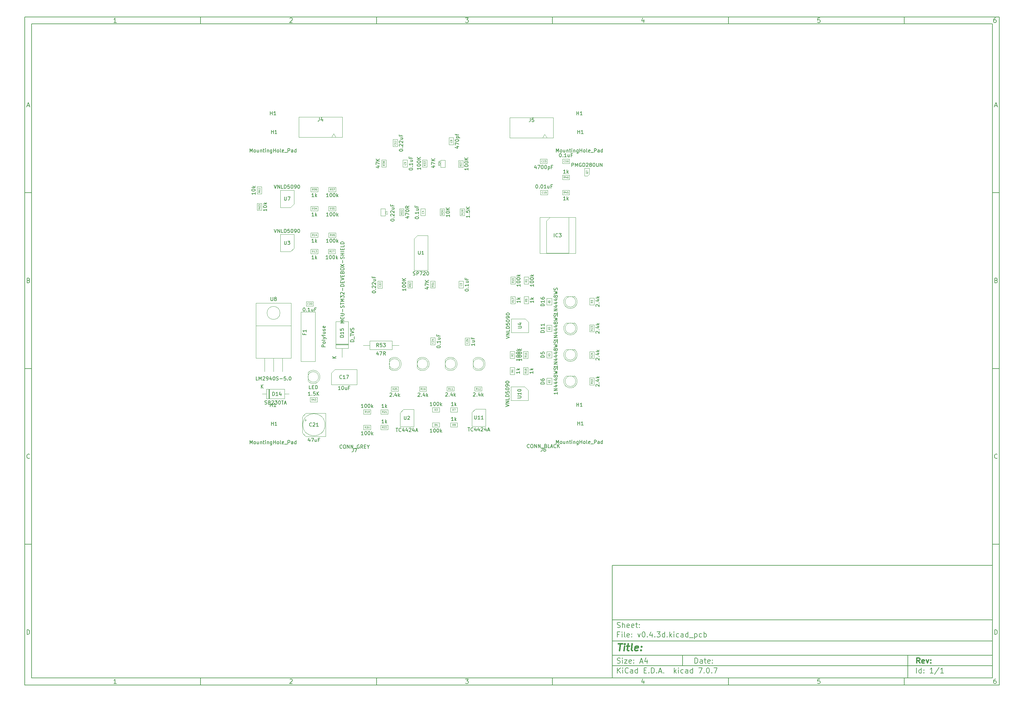
<source format=gbr>
%TF.GenerationSoftware,KiCad,Pcbnew,7.0.7*%
%TF.CreationDate,2024-10-02T11:43:54-03:00*%
%TF.ProjectId,v0.4.3d,76302e34-2e33-4642-9e6b-696361645f70,rev?*%
%TF.SameCoordinates,Original*%
%TF.FileFunction,AssemblyDrawing,Top*%
%FSLAX46Y46*%
G04 Gerber Fmt 4.6, Leading zero omitted, Abs format (unit mm)*
G04 Created by KiCad (PCBNEW 7.0.7) date 2024-10-02 11:43:54*
%MOMM*%
%LPD*%
G01*
G04 APERTURE LIST*
%ADD10C,0.100000*%
%ADD11C,0.150000*%
%ADD12C,0.300000*%
%ADD13C,0.400000*%
%ADD14C,0.080000*%
%ADD15C,0.075000*%
G04 APERTURE END LIST*
D10*
D11*
X177002200Y-166007200D02*
X285002200Y-166007200D01*
X285002200Y-198007200D01*
X177002200Y-198007200D01*
X177002200Y-166007200D01*
D10*
D11*
X10000000Y-10000000D02*
X287002200Y-10000000D01*
X287002200Y-200007200D01*
X10000000Y-200007200D01*
X10000000Y-10000000D01*
D10*
D11*
X12000000Y-12000000D02*
X285002200Y-12000000D01*
X285002200Y-198007200D01*
X12000000Y-198007200D01*
X12000000Y-12000000D01*
D10*
D11*
X60000000Y-12000000D02*
X60000000Y-10000000D01*
D10*
D11*
X110000000Y-12000000D02*
X110000000Y-10000000D01*
D10*
D11*
X160000000Y-12000000D02*
X160000000Y-10000000D01*
D10*
D11*
X210000000Y-12000000D02*
X210000000Y-10000000D01*
D10*
D11*
X260000000Y-12000000D02*
X260000000Y-10000000D01*
D10*
D11*
X36089160Y-11593604D02*
X35346303Y-11593604D01*
X35717731Y-11593604D02*
X35717731Y-10293604D01*
X35717731Y-10293604D02*
X35593922Y-10479319D01*
X35593922Y-10479319D02*
X35470112Y-10603128D01*
X35470112Y-10603128D02*
X35346303Y-10665033D01*
D10*
D11*
X85346303Y-10417414D02*
X85408207Y-10355509D01*
X85408207Y-10355509D02*
X85532017Y-10293604D01*
X85532017Y-10293604D02*
X85841541Y-10293604D01*
X85841541Y-10293604D02*
X85965350Y-10355509D01*
X85965350Y-10355509D02*
X86027255Y-10417414D01*
X86027255Y-10417414D02*
X86089160Y-10541223D01*
X86089160Y-10541223D02*
X86089160Y-10665033D01*
X86089160Y-10665033D02*
X86027255Y-10850747D01*
X86027255Y-10850747D02*
X85284398Y-11593604D01*
X85284398Y-11593604D02*
X86089160Y-11593604D01*
D10*
D11*
X135284398Y-10293604D02*
X136089160Y-10293604D01*
X136089160Y-10293604D02*
X135655826Y-10788842D01*
X135655826Y-10788842D02*
X135841541Y-10788842D01*
X135841541Y-10788842D02*
X135965350Y-10850747D01*
X135965350Y-10850747D02*
X136027255Y-10912652D01*
X136027255Y-10912652D02*
X136089160Y-11036461D01*
X136089160Y-11036461D02*
X136089160Y-11345985D01*
X136089160Y-11345985D02*
X136027255Y-11469795D01*
X136027255Y-11469795D02*
X135965350Y-11531700D01*
X135965350Y-11531700D02*
X135841541Y-11593604D01*
X135841541Y-11593604D02*
X135470112Y-11593604D01*
X135470112Y-11593604D02*
X135346303Y-11531700D01*
X135346303Y-11531700D02*
X135284398Y-11469795D01*
D10*
D11*
X185965350Y-10726938D02*
X185965350Y-11593604D01*
X185655826Y-10231700D02*
X185346303Y-11160271D01*
X185346303Y-11160271D02*
X186151064Y-11160271D01*
D10*
D11*
X236027255Y-10293604D02*
X235408207Y-10293604D01*
X235408207Y-10293604D02*
X235346303Y-10912652D01*
X235346303Y-10912652D02*
X235408207Y-10850747D01*
X235408207Y-10850747D02*
X235532017Y-10788842D01*
X235532017Y-10788842D02*
X235841541Y-10788842D01*
X235841541Y-10788842D02*
X235965350Y-10850747D01*
X235965350Y-10850747D02*
X236027255Y-10912652D01*
X236027255Y-10912652D02*
X236089160Y-11036461D01*
X236089160Y-11036461D02*
X236089160Y-11345985D01*
X236089160Y-11345985D02*
X236027255Y-11469795D01*
X236027255Y-11469795D02*
X235965350Y-11531700D01*
X235965350Y-11531700D02*
X235841541Y-11593604D01*
X235841541Y-11593604D02*
X235532017Y-11593604D01*
X235532017Y-11593604D02*
X235408207Y-11531700D01*
X235408207Y-11531700D02*
X235346303Y-11469795D01*
D10*
D11*
X285965350Y-10293604D02*
X285717731Y-10293604D01*
X285717731Y-10293604D02*
X285593922Y-10355509D01*
X285593922Y-10355509D02*
X285532017Y-10417414D01*
X285532017Y-10417414D02*
X285408207Y-10603128D01*
X285408207Y-10603128D02*
X285346303Y-10850747D01*
X285346303Y-10850747D02*
X285346303Y-11345985D01*
X285346303Y-11345985D02*
X285408207Y-11469795D01*
X285408207Y-11469795D02*
X285470112Y-11531700D01*
X285470112Y-11531700D02*
X285593922Y-11593604D01*
X285593922Y-11593604D02*
X285841541Y-11593604D01*
X285841541Y-11593604D02*
X285965350Y-11531700D01*
X285965350Y-11531700D02*
X286027255Y-11469795D01*
X286027255Y-11469795D02*
X286089160Y-11345985D01*
X286089160Y-11345985D02*
X286089160Y-11036461D01*
X286089160Y-11036461D02*
X286027255Y-10912652D01*
X286027255Y-10912652D02*
X285965350Y-10850747D01*
X285965350Y-10850747D02*
X285841541Y-10788842D01*
X285841541Y-10788842D02*
X285593922Y-10788842D01*
X285593922Y-10788842D02*
X285470112Y-10850747D01*
X285470112Y-10850747D02*
X285408207Y-10912652D01*
X285408207Y-10912652D02*
X285346303Y-11036461D01*
D10*
D11*
X60000000Y-198007200D02*
X60000000Y-200007200D01*
D10*
D11*
X110000000Y-198007200D02*
X110000000Y-200007200D01*
D10*
D11*
X160000000Y-198007200D02*
X160000000Y-200007200D01*
D10*
D11*
X210000000Y-198007200D02*
X210000000Y-200007200D01*
D10*
D11*
X260000000Y-198007200D02*
X260000000Y-200007200D01*
D10*
D11*
X36089160Y-199600804D02*
X35346303Y-199600804D01*
X35717731Y-199600804D02*
X35717731Y-198300804D01*
X35717731Y-198300804D02*
X35593922Y-198486519D01*
X35593922Y-198486519D02*
X35470112Y-198610328D01*
X35470112Y-198610328D02*
X35346303Y-198672233D01*
D10*
D11*
X85346303Y-198424614D02*
X85408207Y-198362709D01*
X85408207Y-198362709D02*
X85532017Y-198300804D01*
X85532017Y-198300804D02*
X85841541Y-198300804D01*
X85841541Y-198300804D02*
X85965350Y-198362709D01*
X85965350Y-198362709D02*
X86027255Y-198424614D01*
X86027255Y-198424614D02*
X86089160Y-198548423D01*
X86089160Y-198548423D02*
X86089160Y-198672233D01*
X86089160Y-198672233D02*
X86027255Y-198857947D01*
X86027255Y-198857947D02*
X85284398Y-199600804D01*
X85284398Y-199600804D02*
X86089160Y-199600804D01*
D10*
D11*
X135284398Y-198300804D02*
X136089160Y-198300804D01*
X136089160Y-198300804D02*
X135655826Y-198796042D01*
X135655826Y-198796042D02*
X135841541Y-198796042D01*
X135841541Y-198796042D02*
X135965350Y-198857947D01*
X135965350Y-198857947D02*
X136027255Y-198919852D01*
X136027255Y-198919852D02*
X136089160Y-199043661D01*
X136089160Y-199043661D02*
X136089160Y-199353185D01*
X136089160Y-199353185D02*
X136027255Y-199476995D01*
X136027255Y-199476995D02*
X135965350Y-199538900D01*
X135965350Y-199538900D02*
X135841541Y-199600804D01*
X135841541Y-199600804D02*
X135470112Y-199600804D01*
X135470112Y-199600804D02*
X135346303Y-199538900D01*
X135346303Y-199538900D02*
X135284398Y-199476995D01*
D10*
D11*
X185965350Y-198734138D02*
X185965350Y-199600804D01*
X185655826Y-198238900D02*
X185346303Y-199167471D01*
X185346303Y-199167471D02*
X186151064Y-199167471D01*
D10*
D11*
X236027255Y-198300804D02*
X235408207Y-198300804D01*
X235408207Y-198300804D02*
X235346303Y-198919852D01*
X235346303Y-198919852D02*
X235408207Y-198857947D01*
X235408207Y-198857947D02*
X235532017Y-198796042D01*
X235532017Y-198796042D02*
X235841541Y-198796042D01*
X235841541Y-198796042D02*
X235965350Y-198857947D01*
X235965350Y-198857947D02*
X236027255Y-198919852D01*
X236027255Y-198919852D02*
X236089160Y-199043661D01*
X236089160Y-199043661D02*
X236089160Y-199353185D01*
X236089160Y-199353185D02*
X236027255Y-199476995D01*
X236027255Y-199476995D02*
X235965350Y-199538900D01*
X235965350Y-199538900D02*
X235841541Y-199600804D01*
X235841541Y-199600804D02*
X235532017Y-199600804D01*
X235532017Y-199600804D02*
X235408207Y-199538900D01*
X235408207Y-199538900D02*
X235346303Y-199476995D01*
D10*
D11*
X285965350Y-198300804D02*
X285717731Y-198300804D01*
X285717731Y-198300804D02*
X285593922Y-198362709D01*
X285593922Y-198362709D02*
X285532017Y-198424614D01*
X285532017Y-198424614D02*
X285408207Y-198610328D01*
X285408207Y-198610328D02*
X285346303Y-198857947D01*
X285346303Y-198857947D02*
X285346303Y-199353185D01*
X285346303Y-199353185D02*
X285408207Y-199476995D01*
X285408207Y-199476995D02*
X285470112Y-199538900D01*
X285470112Y-199538900D02*
X285593922Y-199600804D01*
X285593922Y-199600804D02*
X285841541Y-199600804D01*
X285841541Y-199600804D02*
X285965350Y-199538900D01*
X285965350Y-199538900D02*
X286027255Y-199476995D01*
X286027255Y-199476995D02*
X286089160Y-199353185D01*
X286089160Y-199353185D02*
X286089160Y-199043661D01*
X286089160Y-199043661D02*
X286027255Y-198919852D01*
X286027255Y-198919852D02*
X285965350Y-198857947D01*
X285965350Y-198857947D02*
X285841541Y-198796042D01*
X285841541Y-198796042D02*
X285593922Y-198796042D01*
X285593922Y-198796042D02*
X285470112Y-198857947D01*
X285470112Y-198857947D02*
X285408207Y-198919852D01*
X285408207Y-198919852D02*
X285346303Y-199043661D01*
D10*
D11*
X10000000Y-60000000D02*
X12000000Y-60000000D01*
D10*
D11*
X10000000Y-110000000D02*
X12000000Y-110000000D01*
D10*
D11*
X10000000Y-160000000D02*
X12000000Y-160000000D01*
D10*
D11*
X10690476Y-35222176D02*
X11309523Y-35222176D01*
X10566666Y-35593604D02*
X10999999Y-34293604D01*
X10999999Y-34293604D02*
X11433333Y-35593604D01*
D10*
D11*
X11092857Y-84912652D02*
X11278571Y-84974557D01*
X11278571Y-84974557D02*
X11340476Y-85036461D01*
X11340476Y-85036461D02*
X11402380Y-85160271D01*
X11402380Y-85160271D02*
X11402380Y-85345985D01*
X11402380Y-85345985D02*
X11340476Y-85469795D01*
X11340476Y-85469795D02*
X11278571Y-85531700D01*
X11278571Y-85531700D02*
X11154761Y-85593604D01*
X11154761Y-85593604D02*
X10659523Y-85593604D01*
X10659523Y-85593604D02*
X10659523Y-84293604D01*
X10659523Y-84293604D02*
X11092857Y-84293604D01*
X11092857Y-84293604D02*
X11216666Y-84355509D01*
X11216666Y-84355509D02*
X11278571Y-84417414D01*
X11278571Y-84417414D02*
X11340476Y-84541223D01*
X11340476Y-84541223D02*
X11340476Y-84665033D01*
X11340476Y-84665033D02*
X11278571Y-84788842D01*
X11278571Y-84788842D02*
X11216666Y-84850747D01*
X11216666Y-84850747D02*
X11092857Y-84912652D01*
X11092857Y-84912652D02*
X10659523Y-84912652D01*
D10*
D11*
X11402380Y-135469795D02*
X11340476Y-135531700D01*
X11340476Y-135531700D02*
X11154761Y-135593604D01*
X11154761Y-135593604D02*
X11030952Y-135593604D01*
X11030952Y-135593604D02*
X10845238Y-135531700D01*
X10845238Y-135531700D02*
X10721428Y-135407890D01*
X10721428Y-135407890D02*
X10659523Y-135284080D01*
X10659523Y-135284080D02*
X10597619Y-135036461D01*
X10597619Y-135036461D02*
X10597619Y-134850747D01*
X10597619Y-134850747D02*
X10659523Y-134603128D01*
X10659523Y-134603128D02*
X10721428Y-134479319D01*
X10721428Y-134479319D02*
X10845238Y-134355509D01*
X10845238Y-134355509D02*
X11030952Y-134293604D01*
X11030952Y-134293604D02*
X11154761Y-134293604D01*
X11154761Y-134293604D02*
X11340476Y-134355509D01*
X11340476Y-134355509D02*
X11402380Y-134417414D01*
D10*
D11*
X10659523Y-185593604D02*
X10659523Y-184293604D01*
X10659523Y-184293604D02*
X10969047Y-184293604D01*
X10969047Y-184293604D02*
X11154761Y-184355509D01*
X11154761Y-184355509D02*
X11278571Y-184479319D01*
X11278571Y-184479319D02*
X11340476Y-184603128D01*
X11340476Y-184603128D02*
X11402380Y-184850747D01*
X11402380Y-184850747D02*
X11402380Y-185036461D01*
X11402380Y-185036461D02*
X11340476Y-185284080D01*
X11340476Y-185284080D02*
X11278571Y-185407890D01*
X11278571Y-185407890D02*
X11154761Y-185531700D01*
X11154761Y-185531700D02*
X10969047Y-185593604D01*
X10969047Y-185593604D02*
X10659523Y-185593604D01*
D10*
D11*
X287002200Y-60000000D02*
X285002200Y-60000000D01*
D10*
D11*
X287002200Y-110000000D02*
X285002200Y-110000000D01*
D10*
D11*
X287002200Y-160000000D02*
X285002200Y-160000000D01*
D10*
D11*
X285692676Y-35222176D02*
X286311723Y-35222176D01*
X285568866Y-35593604D02*
X286002199Y-34293604D01*
X286002199Y-34293604D02*
X286435533Y-35593604D01*
D10*
D11*
X286095057Y-84912652D02*
X286280771Y-84974557D01*
X286280771Y-84974557D02*
X286342676Y-85036461D01*
X286342676Y-85036461D02*
X286404580Y-85160271D01*
X286404580Y-85160271D02*
X286404580Y-85345985D01*
X286404580Y-85345985D02*
X286342676Y-85469795D01*
X286342676Y-85469795D02*
X286280771Y-85531700D01*
X286280771Y-85531700D02*
X286156961Y-85593604D01*
X286156961Y-85593604D02*
X285661723Y-85593604D01*
X285661723Y-85593604D02*
X285661723Y-84293604D01*
X285661723Y-84293604D02*
X286095057Y-84293604D01*
X286095057Y-84293604D02*
X286218866Y-84355509D01*
X286218866Y-84355509D02*
X286280771Y-84417414D01*
X286280771Y-84417414D02*
X286342676Y-84541223D01*
X286342676Y-84541223D02*
X286342676Y-84665033D01*
X286342676Y-84665033D02*
X286280771Y-84788842D01*
X286280771Y-84788842D02*
X286218866Y-84850747D01*
X286218866Y-84850747D02*
X286095057Y-84912652D01*
X286095057Y-84912652D02*
X285661723Y-84912652D01*
D10*
D11*
X286404580Y-135469795D02*
X286342676Y-135531700D01*
X286342676Y-135531700D02*
X286156961Y-135593604D01*
X286156961Y-135593604D02*
X286033152Y-135593604D01*
X286033152Y-135593604D02*
X285847438Y-135531700D01*
X285847438Y-135531700D02*
X285723628Y-135407890D01*
X285723628Y-135407890D02*
X285661723Y-135284080D01*
X285661723Y-135284080D02*
X285599819Y-135036461D01*
X285599819Y-135036461D02*
X285599819Y-134850747D01*
X285599819Y-134850747D02*
X285661723Y-134603128D01*
X285661723Y-134603128D02*
X285723628Y-134479319D01*
X285723628Y-134479319D02*
X285847438Y-134355509D01*
X285847438Y-134355509D02*
X286033152Y-134293604D01*
X286033152Y-134293604D02*
X286156961Y-134293604D01*
X286156961Y-134293604D02*
X286342676Y-134355509D01*
X286342676Y-134355509D02*
X286404580Y-134417414D01*
D10*
D11*
X285661723Y-185593604D02*
X285661723Y-184293604D01*
X285661723Y-184293604D02*
X285971247Y-184293604D01*
X285971247Y-184293604D02*
X286156961Y-184355509D01*
X286156961Y-184355509D02*
X286280771Y-184479319D01*
X286280771Y-184479319D02*
X286342676Y-184603128D01*
X286342676Y-184603128D02*
X286404580Y-184850747D01*
X286404580Y-184850747D02*
X286404580Y-185036461D01*
X286404580Y-185036461D02*
X286342676Y-185284080D01*
X286342676Y-185284080D02*
X286280771Y-185407890D01*
X286280771Y-185407890D02*
X286156961Y-185531700D01*
X286156961Y-185531700D02*
X285971247Y-185593604D01*
X285971247Y-185593604D02*
X285661723Y-185593604D01*
D10*
D11*
X200458026Y-193793328D02*
X200458026Y-192293328D01*
X200458026Y-192293328D02*
X200815169Y-192293328D01*
X200815169Y-192293328D02*
X201029455Y-192364757D01*
X201029455Y-192364757D02*
X201172312Y-192507614D01*
X201172312Y-192507614D02*
X201243741Y-192650471D01*
X201243741Y-192650471D02*
X201315169Y-192936185D01*
X201315169Y-192936185D02*
X201315169Y-193150471D01*
X201315169Y-193150471D02*
X201243741Y-193436185D01*
X201243741Y-193436185D02*
X201172312Y-193579042D01*
X201172312Y-193579042D02*
X201029455Y-193721900D01*
X201029455Y-193721900D02*
X200815169Y-193793328D01*
X200815169Y-193793328D02*
X200458026Y-193793328D01*
X202600884Y-193793328D02*
X202600884Y-193007614D01*
X202600884Y-193007614D02*
X202529455Y-192864757D01*
X202529455Y-192864757D02*
X202386598Y-192793328D01*
X202386598Y-192793328D02*
X202100884Y-192793328D01*
X202100884Y-192793328D02*
X201958026Y-192864757D01*
X202600884Y-193721900D02*
X202458026Y-193793328D01*
X202458026Y-193793328D02*
X202100884Y-193793328D01*
X202100884Y-193793328D02*
X201958026Y-193721900D01*
X201958026Y-193721900D02*
X201886598Y-193579042D01*
X201886598Y-193579042D02*
X201886598Y-193436185D01*
X201886598Y-193436185D02*
X201958026Y-193293328D01*
X201958026Y-193293328D02*
X202100884Y-193221900D01*
X202100884Y-193221900D02*
X202458026Y-193221900D01*
X202458026Y-193221900D02*
X202600884Y-193150471D01*
X203100884Y-192793328D02*
X203672312Y-192793328D01*
X203315169Y-192293328D02*
X203315169Y-193579042D01*
X203315169Y-193579042D02*
X203386598Y-193721900D01*
X203386598Y-193721900D02*
X203529455Y-193793328D01*
X203529455Y-193793328D02*
X203672312Y-193793328D01*
X204743741Y-193721900D02*
X204600884Y-193793328D01*
X204600884Y-193793328D02*
X204315170Y-193793328D01*
X204315170Y-193793328D02*
X204172312Y-193721900D01*
X204172312Y-193721900D02*
X204100884Y-193579042D01*
X204100884Y-193579042D02*
X204100884Y-193007614D01*
X204100884Y-193007614D02*
X204172312Y-192864757D01*
X204172312Y-192864757D02*
X204315170Y-192793328D01*
X204315170Y-192793328D02*
X204600884Y-192793328D01*
X204600884Y-192793328D02*
X204743741Y-192864757D01*
X204743741Y-192864757D02*
X204815170Y-193007614D01*
X204815170Y-193007614D02*
X204815170Y-193150471D01*
X204815170Y-193150471D02*
X204100884Y-193293328D01*
X205458026Y-193650471D02*
X205529455Y-193721900D01*
X205529455Y-193721900D02*
X205458026Y-193793328D01*
X205458026Y-193793328D02*
X205386598Y-193721900D01*
X205386598Y-193721900D02*
X205458026Y-193650471D01*
X205458026Y-193650471D02*
X205458026Y-193793328D01*
X205458026Y-192864757D02*
X205529455Y-192936185D01*
X205529455Y-192936185D02*
X205458026Y-193007614D01*
X205458026Y-193007614D02*
X205386598Y-192936185D01*
X205386598Y-192936185D02*
X205458026Y-192864757D01*
X205458026Y-192864757D02*
X205458026Y-193007614D01*
D10*
D11*
X177002200Y-194507200D02*
X285002200Y-194507200D01*
D10*
D11*
X178458026Y-196593328D02*
X178458026Y-195093328D01*
X179315169Y-196593328D02*
X178672312Y-195736185D01*
X179315169Y-195093328D02*
X178458026Y-195950471D01*
X179958026Y-196593328D02*
X179958026Y-195593328D01*
X179958026Y-195093328D02*
X179886598Y-195164757D01*
X179886598Y-195164757D02*
X179958026Y-195236185D01*
X179958026Y-195236185D02*
X180029455Y-195164757D01*
X180029455Y-195164757D02*
X179958026Y-195093328D01*
X179958026Y-195093328D02*
X179958026Y-195236185D01*
X181529455Y-196450471D02*
X181458027Y-196521900D01*
X181458027Y-196521900D02*
X181243741Y-196593328D01*
X181243741Y-196593328D02*
X181100884Y-196593328D01*
X181100884Y-196593328D02*
X180886598Y-196521900D01*
X180886598Y-196521900D02*
X180743741Y-196379042D01*
X180743741Y-196379042D02*
X180672312Y-196236185D01*
X180672312Y-196236185D02*
X180600884Y-195950471D01*
X180600884Y-195950471D02*
X180600884Y-195736185D01*
X180600884Y-195736185D02*
X180672312Y-195450471D01*
X180672312Y-195450471D02*
X180743741Y-195307614D01*
X180743741Y-195307614D02*
X180886598Y-195164757D01*
X180886598Y-195164757D02*
X181100884Y-195093328D01*
X181100884Y-195093328D02*
X181243741Y-195093328D01*
X181243741Y-195093328D02*
X181458027Y-195164757D01*
X181458027Y-195164757D02*
X181529455Y-195236185D01*
X182815170Y-196593328D02*
X182815170Y-195807614D01*
X182815170Y-195807614D02*
X182743741Y-195664757D01*
X182743741Y-195664757D02*
X182600884Y-195593328D01*
X182600884Y-195593328D02*
X182315170Y-195593328D01*
X182315170Y-195593328D02*
X182172312Y-195664757D01*
X182815170Y-196521900D02*
X182672312Y-196593328D01*
X182672312Y-196593328D02*
X182315170Y-196593328D01*
X182315170Y-196593328D02*
X182172312Y-196521900D01*
X182172312Y-196521900D02*
X182100884Y-196379042D01*
X182100884Y-196379042D02*
X182100884Y-196236185D01*
X182100884Y-196236185D02*
X182172312Y-196093328D01*
X182172312Y-196093328D02*
X182315170Y-196021900D01*
X182315170Y-196021900D02*
X182672312Y-196021900D01*
X182672312Y-196021900D02*
X182815170Y-195950471D01*
X184172313Y-196593328D02*
X184172313Y-195093328D01*
X184172313Y-196521900D02*
X184029455Y-196593328D01*
X184029455Y-196593328D02*
X183743741Y-196593328D01*
X183743741Y-196593328D02*
X183600884Y-196521900D01*
X183600884Y-196521900D02*
X183529455Y-196450471D01*
X183529455Y-196450471D02*
X183458027Y-196307614D01*
X183458027Y-196307614D02*
X183458027Y-195879042D01*
X183458027Y-195879042D02*
X183529455Y-195736185D01*
X183529455Y-195736185D02*
X183600884Y-195664757D01*
X183600884Y-195664757D02*
X183743741Y-195593328D01*
X183743741Y-195593328D02*
X184029455Y-195593328D01*
X184029455Y-195593328D02*
X184172313Y-195664757D01*
X186029455Y-195807614D02*
X186529455Y-195807614D01*
X186743741Y-196593328D02*
X186029455Y-196593328D01*
X186029455Y-196593328D02*
X186029455Y-195093328D01*
X186029455Y-195093328D02*
X186743741Y-195093328D01*
X187386598Y-196450471D02*
X187458027Y-196521900D01*
X187458027Y-196521900D02*
X187386598Y-196593328D01*
X187386598Y-196593328D02*
X187315170Y-196521900D01*
X187315170Y-196521900D02*
X187386598Y-196450471D01*
X187386598Y-196450471D02*
X187386598Y-196593328D01*
X188100884Y-196593328D02*
X188100884Y-195093328D01*
X188100884Y-195093328D02*
X188458027Y-195093328D01*
X188458027Y-195093328D02*
X188672313Y-195164757D01*
X188672313Y-195164757D02*
X188815170Y-195307614D01*
X188815170Y-195307614D02*
X188886599Y-195450471D01*
X188886599Y-195450471D02*
X188958027Y-195736185D01*
X188958027Y-195736185D02*
X188958027Y-195950471D01*
X188958027Y-195950471D02*
X188886599Y-196236185D01*
X188886599Y-196236185D02*
X188815170Y-196379042D01*
X188815170Y-196379042D02*
X188672313Y-196521900D01*
X188672313Y-196521900D02*
X188458027Y-196593328D01*
X188458027Y-196593328D02*
X188100884Y-196593328D01*
X189600884Y-196450471D02*
X189672313Y-196521900D01*
X189672313Y-196521900D02*
X189600884Y-196593328D01*
X189600884Y-196593328D02*
X189529456Y-196521900D01*
X189529456Y-196521900D02*
X189600884Y-196450471D01*
X189600884Y-196450471D02*
X189600884Y-196593328D01*
X190243742Y-196164757D02*
X190958028Y-196164757D01*
X190100885Y-196593328D02*
X190600885Y-195093328D01*
X190600885Y-195093328D02*
X191100885Y-196593328D01*
X191600884Y-196450471D02*
X191672313Y-196521900D01*
X191672313Y-196521900D02*
X191600884Y-196593328D01*
X191600884Y-196593328D02*
X191529456Y-196521900D01*
X191529456Y-196521900D02*
X191600884Y-196450471D01*
X191600884Y-196450471D02*
X191600884Y-196593328D01*
X194600884Y-196593328D02*
X194600884Y-195093328D01*
X194743742Y-196021900D02*
X195172313Y-196593328D01*
X195172313Y-195593328D02*
X194600884Y-196164757D01*
X195815170Y-196593328D02*
X195815170Y-195593328D01*
X195815170Y-195093328D02*
X195743742Y-195164757D01*
X195743742Y-195164757D02*
X195815170Y-195236185D01*
X195815170Y-195236185D02*
X195886599Y-195164757D01*
X195886599Y-195164757D02*
X195815170Y-195093328D01*
X195815170Y-195093328D02*
X195815170Y-195236185D01*
X197172314Y-196521900D02*
X197029456Y-196593328D01*
X197029456Y-196593328D02*
X196743742Y-196593328D01*
X196743742Y-196593328D02*
X196600885Y-196521900D01*
X196600885Y-196521900D02*
X196529456Y-196450471D01*
X196529456Y-196450471D02*
X196458028Y-196307614D01*
X196458028Y-196307614D02*
X196458028Y-195879042D01*
X196458028Y-195879042D02*
X196529456Y-195736185D01*
X196529456Y-195736185D02*
X196600885Y-195664757D01*
X196600885Y-195664757D02*
X196743742Y-195593328D01*
X196743742Y-195593328D02*
X197029456Y-195593328D01*
X197029456Y-195593328D02*
X197172314Y-195664757D01*
X198458028Y-196593328D02*
X198458028Y-195807614D01*
X198458028Y-195807614D02*
X198386599Y-195664757D01*
X198386599Y-195664757D02*
X198243742Y-195593328D01*
X198243742Y-195593328D02*
X197958028Y-195593328D01*
X197958028Y-195593328D02*
X197815170Y-195664757D01*
X198458028Y-196521900D02*
X198315170Y-196593328D01*
X198315170Y-196593328D02*
X197958028Y-196593328D01*
X197958028Y-196593328D02*
X197815170Y-196521900D01*
X197815170Y-196521900D02*
X197743742Y-196379042D01*
X197743742Y-196379042D02*
X197743742Y-196236185D01*
X197743742Y-196236185D02*
X197815170Y-196093328D01*
X197815170Y-196093328D02*
X197958028Y-196021900D01*
X197958028Y-196021900D02*
X198315170Y-196021900D01*
X198315170Y-196021900D02*
X198458028Y-195950471D01*
X199815171Y-196593328D02*
X199815171Y-195093328D01*
X199815171Y-196521900D02*
X199672313Y-196593328D01*
X199672313Y-196593328D02*
X199386599Y-196593328D01*
X199386599Y-196593328D02*
X199243742Y-196521900D01*
X199243742Y-196521900D02*
X199172313Y-196450471D01*
X199172313Y-196450471D02*
X199100885Y-196307614D01*
X199100885Y-196307614D02*
X199100885Y-195879042D01*
X199100885Y-195879042D02*
X199172313Y-195736185D01*
X199172313Y-195736185D02*
X199243742Y-195664757D01*
X199243742Y-195664757D02*
X199386599Y-195593328D01*
X199386599Y-195593328D02*
X199672313Y-195593328D01*
X199672313Y-195593328D02*
X199815171Y-195664757D01*
X201529456Y-195093328D02*
X202529456Y-195093328D01*
X202529456Y-195093328D02*
X201886599Y-196593328D01*
X203100884Y-196450471D02*
X203172313Y-196521900D01*
X203172313Y-196521900D02*
X203100884Y-196593328D01*
X203100884Y-196593328D02*
X203029456Y-196521900D01*
X203029456Y-196521900D02*
X203100884Y-196450471D01*
X203100884Y-196450471D02*
X203100884Y-196593328D01*
X204100885Y-195093328D02*
X204243742Y-195093328D01*
X204243742Y-195093328D02*
X204386599Y-195164757D01*
X204386599Y-195164757D02*
X204458028Y-195236185D01*
X204458028Y-195236185D02*
X204529456Y-195379042D01*
X204529456Y-195379042D02*
X204600885Y-195664757D01*
X204600885Y-195664757D02*
X204600885Y-196021900D01*
X204600885Y-196021900D02*
X204529456Y-196307614D01*
X204529456Y-196307614D02*
X204458028Y-196450471D01*
X204458028Y-196450471D02*
X204386599Y-196521900D01*
X204386599Y-196521900D02*
X204243742Y-196593328D01*
X204243742Y-196593328D02*
X204100885Y-196593328D01*
X204100885Y-196593328D02*
X203958028Y-196521900D01*
X203958028Y-196521900D02*
X203886599Y-196450471D01*
X203886599Y-196450471D02*
X203815170Y-196307614D01*
X203815170Y-196307614D02*
X203743742Y-196021900D01*
X203743742Y-196021900D02*
X203743742Y-195664757D01*
X203743742Y-195664757D02*
X203815170Y-195379042D01*
X203815170Y-195379042D02*
X203886599Y-195236185D01*
X203886599Y-195236185D02*
X203958028Y-195164757D01*
X203958028Y-195164757D02*
X204100885Y-195093328D01*
X205243741Y-196450471D02*
X205315170Y-196521900D01*
X205315170Y-196521900D02*
X205243741Y-196593328D01*
X205243741Y-196593328D02*
X205172313Y-196521900D01*
X205172313Y-196521900D02*
X205243741Y-196450471D01*
X205243741Y-196450471D02*
X205243741Y-196593328D01*
X205815170Y-195093328D02*
X206815170Y-195093328D01*
X206815170Y-195093328D02*
X206172313Y-196593328D01*
D10*
D11*
X177002200Y-191507200D02*
X285002200Y-191507200D01*
D10*
D12*
X264413853Y-193785528D02*
X263913853Y-193071242D01*
X263556710Y-193785528D02*
X263556710Y-192285528D01*
X263556710Y-192285528D02*
X264128139Y-192285528D01*
X264128139Y-192285528D02*
X264270996Y-192356957D01*
X264270996Y-192356957D02*
X264342425Y-192428385D01*
X264342425Y-192428385D02*
X264413853Y-192571242D01*
X264413853Y-192571242D02*
X264413853Y-192785528D01*
X264413853Y-192785528D02*
X264342425Y-192928385D01*
X264342425Y-192928385D02*
X264270996Y-192999814D01*
X264270996Y-192999814D02*
X264128139Y-193071242D01*
X264128139Y-193071242D02*
X263556710Y-193071242D01*
X265628139Y-193714100D02*
X265485282Y-193785528D01*
X265485282Y-193785528D02*
X265199568Y-193785528D01*
X265199568Y-193785528D02*
X265056710Y-193714100D01*
X265056710Y-193714100D02*
X264985282Y-193571242D01*
X264985282Y-193571242D02*
X264985282Y-192999814D01*
X264985282Y-192999814D02*
X265056710Y-192856957D01*
X265056710Y-192856957D02*
X265199568Y-192785528D01*
X265199568Y-192785528D02*
X265485282Y-192785528D01*
X265485282Y-192785528D02*
X265628139Y-192856957D01*
X265628139Y-192856957D02*
X265699568Y-192999814D01*
X265699568Y-192999814D02*
X265699568Y-193142671D01*
X265699568Y-193142671D02*
X264985282Y-193285528D01*
X266199567Y-192785528D02*
X266556710Y-193785528D01*
X266556710Y-193785528D02*
X266913853Y-192785528D01*
X267485281Y-193642671D02*
X267556710Y-193714100D01*
X267556710Y-193714100D02*
X267485281Y-193785528D01*
X267485281Y-193785528D02*
X267413853Y-193714100D01*
X267413853Y-193714100D02*
X267485281Y-193642671D01*
X267485281Y-193642671D02*
X267485281Y-193785528D01*
X267485281Y-192856957D02*
X267556710Y-192928385D01*
X267556710Y-192928385D02*
X267485281Y-192999814D01*
X267485281Y-192999814D02*
X267413853Y-192928385D01*
X267413853Y-192928385D02*
X267485281Y-192856957D01*
X267485281Y-192856957D02*
X267485281Y-192999814D01*
D10*
D11*
X178386598Y-193721900D02*
X178600884Y-193793328D01*
X178600884Y-193793328D02*
X178958026Y-193793328D01*
X178958026Y-193793328D02*
X179100884Y-193721900D01*
X179100884Y-193721900D02*
X179172312Y-193650471D01*
X179172312Y-193650471D02*
X179243741Y-193507614D01*
X179243741Y-193507614D02*
X179243741Y-193364757D01*
X179243741Y-193364757D02*
X179172312Y-193221900D01*
X179172312Y-193221900D02*
X179100884Y-193150471D01*
X179100884Y-193150471D02*
X178958026Y-193079042D01*
X178958026Y-193079042D02*
X178672312Y-193007614D01*
X178672312Y-193007614D02*
X178529455Y-192936185D01*
X178529455Y-192936185D02*
X178458026Y-192864757D01*
X178458026Y-192864757D02*
X178386598Y-192721900D01*
X178386598Y-192721900D02*
X178386598Y-192579042D01*
X178386598Y-192579042D02*
X178458026Y-192436185D01*
X178458026Y-192436185D02*
X178529455Y-192364757D01*
X178529455Y-192364757D02*
X178672312Y-192293328D01*
X178672312Y-192293328D02*
X179029455Y-192293328D01*
X179029455Y-192293328D02*
X179243741Y-192364757D01*
X179886597Y-193793328D02*
X179886597Y-192793328D01*
X179886597Y-192293328D02*
X179815169Y-192364757D01*
X179815169Y-192364757D02*
X179886597Y-192436185D01*
X179886597Y-192436185D02*
X179958026Y-192364757D01*
X179958026Y-192364757D02*
X179886597Y-192293328D01*
X179886597Y-192293328D02*
X179886597Y-192436185D01*
X180458026Y-192793328D02*
X181243741Y-192793328D01*
X181243741Y-192793328D02*
X180458026Y-193793328D01*
X180458026Y-193793328D02*
X181243741Y-193793328D01*
X182386598Y-193721900D02*
X182243741Y-193793328D01*
X182243741Y-193793328D02*
X181958027Y-193793328D01*
X181958027Y-193793328D02*
X181815169Y-193721900D01*
X181815169Y-193721900D02*
X181743741Y-193579042D01*
X181743741Y-193579042D02*
X181743741Y-193007614D01*
X181743741Y-193007614D02*
X181815169Y-192864757D01*
X181815169Y-192864757D02*
X181958027Y-192793328D01*
X181958027Y-192793328D02*
X182243741Y-192793328D01*
X182243741Y-192793328D02*
X182386598Y-192864757D01*
X182386598Y-192864757D02*
X182458027Y-193007614D01*
X182458027Y-193007614D02*
X182458027Y-193150471D01*
X182458027Y-193150471D02*
X181743741Y-193293328D01*
X183100883Y-193650471D02*
X183172312Y-193721900D01*
X183172312Y-193721900D02*
X183100883Y-193793328D01*
X183100883Y-193793328D02*
X183029455Y-193721900D01*
X183029455Y-193721900D02*
X183100883Y-193650471D01*
X183100883Y-193650471D02*
X183100883Y-193793328D01*
X183100883Y-192864757D02*
X183172312Y-192936185D01*
X183172312Y-192936185D02*
X183100883Y-193007614D01*
X183100883Y-193007614D02*
X183029455Y-192936185D01*
X183029455Y-192936185D02*
X183100883Y-192864757D01*
X183100883Y-192864757D02*
X183100883Y-193007614D01*
X184886598Y-193364757D02*
X185600884Y-193364757D01*
X184743741Y-193793328D02*
X185243741Y-192293328D01*
X185243741Y-192293328D02*
X185743741Y-193793328D01*
X186886598Y-192793328D02*
X186886598Y-193793328D01*
X186529455Y-192221900D02*
X186172312Y-193293328D01*
X186172312Y-193293328D02*
X187100883Y-193293328D01*
D10*
D11*
X263458026Y-196593328D02*
X263458026Y-195093328D01*
X264815170Y-196593328D02*
X264815170Y-195093328D01*
X264815170Y-196521900D02*
X264672312Y-196593328D01*
X264672312Y-196593328D02*
X264386598Y-196593328D01*
X264386598Y-196593328D02*
X264243741Y-196521900D01*
X264243741Y-196521900D02*
X264172312Y-196450471D01*
X264172312Y-196450471D02*
X264100884Y-196307614D01*
X264100884Y-196307614D02*
X264100884Y-195879042D01*
X264100884Y-195879042D02*
X264172312Y-195736185D01*
X264172312Y-195736185D02*
X264243741Y-195664757D01*
X264243741Y-195664757D02*
X264386598Y-195593328D01*
X264386598Y-195593328D02*
X264672312Y-195593328D01*
X264672312Y-195593328D02*
X264815170Y-195664757D01*
X265529455Y-196450471D02*
X265600884Y-196521900D01*
X265600884Y-196521900D02*
X265529455Y-196593328D01*
X265529455Y-196593328D02*
X265458027Y-196521900D01*
X265458027Y-196521900D02*
X265529455Y-196450471D01*
X265529455Y-196450471D02*
X265529455Y-196593328D01*
X265529455Y-195664757D02*
X265600884Y-195736185D01*
X265600884Y-195736185D02*
X265529455Y-195807614D01*
X265529455Y-195807614D02*
X265458027Y-195736185D01*
X265458027Y-195736185D02*
X265529455Y-195664757D01*
X265529455Y-195664757D02*
X265529455Y-195807614D01*
X268172313Y-196593328D02*
X267315170Y-196593328D01*
X267743741Y-196593328D02*
X267743741Y-195093328D01*
X267743741Y-195093328D02*
X267600884Y-195307614D01*
X267600884Y-195307614D02*
X267458027Y-195450471D01*
X267458027Y-195450471D02*
X267315170Y-195521900D01*
X269886598Y-195021900D02*
X268600884Y-196950471D01*
X271172313Y-196593328D02*
X270315170Y-196593328D01*
X270743741Y-196593328D02*
X270743741Y-195093328D01*
X270743741Y-195093328D02*
X270600884Y-195307614D01*
X270600884Y-195307614D02*
X270458027Y-195450471D01*
X270458027Y-195450471D02*
X270315170Y-195521900D01*
D10*
D11*
X177002200Y-187507200D02*
X285002200Y-187507200D01*
D10*
D13*
X178693928Y-188211638D02*
X179836785Y-188211638D01*
X179015357Y-190211638D02*
X179265357Y-188211638D01*
X180253452Y-190211638D02*
X180420119Y-188878304D01*
X180503452Y-188211638D02*
X180396309Y-188306876D01*
X180396309Y-188306876D02*
X180479643Y-188402114D01*
X180479643Y-188402114D02*
X180586786Y-188306876D01*
X180586786Y-188306876D02*
X180503452Y-188211638D01*
X180503452Y-188211638D02*
X180479643Y-188402114D01*
X181086786Y-188878304D02*
X181848690Y-188878304D01*
X181455833Y-188211638D02*
X181241548Y-189925923D01*
X181241548Y-189925923D02*
X181312976Y-190116400D01*
X181312976Y-190116400D02*
X181491548Y-190211638D01*
X181491548Y-190211638D02*
X181682024Y-190211638D01*
X182634405Y-190211638D02*
X182455833Y-190116400D01*
X182455833Y-190116400D02*
X182384405Y-189925923D01*
X182384405Y-189925923D02*
X182598690Y-188211638D01*
X184170119Y-190116400D02*
X183967738Y-190211638D01*
X183967738Y-190211638D02*
X183586785Y-190211638D01*
X183586785Y-190211638D02*
X183408214Y-190116400D01*
X183408214Y-190116400D02*
X183336785Y-189925923D01*
X183336785Y-189925923D02*
X183432024Y-189164019D01*
X183432024Y-189164019D02*
X183551071Y-188973542D01*
X183551071Y-188973542D02*
X183753452Y-188878304D01*
X183753452Y-188878304D02*
X184134404Y-188878304D01*
X184134404Y-188878304D02*
X184312976Y-188973542D01*
X184312976Y-188973542D02*
X184384404Y-189164019D01*
X184384404Y-189164019D02*
X184360595Y-189354495D01*
X184360595Y-189354495D02*
X183384404Y-189544971D01*
X185134405Y-190021161D02*
X185217738Y-190116400D01*
X185217738Y-190116400D02*
X185110595Y-190211638D01*
X185110595Y-190211638D02*
X185027262Y-190116400D01*
X185027262Y-190116400D02*
X185134405Y-190021161D01*
X185134405Y-190021161D02*
X185110595Y-190211638D01*
X185265357Y-188973542D02*
X185348690Y-189068780D01*
X185348690Y-189068780D02*
X185241548Y-189164019D01*
X185241548Y-189164019D02*
X185158214Y-189068780D01*
X185158214Y-189068780D02*
X185265357Y-188973542D01*
X185265357Y-188973542D02*
X185241548Y-189164019D01*
D10*
D11*
X178958026Y-185607614D02*
X178458026Y-185607614D01*
X178458026Y-186393328D02*
X178458026Y-184893328D01*
X178458026Y-184893328D02*
X179172312Y-184893328D01*
X179743740Y-186393328D02*
X179743740Y-185393328D01*
X179743740Y-184893328D02*
X179672312Y-184964757D01*
X179672312Y-184964757D02*
X179743740Y-185036185D01*
X179743740Y-185036185D02*
X179815169Y-184964757D01*
X179815169Y-184964757D02*
X179743740Y-184893328D01*
X179743740Y-184893328D02*
X179743740Y-185036185D01*
X180672312Y-186393328D02*
X180529455Y-186321900D01*
X180529455Y-186321900D02*
X180458026Y-186179042D01*
X180458026Y-186179042D02*
X180458026Y-184893328D01*
X181815169Y-186321900D02*
X181672312Y-186393328D01*
X181672312Y-186393328D02*
X181386598Y-186393328D01*
X181386598Y-186393328D02*
X181243740Y-186321900D01*
X181243740Y-186321900D02*
X181172312Y-186179042D01*
X181172312Y-186179042D02*
X181172312Y-185607614D01*
X181172312Y-185607614D02*
X181243740Y-185464757D01*
X181243740Y-185464757D02*
X181386598Y-185393328D01*
X181386598Y-185393328D02*
X181672312Y-185393328D01*
X181672312Y-185393328D02*
X181815169Y-185464757D01*
X181815169Y-185464757D02*
X181886598Y-185607614D01*
X181886598Y-185607614D02*
X181886598Y-185750471D01*
X181886598Y-185750471D02*
X181172312Y-185893328D01*
X182529454Y-186250471D02*
X182600883Y-186321900D01*
X182600883Y-186321900D02*
X182529454Y-186393328D01*
X182529454Y-186393328D02*
X182458026Y-186321900D01*
X182458026Y-186321900D02*
X182529454Y-186250471D01*
X182529454Y-186250471D02*
X182529454Y-186393328D01*
X182529454Y-185464757D02*
X182600883Y-185536185D01*
X182600883Y-185536185D02*
X182529454Y-185607614D01*
X182529454Y-185607614D02*
X182458026Y-185536185D01*
X182458026Y-185536185D02*
X182529454Y-185464757D01*
X182529454Y-185464757D02*
X182529454Y-185607614D01*
X184243740Y-185393328D02*
X184600883Y-186393328D01*
X184600883Y-186393328D02*
X184958026Y-185393328D01*
X185815169Y-184893328D02*
X185958026Y-184893328D01*
X185958026Y-184893328D02*
X186100883Y-184964757D01*
X186100883Y-184964757D02*
X186172312Y-185036185D01*
X186172312Y-185036185D02*
X186243740Y-185179042D01*
X186243740Y-185179042D02*
X186315169Y-185464757D01*
X186315169Y-185464757D02*
X186315169Y-185821900D01*
X186315169Y-185821900D02*
X186243740Y-186107614D01*
X186243740Y-186107614D02*
X186172312Y-186250471D01*
X186172312Y-186250471D02*
X186100883Y-186321900D01*
X186100883Y-186321900D02*
X185958026Y-186393328D01*
X185958026Y-186393328D02*
X185815169Y-186393328D01*
X185815169Y-186393328D02*
X185672312Y-186321900D01*
X185672312Y-186321900D02*
X185600883Y-186250471D01*
X185600883Y-186250471D02*
X185529454Y-186107614D01*
X185529454Y-186107614D02*
X185458026Y-185821900D01*
X185458026Y-185821900D02*
X185458026Y-185464757D01*
X185458026Y-185464757D02*
X185529454Y-185179042D01*
X185529454Y-185179042D02*
X185600883Y-185036185D01*
X185600883Y-185036185D02*
X185672312Y-184964757D01*
X185672312Y-184964757D02*
X185815169Y-184893328D01*
X186958025Y-186250471D02*
X187029454Y-186321900D01*
X187029454Y-186321900D02*
X186958025Y-186393328D01*
X186958025Y-186393328D02*
X186886597Y-186321900D01*
X186886597Y-186321900D02*
X186958025Y-186250471D01*
X186958025Y-186250471D02*
X186958025Y-186393328D01*
X188315169Y-185393328D02*
X188315169Y-186393328D01*
X187958026Y-184821900D02*
X187600883Y-185893328D01*
X187600883Y-185893328D02*
X188529454Y-185893328D01*
X189100882Y-186250471D02*
X189172311Y-186321900D01*
X189172311Y-186321900D02*
X189100882Y-186393328D01*
X189100882Y-186393328D02*
X189029454Y-186321900D01*
X189029454Y-186321900D02*
X189100882Y-186250471D01*
X189100882Y-186250471D02*
X189100882Y-186393328D01*
X189672311Y-184893328D02*
X190600883Y-184893328D01*
X190600883Y-184893328D02*
X190100883Y-185464757D01*
X190100883Y-185464757D02*
X190315168Y-185464757D01*
X190315168Y-185464757D02*
X190458026Y-185536185D01*
X190458026Y-185536185D02*
X190529454Y-185607614D01*
X190529454Y-185607614D02*
X190600883Y-185750471D01*
X190600883Y-185750471D02*
X190600883Y-186107614D01*
X190600883Y-186107614D02*
X190529454Y-186250471D01*
X190529454Y-186250471D02*
X190458026Y-186321900D01*
X190458026Y-186321900D02*
X190315168Y-186393328D01*
X190315168Y-186393328D02*
X189886597Y-186393328D01*
X189886597Y-186393328D02*
X189743740Y-186321900D01*
X189743740Y-186321900D02*
X189672311Y-186250471D01*
X191886597Y-186393328D02*
X191886597Y-184893328D01*
X191886597Y-186321900D02*
X191743739Y-186393328D01*
X191743739Y-186393328D02*
X191458025Y-186393328D01*
X191458025Y-186393328D02*
X191315168Y-186321900D01*
X191315168Y-186321900D02*
X191243739Y-186250471D01*
X191243739Y-186250471D02*
X191172311Y-186107614D01*
X191172311Y-186107614D02*
X191172311Y-185679042D01*
X191172311Y-185679042D02*
X191243739Y-185536185D01*
X191243739Y-185536185D02*
X191315168Y-185464757D01*
X191315168Y-185464757D02*
X191458025Y-185393328D01*
X191458025Y-185393328D02*
X191743739Y-185393328D01*
X191743739Y-185393328D02*
X191886597Y-185464757D01*
X192600882Y-186250471D02*
X192672311Y-186321900D01*
X192672311Y-186321900D02*
X192600882Y-186393328D01*
X192600882Y-186393328D02*
X192529454Y-186321900D01*
X192529454Y-186321900D02*
X192600882Y-186250471D01*
X192600882Y-186250471D02*
X192600882Y-186393328D01*
X193315168Y-186393328D02*
X193315168Y-184893328D01*
X193458026Y-185821900D02*
X193886597Y-186393328D01*
X193886597Y-185393328D02*
X193315168Y-185964757D01*
X194529454Y-186393328D02*
X194529454Y-185393328D01*
X194529454Y-184893328D02*
X194458026Y-184964757D01*
X194458026Y-184964757D02*
X194529454Y-185036185D01*
X194529454Y-185036185D02*
X194600883Y-184964757D01*
X194600883Y-184964757D02*
X194529454Y-184893328D01*
X194529454Y-184893328D02*
X194529454Y-185036185D01*
X195886598Y-186321900D02*
X195743740Y-186393328D01*
X195743740Y-186393328D02*
X195458026Y-186393328D01*
X195458026Y-186393328D02*
X195315169Y-186321900D01*
X195315169Y-186321900D02*
X195243740Y-186250471D01*
X195243740Y-186250471D02*
X195172312Y-186107614D01*
X195172312Y-186107614D02*
X195172312Y-185679042D01*
X195172312Y-185679042D02*
X195243740Y-185536185D01*
X195243740Y-185536185D02*
X195315169Y-185464757D01*
X195315169Y-185464757D02*
X195458026Y-185393328D01*
X195458026Y-185393328D02*
X195743740Y-185393328D01*
X195743740Y-185393328D02*
X195886598Y-185464757D01*
X197172312Y-186393328D02*
X197172312Y-185607614D01*
X197172312Y-185607614D02*
X197100883Y-185464757D01*
X197100883Y-185464757D02*
X196958026Y-185393328D01*
X196958026Y-185393328D02*
X196672312Y-185393328D01*
X196672312Y-185393328D02*
X196529454Y-185464757D01*
X197172312Y-186321900D02*
X197029454Y-186393328D01*
X197029454Y-186393328D02*
X196672312Y-186393328D01*
X196672312Y-186393328D02*
X196529454Y-186321900D01*
X196529454Y-186321900D02*
X196458026Y-186179042D01*
X196458026Y-186179042D02*
X196458026Y-186036185D01*
X196458026Y-186036185D02*
X196529454Y-185893328D01*
X196529454Y-185893328D02*
X196672312Y-185821900D01*
X196672312Y-185821900D02*
X197029454Y-185821900D01*
X197029454Y-185821900D02*
X197172312Y-185750471D01*
X198529455Y-186393328D02*
X198529455Y-184893328D01*
X198529455Y-186321900D02*
X198386597Y-186393328D01*
X198386597Y-186393328D02*
X198100883Y-186393328D01*
X198100883Y-186393328D02*
X197958026Y-186321900D01*
X197958026Y-186321900D02*
X197886597Y-186250471D01*
X197886597Y-186250471D02*
X197815169Y-186107614D01*
X197815169Y-186107614D02*
X197815169Y-185679042D01*
X197815169Y-185679042D02*
X197886597Y-185536185D01*
X197886597Y-185536185D02*
X197958026Y-185464757D01*
X197958026Y-185464757D02*
X198100883Y-185393328D01*
X198100883Y-185393328D02*
X198386597Y-185393328D01*
X198386597Y-185393328D02*
X198529455Y-185464757D01*
X198886598Y-186536185D02*
X200029455Y-186536185D01*
X200386597Y-185393328D02*
X200386597Y-186893328D01*
X200386597Y-185464757D02*
X200529455Y-185393328D01*
X200529455Y-185393328D02*
X200815169Y-185393328D01*
X200815169Y-185393328D02*
X200958026Y-185464757D01*
X200958026Y-185464757D02*
X201029455Y-185536185D01*
X201029455Y-185536185D02*
X201100883Y-185679042D01*
X201100883Y-185679042D02*
X201100883Y-186107614D01*
X201100883Y-186107614D02*
X201029455Y-186250471D01*
X201029455Y-186250471D02*
X200958026Y-186321900D01*
X200958026Y-186321900D02*
X200815169Y-186393328D01*
X200815169Y-186393328D02*
X200529455Y-186393328D01*
X200529455Y-186393328D02*
X200386597Y-186321900D01*
X202386598Y-186321900D02*
X202243740Y-186393328D01*
X202243740Y-186393328D02*
X201958026Y-186393328D01*
X201958026Y-186393328D02*
X201815169Y-186321900D01*
X201815169Y-186321900D02*
X201743740Y-186250471D01*
X201743740Y-186250471D02*
X201672312Y-186107614D01*
X201672312Y-186107614D02*
X201672312Y-185679042D01*
X201672312Y-185679042D02*
X201743740Y-185536185D01*
X201743740Y-185536185D02*
X201815169Y-185464757D01*
X201815169Y-185464757D02*
X201958026Y-185393328D01*
X201958026Y-185393328D02*
X202243740Y-185393328D01*
X202243740Y-185393328D02*
X202386598Y-185464757D01*
X203029454Y-186393328D02*
X203029454Y-184893328D01*
X203029454Y-185464757D02*
X203172312Y-185393328D01*
X203172312Y-185393328D02*
X203458026Y-185393328D01*
X203458026Y-185393328D02*
X203600883Y-185464757D01*
X203600883Y-185464757D02*
X203672312Y-185536185D01*
X203672312Y-185536185D02*
X203743740Y-185679042D01*
X203743740Y-185679042D02*
X203743740Y-186107614D01*
X203743740Y-186107614D02*
X203672312Y-186250471D01*
X203672312Y-186250471D02*
X203600883Y-186321900D01*
X203600883Y-186321900D02*
X203458026Y-186393328D01*
X203458026Y-186393328D02*
X203172312Y-186393328D01*
X203172312Y-186393328D02*
X203029454Y-186321900D01*
D10*
D11*
X177002200Y-181507200D02*
X285002200Y-181507200D01*
D10*
D11*
X178386598Y-183621900D02*
X178600884Y-183693328D01*
X178600884Y-183693328D02*
X178958026Y-183693328D01*
X178958026Y-183693328D02*
X179100884Y-183621900D01*
X179100884Y-183621900D02*
X179172312Y-183550471D01*
X179172312Y-183550471D02*
X179243741Y-183407614D01*
X179243741Y-183407614D02*
X179243741Y-183264757D01*
X179243741Y-183264757D02*
X179172312Y-183121900D01*
X179172312Y-183121900D02*
X179100884Y-183050471D01*
X179100884Y-183050471D02*
X178958026Y-182979042D01*
X178958026Y-182979042D02*
X178672312Y-182907614D01*
X178672312Y-182907614D02*
X178529455Y-182836185D01*
X178529455Y-182836185D02*
X178458026Y-182764757D01*
X178458026Y-182764757D02*
X178386598Y-182621900D01*
X178386598Y-182621900D02*
X178386598Y-182479042D01*
X178386598Y-182479042D02*
X178458026Y-182336185D01*
X178458026Y-182336185D02*
X178529455Y-182264757D01*
X178529455Y-182264757D02*
X178672312Y-182193328D01*
X178672312Y-182193328D02*
X179029455Y-182193328D01*
X179029455Y-182193328D02*
X179243741Y-182264757D01*
X179886597Y-183693328D02*
X179886597Y-182193328D01*
X180529455Y-183693328D02*
X180529455Y-182907614D01*
X180529455Y-182907614D02*
X180458026Y-182764757D01*
X180458026Y-182764757D02*
X180315169Y-182693328D01*
X180315169Y-182693328D02*
X180100883Y-182693328D01*
X180100883Y-182693328D02*
X179958026Y-182764757D01*
X179958026Y-182764757D02*
X179886597Y-182836185D01*
X181815169Y-183621900D02*
X181672312Y-183693328D01*
X181672312Y-183693328D02*
X181386598Y-183693328D01*
X181386598Y-183693328D02*
X181243740Y-183621900D01*
X181243740Y-183621900D02*
X181172312Y-183479042D01*
X181172312Y-183479042D02*
X181172312Y-182907614D01*
X181172312Y-182907614D02*
X181243740Y-182764757D01*
X181243740Y-182764757D02*
X181386598Y-182693328D01*
X181386598Y-182693328D02*
X181672312Y-182693328D01*
X181672312Y-182693328D02*
X181815169Y-182764757D01*
X181815169Y-182764757D02*
X181886598Y-182907614D01*
X181886598Y-182907614D02*
X181886598Y-183050471D01*
X181886598Y-183050471D02*
X181172312Y-183193328D01*
X183100883Y-183621900D02*
X182958026Y-183693328D01*
X182958026Y-183693328D02*
X182672312Y-183693328D01*
X182672312Y-183693328D02*
X182529454Y-183621900D01*
X182529454Y-183621900D02*
X182458026Y-183479042D01*
X182458026Y-183479042D02*
X182458026Y-182907614D01*
X182458026Y-182907614D02*
X182529454Y-182764757D01*
X182529454Y-182764757D02*
X182672312Y-182693328D01*
X182672312Y-182693328D02*
X182958026Y-182693328D01*
X182958026Y-182693328D02*
X183100883Y-182764757D01*
X183100883Y-182764757D02*
X183172312Y-182907614D01*
X183172312Y-182907614D02*
X183172312Y-183050471D01*
X183172312Y-183050471D02*
X182458026Y-183193328D01*
X183600883Y-182693328D02*
X184172311Y-182693328D01*
X183815168Y-182193328D02*
X183815168Y-183479042D01*
X183815168Y-183479042D02*
X183886597Y-183621900D01*
X183886597Y-183621900D02*
X184029454Y-183693328D01*
X184029454Y-183693328D02*
X184172311Y-183693328D01*
X184672311Y-183550471D02*
X184743740Y-183621900D01*
X184743740Y-183621900D02*
X184672311Y-183693328D01*
X184672311Y-183693328D02*
X184600883Y-183621900D01*
X184600883Y-183621900D02*
X184672311Y-183550471D01*
X184672311Y-183550471D02*
X184672311Y-183693328D01*
X184672311Y-182764757D02*
X184743740Y-182836185D01*
X184743740Y-182836185D02*
X184672311Y-182907614D01*
X184672311Y-182907614D02*
X184600883Y-182836185D01*
X184600883Y-182836185D02*
X184672311Y-182764757D01*
X184672311Y-182764757D02*
X184672311Y-182907614D01*
D10*
D12*
D10*
D11*
D10*
D11*
D10*
D11*
D10*
D11*
D10*
D11*
X197002200Y-191507200D02*
X197002200Y-194507200D01*
D10*
D11*
X261002200Y-191507200D02*
X261002200Y-198007200D01*
X146676819Y-120822666D02*
X147676819Y-120489333D01*
X147676819Y-120489333D02*
X146676819Y-120156000D01*
X147676819Y-119822666D02*
X146676819Y-119822666D01*
X146676819Y-119822666D02*
X147676819Y-119251238D01*
X147676819Y-119251238D02*
X146676819Y-119251238D01*
X147676819Y-118298857D02*
X147676819Y-118775047D01*
X147676819Y-118775047D02*
X146676819Y-118775047D01*
X147676819Y-117965523D02*
X146676819Y-117965523D01*
X146676819Y-117965523D02*
X146676819Y-117727428D01*
X146676819Y-117727428D02*
X146724438Y-117584571D01*
X146724438Y-117584571D02*
X146819676Y-117489333D01*
X146819676Y-117489333D02*
X146914914Y-117441714D01*
X146914914Y-117441714D02*
X147105390Y-117394095D01*
X147105390Y-117394095D02*
X147248247Y-117394095D01*
X147248247Y-117394095D02*
X147438723Y-117441714D01*
X147438723Y-117441714D02*
X147533961Y-117489333D01*
X147533961Y-117489333D02*
X147629200Y-117584571D01*
X147629200Y-117584571D02*
X147676819Y-117727428D01*
X147676819Y-117727428D02*
X147676819Y-117965523D01*
X146676819Y-116489333D02*
X146676819Y-116965523D01*
X146676819Y-116965523D02*
X147153009Y-117013142D01*
X147153009Y-117013142D02*
X147105390Y-116965523D01*
X147105390Y-116965523D02*
X147057771Y-116870285D01*
X147057771Y-116870285D02*
X147057771Y-116632190D01*
X147057771Y-116632190D02*
X147105390Y-116536952D01*
X147105390Y-116536952D02*
X147153009Y-116489333D01*
X147153009Y-116489333D02*
X147248247Y-116441714D01*
X147248247Y-116441714D02*
X147486342Y-116441714D01*
X147486342Y-116441714D02*
X147581580Y-116489333D01*
X147581580Y-116489333D02*
X147629200Y-116536952D01*
X147629200Y-116536952D02*
X147676819Y-116632190D01*
X147676819Y-116632190D02*
X147676819Y-116870285D01*
X147676819Y-116870285D02*
X147629200Y-116965523D01*
X147629200Y-116965523D02*
X147581580Y-117013142D01*
X146676819Y-115822666D02*
X146676819Y-115727428D01*
X146676819Y-115727428D02*
X146724438Y-115632190D01*
X146724438Y-115632190D02*
X146772057Y-115584571D01*
X146772057Y-115584571D02*
X146867295Y-115536952D01*
X146867295Y-115536952D02*
X147057771Y-115489333D01*
X147057771Y-115489333D02*
X147295866Y-115489333D01*
X147295866Y-115489333D02*
X147486342Y-115536952D01*
X147486342Y-115536952D02*
X147581580Y-115584571D01*
X147581580Y-115584571D02*
X147629200Y-115632190D01*
X147629200Y-115632190D02*
X147676819Y-115727428D01*
X147676819Y-115727428D02*
X147676819Y-115822666D01*
X147676819Y-115822666D02*
X147629200Y-115917904D01*
X147629200Y-115917904D02*
X147581580Y-115965523D01*
X147581580Y-115965523D02*
X147486342Y-116013142D01*
X147486342Y-116013142D02*
X147295866Y-116060761D01*
X147295866Y-116060761D02*
X147057771Y-116060761D01*
X147057771Y-116060761D02*
X146867295Y-116013142D01*
X146867295Y-116013142D02*
X146772057Y-115965523D01*
X146772057Y-115965523D02*
X146724438Y-115917904D01*
X146724438Y-115917904D02*
X146676819Y-115822666D01*
X147676819Y-115013142D02*
X147676819Y-114822666D01*
X147676819Y-114822666D02*
X147629200Y-114727428D01*
X147629200Y-114727428D02*
X147581580Y-114679809D01*
X147581580Y-114679809D02*
X147438723Y-114584571D01*
X147438723Y-114584571D02*
X147248247Y-114536952D01*
X147248247Y-114536952D02*
X146867295Y-114536952D01*
X146867295Y-114536952D02*
X146772057Y-114584571D01*
X146772057Y-114584571D02*
X146724438Y-114632190D01*
X146724438Y-114632190D02*
X146676819Y-114727428D01*
X146676819Y-114727428D02*
X146676819Y-114917904D01*
X146676819Y-114917904D02*
X146724438Y-115013142D01*
X146724438Y-115013142D02*
X146772057Y-115060761D01*
X146772057Y-115060761D02*
X146867295Y-115108380D01*
X146867295Y-115108380D02*
X147105390Y-115108380D01*
X147105390Y-115108380D02*
X147200628Y-115060761D01*
X147200628Y-115060761D02*
X147248247Y-115013142D01*
X147248247Y-115013142D02*
X147295866Y-114917904D01*
X147295866Y-114917904D02*
X147295866Y-114727428D01*
X147295866Y-114727428D02*
X147248247Y-114632190D01*
X147248247Y-114632190D02*
X147200628Y-114584571D01*
X147200628Y-114584571D02*
X147105390Y-114536952D01*
X146676819Y-113917904D02*
X146676819Y-113822666D01*
X146676819Y-113822666D02*
X146724438Y-113727428D01*
X146724438Y-113727428D02*
X146772057Y-113679809D01*
X146772057Y-113679809D02*
X146867295Y-113632190D01*
X146867295Y-113632190D02*
X147057771Y-113584571D01*
X147057771Y-113584571D02*
X147295866Y-113584571D01*
X147295866Y-113584571D02*
X147486342Y-113632190D01*
X147486342Y-113632190D02*
X147581580Y-113679809D01*
X147581580Y-113679809D02*
X147629200Y-113727428D01*
X147629200Y-113727428D02*
X147676819Y-113822666D01*
X147676819Y-113822666D02*
X147676819Y-113917904D01*
X147676819Y-113917904D02*
X147629200Y-114013142D01*
X147629200Y-114013142D02*
X147581580Y-114060761D01*
X147581580Y-114060761D02*
X147486342Y-114108380D01*
X147486342Y-114108380D02*
X147295866Y-114155999D01*
X147295866Y-114155999D02*
X147057771Y-114155999D01*
X147057771Y-114155999D02*
X146867295Y-114108380D01*
X146867295Y-114108380D02*
X146772057Y-114060761D01*
X146772057Y-114060761D02*
X146724438Y-114013142D01*
X146724438Y-114013142D02*
X146676819Y-113917904D01*
X150087566Y-118369332D02*
X150880900Y-118369332D01*
X150880900Y-118369332D02*
X150974233Y-118322666D01*
X150974233Y-118322666D02*
X151020900Y-118275999D01*
X151020900Y-118275999D02*
X151067566Y-118182666D01*
X151067566Y-118182666D02*
X151067566Y-117995999D01*
X151067566Y-117995999D02*
X151020900Y-117902666D01*
X151020900Y-117902666D02*
X150974233Y-117855999D01*
X150974233Y-117855999D02*
X150880900Y-117809332D01*
X150880900Y-117809332D02*
X150087566Y-117809332D01*
X151067566Y-116829332D02*
X151067566Y-117389332D01*
X151067566Y-117109332D02*
X150087566Y-117109332D01*
X150087566Y-117109332D02*
X150227566Y-117202665D01*
X150227566Y-117202665D02*
X150320900Y-117295999D01*
X150320900Y-117295999D02*
X150367566Y-117389332D01*
X150087566Y-116222666D02*
X150087566Y-116129332D01*
X150087566Y-116129332D02*
X150134233Y-116035999D01*
X150134233Y-116035999D02*
X150180900Y-115989332D01*
X150180900Y-115989332D02*
X150274233Y-115942666D01*
X150274233Y-115942666D02*
X150460900Y-115895999D01*
X150460900Y-115895999D02*
X150694233Y-115895999D01*
X150694233Y-115895999D02*
X150880900Y-115942666D01*
X150880900Y-115942666D02*
X150974233Y-115989332D01*
X150974233Y-115989332D02*
X151020900Y-116035999D01*
X151020900Y-116035999D02*
X151067566Y-116129332D01*
X151067566Y-116129332D02*
X151067566Y-116222666D01*
X151067566Y-116222666D02*
X151020900Y-116315999D01*
X151020900Y-116315999D02*
X150974233Y-116362666D01*
X150974233Y-116362666D02*
X150880900Y-116409332D01*
X150880900Y-116409332D02*
X150694233Y-116455999D01*
X150694233Y-116455999D02*
X150460900Y-116455999D01*
X150460900Y-116455999D02*
X150274233Y-116409332D01*
X150274233Y-116409332D02*
X150180900Y-116362666D01*
X150180900Y-116362666D02*
X150134233Y-116315999D01*
X150134233Y-116315999D02*
X150087566Y-116222666D01*
X80915333Y-57776819D02*
X81248666Y-58776819D01*
X81248666Y-58776819D02*
X81581999Y-57776819D01*
X81915333Y-58776819D02*
X81915333Y-57776819D01*
X81915333Y-57776819D02*
X82486761Y-58776819D01*
X82486761Y-58776819D02*
X82486761Y-57776819D01*
X83439142Y-58776819D02*
X82962952Y-58776819D01*
X82962952Y-58776819D02*
X82962952Y-57776819D01*
X83772476Y-58776819D02*
X83772476Y-57776819D01*
X83772476Y-57776819D02*
X84010571Y-57776819D01*
X84010571Y-57776819D02*
X84153428Y-57824438D01*
X84153428Y-57824438D02*
X84248666Y-57919676D01*
X84248666Y-57919676D02*
X84296285Y-58014914D01*
X84296285Y-58014914D02*
X84343904Y-58205390D01*
X84343904Y-58205390D02*
X84343904Y-58348247D01*
X84343904Y-58348247D02*
X84296285Y-58538723D01*
X84296285Y-58538723D02*
X84248666Y-58633961D01*
X84248666Y-58633961D02*
X84153428Y-58729200D01*
X84153428Y-58729200D02*
X84010571Y-58776819D01*
X84010571Y-58776819D02*
X83772476Y-58776819D01*
X85248666Y-57776819D02*
X84772476Y-57776819D01*
X84772476Y-57776819D02*
X84724857Y-58253009D01*
X84724857Y-58253009D02*
X84772476Y-58205390D01*
X84772476Y-58205390D02*
X84867714Y-58157771D01*
X84867714Y-58157771D02*
X85105809Y-58157771D01*
X85105809Y-58157771D02*
X85201047Y-58205390D01*
X85201047Y-58205390D02*
X85248666Y-58253009D01*
X85248666Y-58253009D02*
X85296285Y-58348247D01*
X85296285Y-58348247D02*
X85296285Y-58586342D01*
X85296285Y-58586342D02*
X85248666Y-58681580D01*
X85248666Y-58681580D02*
X85201047Y-58729200D01*
X85201047Y-58729200D02*
X85105809Y-58776819D01*
X85105809Y-58776819D02*
X84867714Y-58776819D01*
X84867714Y-58776819D02*
X84772476Y-58729200D01*
X84772476Y-58729200D02*
X84724857Y-58681580D01*
X85915333Y-57776819D02*
X86010571Y-57776819D01*
X86010571Y-57776819D02*
X86105809Y-57824438D01*
X86105809Y-57824438D02*
X86153428Y-57872057D01*
X86153428Y-57872057D02*
X86201047Y-57967295D01*
X86201047Y-57967295D02*
X86248666Y-58157771D01*
X86248666Y-58157771D02*
X86248666Y-58395866D01*
X86248666Y-58395866D02*
X86201047Y-58586342D01*
X86201047Y-58586342D02*
X86153428Y-58681580D01*
X86153428Y-58681580D02*
X86105809Y-58729200D01*
X86105809Y-58729200D02*
X86010571Y-58776819D01*
X86010571Y-58776819D02*
X85915333Y-58776819D01*
X85915333Y-58776819D02*
X85820095Y-58729200D01*
X85820095Y-58729200D02*
X85772476Y-58681580D01*
X85772476Y-58681580D02*
X85724857Y-58586342D01*
X85724857Y-58586342D02*
X85677238Y-58395866D01*
X85677238Y-58395866D02*
X85677238Y-58157771D01*
X85677238Y-58157771D02*
X85724857Y-57967295D01*
X85724857Y-57967295D02*
X85772476Y-57872057D01*
X85772476Y-57872057D02*
X85820095Y-57824438D01*
X85820095Y-57824438D02*
X85915333Y-57776819D01*
X86724857Y-58776819D02*
X86915333Y-58776819D01*
X86915333Y-58776819D02*
X87010571Y-58729200D01*
X87010571Y-58729200D02*
X87058190Y-58681580D01*
X87058190Y-58681580D02*
X87153428Y-58538723D01*
X87153428Y-58538723D02*
X87201047Y-58348247D01*
X87201047Y-58348247D02*
X87201047Y-57967295D01*
X87201047Y-57967295D02*
X87153428Y-57872057D01*
X87153428Y-57872057D02*
X87105809Y-57824438D01*
X87105809Y-57824438D02*
X87010571Y-57776819D01*
X87010571Y-57776819D02*
X86820095Y-57776819D01*
X86820095Y-57776819D02*
X86724857Y-57824438D01*
X86724857Y-57824438D02*
X86677238Y-57872057D01*
X86677238Y-57872057D02*
X86629619Y-57967295D01*
X86629619Y-57967295D02*
X86629619Y-58205390D01*
X86629619Y-58205390D02*
X86677238Y-58300628D01*
X86677238Y-58300628D02*
X86724857Y-58348247D01*
X86724857Y-58348247D02*
X86820095Y-58395866D01*
X86820095Y-58395866D02*
X87010571Y-58395866D01*
X87010571Y-58395866D02*
X87105809Y-58348247D01*
X87105809Y-58348247D02*
X87153428Y-58300628D01*
X87153428Y-58300628D02*
X87201047Y-58205390D01*
X87820095Y-57776819D02*
X87915333Y-57776819D01*
X87915333Y-57776819D02*
X88010571Y-57824438D01*
X88010571Y-57824438D02*
X88058190Y-57872057D01*
X88058190Y-57872057D02*
X88105809Y-57967295D01*
X88105809Y-57967295D02*
X88153428Y-58157771D01*
X88153428Y-58157771D02*
X88153428Y-58395866D01*
X88153428Y-58395866D02*
X88105809Y-58586342D01*
X88105809Y-58586342D02*
X88058190Y-58681580D01*
X88058190Y-58681580D02*
X88010571Y-58729200D01*
X88010571Y-58729200D02*
X87915333Y-58776819D01*
X87915333Y-58776819D02*
X87820095Y-58776819D01*
X87820095Y-58776819D02*
X87724857Y-58729200D01*
X87724857Y-58729200D02*
X87677238Y-58681580D01*
X87677238Y-58681580D02*
X87629619Y-58586342D01*
X87629619Y-58586342D02*
X87582000Y-58395866D01*
X87582000Y-58395866D02*
X87582000Y-58157771D01*
X87582000Y-58157771D02*
X87629619Y-57967295D01*
X87629619Y-57967295D02*
X87677238Y-57872057D01*
X87677238Y-57872057D02*
X87724857Y-57824438D01*
X87724857Y-57824438D02*
X87820095Y-57776819D01*
X83835333Y-61187566D02*
X83835333Y-61980900D01*
X83835333Y-61980900D02*
X83882000Y-62074233D01*
X83882000Y-62074233D02*
X83928666Y-62120900D01*
X83928666Y-62120900D02*
X84022000Y-62167566D01*
X84022000Y-62167566D02*
X84208666Y-62167566D01*
X84208666Y-62167566D02*
X84302000Y-62120900D01*
X84302000Y-62120900D02*
X84348666Y-62074233D01*
X84348666Y-62074233D02*
X84395333Y-61980900D01*
X84395333Y-61980900D02*
X84395333Y-61187566D01*
X84768667Y-61187566D02*
X85422000Y-61187566D01*
X85422000Y-61187566D02*
X85002000Y-62167566D01*
X146803819Y-101456666D02*
X147803819Y-101123333D01*
X147803819Y-101123333D02*
X146803819Y-100790000D01*
X147803819Y-100456666D02*
X146803819Y-100456666D01*
X146803819Y-100456666D02*
X147803819Y-99885238D01*
X147803819Y-99885238D02*
X146803819Y-99885238D01*
X147803819Y-98932857D02*
X147803819Y-99409047D01*
X147803819Y-99409047D02*
X146803819Y-99409047D01*
X147803819Y-98599523D02*
X146803819Y-98599523D01*
X146803819Y-98599523D02*
X146803819Y-98361428D01*
X146803819Y-98361428D02*
X146851438Y-98218571D01*
X146851438Y-98218571D02*
X146946676Y-98123333D01*
X146946676Y-98123333D02*
X147041914Y-98075714D01*
X147041914Y-98075714D02*
X147232390Y-98028095D01*
X147232390Y-98028095D02*
X147375247Y-98028095D01*
X147375247Y-98028095D02*
X147565723Y-98075714D01*
X147565723Y-98075714D02*
X147660961Y-98123333D01*
X147660961Y-98123333D02*
X147756200Y-98218571D01*
X147756200Y-98218571D02*
X147803819Y-98361428D01*
X147803819Y-98361428D02*
X147803819Y-98599523D01*
X146803819Y-97123333D02*
X146803819Y-97599523D01*
X146803819Y-97599523D02*
X147280009Y-97647142D01*
X147280009Y-97647142D02*
X147232390Y-97599523D01*
X147232390Y-97599523D02*
X147184771Y-97504285D01*
X147184771Y-97504285D02*
X147184771Y-97266190D01*
X147184771Y-97266190D02*
X147232390Y-97170952D01*
X147232390Y-97170952D02*
X147280009Y-97123333D01*
X147280009Y-97123333D02*
X147375247Y-97075714D01*
X147375247Y-97075714D02*
X147613342Y-97075714D01*
X147613342Y-97075714D02*
X147708580Y-97123333D01*
X147708580Y-97123333D02*
X147756200Y-97170952D01*
X147756200Y-97170952D02*
X147803819Y-97266190D01*
X147803819Y-97266190D02*
X147803819Y-97504285D01*
X147803819Y-97504285D02*
X147756200Y-97599523D01*
X147756200Y-97599523D02*
X147708580Y-97647142D01*
X146803819Y-96456666D02*
X146803819Y-96361428D01*
X146803819Y-96361428D02*
X146851438Y-96266190D01*
X146851438Y-96266190D02*
X146899057Y-96218571D01*
X146899057Y-96218571D02*
X146994295Y-96170952D01*
X146994295Y-96170952D02*
X147184771Y-96123333D01*
X147184771Y-96123333D02*
X147422866Y-96123333D01*
X147422866Y-96123333D02*
X147613342Y-96170952D01*
X147613342Y-96170952D02*
X147708580Y-96218571D01*
X147708580Y-96218571D02*
X147756200Y-96266190D01*
X147756200Y-96266190D02*
X147803819Y-96361428D01*
X147803819Y-96361428D02*
X147803819Y-96456666D01*
X147803819Y-96456666D02*
X147756200Y-96551904D01*
X147756200Y-96551904D02*
X147708580Y-96599523D01*
X147708580Y-96599523D02*
X147613342Y-96647142D01*
X147613342Y-96647142D02*
X147422866Y-96694761D01*
X147422866Y-96694761D02*
X147184771Y-96694761D01*
X147184771Y-96694761D02*
X146994295Y-96647142D01*
X146994295Y-96647142D02*
X146899057Y-96599523D01*
X146899057Y-96599523D02*
X146851438Y-96551904D01*
X146851438Y-96551904D02*
X146803819Y-96456666D01*
X147803819Y-95647142D02*
X147803819Y-95456666D01*
X147803819Y-95456666D02*
X147756200Y-95361428D01*
X147756200Y-95361428D02*
X147708580Y-95313809D01*
X147708580Y-95313809D02*
X147565723Y-95218571D01*
X147565723Y-95218571D02*
X147375247Y-95170952D01*
X147375247Y-95170952D02*
X146994295Y-95170952D01*
X146994295Y-95170952D02*
X146899057Y-95218571D01*
X146899057Y-95218571D02*
X146851438Y-95266190D01*
X146851438Y-95266190D02*
X146803819Y-95361428D01*
X146803819Y-95361428D02*
X146803819Y-95551904D01*
X146803819Y-95551904D02*
X146851438Y-95647142D01*
X146851438Y-95647142D02*
X146899057Y-95694761D01*
X146899057Y-95694761D02*
X146994295Y-95742380D01*
X146994295Y-95742380D02*
X147232390Y-95742380D01*
X147232390Y-95742380D02*
X147327628Y-95694761D01*
X147327628Y-95694761D02*
X147375247Y-95647142D01*
X147375247Y-95647142D02*
X147422866Y-95551904D01*
X147422866Y-95551904D02*
X147422866Y-95361428D01*
X147422866Y-95361428D02*
X147375247Y-95266190D01*
X147375247Y-95266190D02*
X147327628Y-95218571D01*
X147327628Y-95218571D02*
X147232390Y-95170952D01*
X146803819Y-94551904D02*
X146803819Y-94456666D01*
X146803819Y-94456666D02*
X146851438Y-94361428D01*
X146851438Y-94361428D02*
X146899057Y-94313809D01*
X146899057Y-94313809D02*
X146994295Y-94266190D01*
X146994295Y-94266190D02*
X147184771Y-94218571D01*
X147184771Y-94218571D02*
X147422866Y-94218571D01*
X147422866Y-94218571D02*
X147613342Y-94266190D01*
X147613342Y-94266190D02*
X147708580Y-94313809D01*
X147708580Y-94313809D02*
X147756200Y-94361428D01*
X147756200Y-94361428D02*
X147803819Y-94456666D01*
X147803819Y-94456666D02*
X147803819Y-94551904D01*
X147803819Y-94551904D02*
X147756200Y-94647142D01*
X147756200Y-94647142D02*
X147708580Y-94694761D01*
X147708580Y-94694761D02*
X147613342Y-94742380D01*
X147613342Y-94742380D02*
X147422866Y-94789999D01*
X147422866Y-94789999D02*
X147184771Y-94789999D01*
X147184771Y-94789999D02*
X146994295Y-94742380D01*
X146994295Y-94742380D02*
X146899057Y-94694761D01*
X146899057Y-94694761D02*
X146851438Y-94647142D01*
X146851438Y-94647142D02*
X146803819Y-94551904D01*
X150214566Y-98536666D02*
X151007900Y-98536666D01*
X151007900Y-98536666D02*
X151101233Y-98490000D01*
X151101233Y-98490000D02*
X151147900Y-98443333D01*
X151147900Y-98443333D02*
X151194566Y-98350000D01*
X151194566Y-98350000D02*
X151194566Y-98163333D01*
X151194566Y-98163333D02*
X151147900Y-98070000D01*
X151147900Y-98070000D02*
X151101233Y-98023333D01*
X151101233Y-98023333D02*
X151007900Y-97976666D01*
X151007900Y-97976666D02*
X150214566Y-97976666D01*
X150541233Y-97089999D02*
X151194566Y-97089999D01*
X150167900Y-97323333D02*
X150867900Y-97556666D01*
X150867900Y-97556666D02*
X150867900Y-96949999D01*
X80915333Y-70349819D02*
X81248666Y-71349819D01*
X81248666Y-71349819D02*
X81581999Y-70349819D01*
X81915333Y-71349819D02*
X81915333Y-70349819D01*
X81915333Y-70349819D02*
X82486761Y-71349819D01*
X82486761Y-71349819D02*
X82486761Y-70349819D01*
X83439142Y-71349819D02*
X82962952Y-71349819D01*
X82962952Y-71349819D02*
X82962952Y-70349819D01*
X83772476Y-71349819D02*
X83772476Y-70349819D01*
X83772476Y-70349819D02*
X84010571Y-70349819D01*
X84010571Y-70349819D02*
X84153428Y-70397438D01*
X84153428Y-70397438D02*
X84248666Y-70492676D01*
X84248666Y-70492676D02*
X84296285Y-70587914D01*
X84296285Y-70587914D02*
X84343904Y-70778390D01*
X84343904Y-70778390D02*
X84343904Y-70921247D01*
X84343904Y-70921247D02*
X84296285Y-71111723D01*
X84296285Y-71111723D02*
X84248666Y-71206961D01*
X84248666Y-71206961D02*
X84153428Y-71302200D01*
X84153428Y-71302200D02*
X84010571Y-71349819D01*
X84010571Y-71349819D02*
X83772476Y-71349819D01*
X85248666Y-70349819D02*
X84772476Y-70349819D01*
X84772476Y-70349819D02*
X84724857Y-70826009D01*
X84724857Y-70826009D02*
X84772476Y-70778390D01*
X84772476Y-70778390D02*
X84867714Y-70730771D01*
X84867714Y-70730771D02*
X85105809Y-70730771D01*
X85105809Y-70730771D02*
X85201047Y-70778390D01*
X85201047Y-70778390D02*
X85248666Y-70826009D01*
X85248666Y-70826009D02*
X85296285Y-70921247D01*
X85296285Y-70921247D02*
X85296285Y-71159342D01*
X85296285Y-71159342D02*
X85248666Y-71254580D01*
X85248666Y-71254580D02*
X85201047Y-71302200D01*
X85201047Y-71302200D02*
X85105809Y-71349819D01*
X85105809Y-71349819D02*
X84867714Y-71349819D01*
X84867714Y-71349819D02*
X84772476Y-71302200D01*
X84772476Y-71302200D02*
X84724857Y-71254580D01*
X85915333Y-70349819D02*
X86010571Y-70349819D01*
X86010571Y-70349819D02*
X86105809Y-70397438D01*
X86105809Y-70397438D02*
X86153428Y-70445057D01*
X86153428Y-70445057D02*
X86201047Y-70540295D01*
X86201047Y-70540295D02*
X86248666Y-70730771D01*
X86248666Y-70730771D02*
X86248666Y-70968866D01*
X86248666Y-70968866D02*
X86201047Y-71159342D01*
X86201047Y-71159342D02*
X86153428Y-71254580D01*
X86153428Y-71254580D02*
X86105809Y-71302200D01*
X86105809Y-71302200D02*
X86010571Y-71349819D01*
X86010571Y-71349819D02*
X85915333Y-71349819D01*
X85915333Y-71349819D02*
X85820095Y-71302200D01*
X85820095Y-71302200D02*
X85772476Y-71254580D01*
X85772476Y-71254580D02*
X85724857Y-71159342D01*
X85724857Y-71159342D02*
X85677238Y-70968866D01*
X85677238Y-70968866D02*
X85677238Y-70730771D01*
X85677238Y-70730771D02*
X85724857Y-70540295D01*
X85724857Y-70540295D02*
X85772476Y-70445057D01*
X85772476Y-70445057D02*
X85820095Y-70397438D01*
X85820095Y-70397438D02*
X85915333Y-70349819D01*
X86724857Y-71349819D02*
X86915333Y-71349819D01*
X86915333Y-71349819D02*
X87010571Y-71302200D01*
X87010571Y-71302200D02*
X87058190Y-71254580D01*
X87058190Y-71254580D02*
X87153428Y-71111723D01*
X87153428Y-71111723D02*
X87201047Y-70921247D01*
X87201047Y-70921247D02*
X87201047Y-70540295D01*
X87201047Y-70540295D02*
X87153428Y-70445057D01*
X87153428Y-70445057D02*
X87105809Y-70397438D01*
X87105809Y-70397438D02*
X87010571Y-70349819D01*
X87010571Y-70349819D02*
X86820095Y-70349819D01*
X86820095Y-70349819D02*
X86724857Y-70397438D01*
X86724857Y-70397438D02*
X86677238Y-70445057D01*
X86677238Y-70445057D02*
X86629619Y-70540295D01*
X86629619Y-70540295D02*
X86629619Y-70778390D01*
X86629619Y-70778390D02*
X86677238Y-70873628D01*
X86677238Y-70873628D02*
X86724857Y-70921247D01*
X86724857Y-70921247D02*
X86820095Y-70968866D01*
X86820095Y-70968866D02*
X87010571Y-70968866D01*
X87010571Y-70968866D02*
X87105809Y-70921247D01*
X87105809Y-70921247D02*
X87153428Y-70873628D01*
X87153428Y-70873628D02*
X87201047Y-70778390D01*
X87820095Y-70349819D02*
X87915333Y-70349819D01*
X87915333Y-70349819D02*
X88010571Y-70397438D01*
X88010571Y-70397438D02*
X88058190Y-70445057D01*
X88058190Y-70445057D02*
X88105809Y-70540295D01*
X88105809Y-70540295D02*
X88153428Y-70730771D01*
X88153428Y-70730771D02*
X88153428Y-70968866D01*
X88153428Y-70968866D02*
X88105809Y-71159342D01*
X88105809Y-71159342D02*
X88058190Y-71254580D01*
X88058190Y-71254580D02*
X88010571Y-71302200D01*
X88010571Y-71302200D02*
X87915333Y-71349819D01*
X87915333Y-71349819D02*
X87820095Y-71349819D01*
X87820095Y-71349819D02*
X87724857Y-71302200D01*
X87724857Y-71302200D02*
X87677238Y-71254580D01*
X87677238Y-71254580D02*
X87629619Y-71159342D01*
X87629619Y-71159342D02*
X87582000Y-70968866D01*
X87582000Y-70968866D02*
X87582000Y-70730771D01*
X87582000Y-70730771D02*
X87629619Y-70540295D01*
X87629619Y-70540295D02*
X87677238Y-70445057D01*
X87677238Y-70445057D02*
X87724857Y-70397438D01*
X87724857Y-70397438D02*
X87820095Y-70349819D01*
X83835333Y-73760566D02*
X83835333Y-74553900D01*
X83835333Y-74553900D02*
X83882000Y-74647233D01*
X83882000Y-74647233D02*
X83928666Y-74693900D01*
X83928666Y-74693900D02*
X84022000Y-74740566D01*
X84022000Y-74740566D02*
X84208666Y-74740566D01*
X84208666Y-74740566D02*
X84302000Y-74693900D01*
X84302000Y-74693900D02*
X84348666Y-74647233D01*
X84348666Y-74647233D02*
X84395333Y-74553900D01*
X84395333Y-74553900D02*
X84395333Y-73760566D01*
X84768667Y-73760566D02*
X85375333Y-73760566D01*
X85375333Y-73760566D02*
X85048667Y-74133900D01*
X85048667Y-74133900D02*
X85188667Y-74133900D01*
X85188667Y-74133900D02*
X85282000Y-74180566D01*
X85282000Y-74180566D02*
X85328667Y-74227233D01*
X85328667Y-74227233D02*
X85375333Y-74320566D01*
X85375333Y-74320566D02*
X85375333Y-74553900D01*
X85375333Y-74553900D02*
X85328667Y-74647233D01*
X85328667Y-74647233D02*
X85282000Y-74693900D01*
X85282000Y-74693900D02*
X85188667Y-74740566D01*
X85188667Y-74740566D02*
X84908667Y-74740566D01*
X84908667Y-74740566D02*
X84815333Y-74693900D01*
X84815333Y-74693900D02*
X84768667Y-74647233D01*
X78812819Y-64603238D02*
X78812819Y-65174666D01*
X78812819Y-64888952D02*
X77812819Y-64888952D01*
X77812819Y-64888952D02*
X77955676Y-64984190D01*
X77955676Y-64984190D02*
X78050914Y-65079428D01*
X78050914Y-65079428D02*
X78098533Y-65174666D01*
X77812819Y-63984190D02*
X77812819Y-63888952D01*
X77812819Y-63888952D02*
X77860438Y-63793714D01*
X77860438Y-63793714D02*
X77908057Y-63746095D01*
X77908057Y-63746095D02*
X78003295Y-63698476D01*
X78003295Y-63698476D02*
X78193771Y-63650857D01*
X78193771Y-63650857D02*
X78431866Y-63650857D01*
X78431866Y-63650857D02*
X78622342Y-63698476D01*
X78622342Y-63698476D02*
X78717580Y-63746095D01*
X78717580Y-63746095D02*
X78765200Y-63793714D01*
X78765200Y-63793714D02*
X78812819Y-63888952D01*
X78812819Y-63888952D02*
X78812819Y-63984190D01*
X78812819Y-63984190D02*
X78765200Y-64079428D01*
X78765200Y-64079428D02*
X78717580Y-64127047D01*
X78717580Y-64127047D02*
X78622342Y-64174666D01*
X78622342Y-64174666D02*
X78431866Y-64222285D01*
X78431866Y-64222285D02*
X78193771Y-64222285D01*
X78193771Y-64222285D02*
X78003295Y-64174666D01*
X78003295Y-64174666D02*
X77908057Y-64127047D01*
X77908057Y-64127047D02*
X77860438Y-64079428D01*
X77860438Y-64079428D02*
X77812819Y-63984190D01*
X78812819Y-63222285D02*
X77812819Y-63222285D01*
X78431866Y-63127047D02*
X78812819Y-62841333D01*
X78146152Y-62841333D02*
X78527104Y-63222285D01*
D14*
X76935149Y-64329428D02*
X76697054Y-64496094D01*
X76935149Y-64615142D02*
X76435149Y-64615142D01*
X76435149Y-64615142D02*
X76435149Y-64424666D01*
X76435149Y-64424666D02*
X76458959Y-64377047D01*
X76458959Y-64377047D02*
X76482768Y-64353237D01*
X76482768Y-64353237D02*
X76530387Y-64329428D01*
X76530387Y-64329428D02*
X76601816Y-64329428D01*
X76601816Y-64329428D02*
X76649435Y-64353237D01*
X76649435Y-64353237D02*
X76673244Y-64377047D01*
X76673244Y-64377047D02*
X76697054Y-64424666D01*
X76697054Y-64424666D02*
X76697054Y-64615142D01*
X76435149Y-63900856D02*
X76435149Y-63996094D01*
X76435149Y-63996094D02*
X76458959Y-64043713D01*
X76458959Y-64043713D02*
X76482768Y-64067523D01*
X76482768Y-64067523D02*
X76554197Y-64115142D01*
X76554197Y-64115142D02*
X76649435Y-64138951D01*
X76649435Y-64138951D02*
X76839911Y-64138951D01*
X76839911Y-64138951D02*
X76887530Y-64115142D01*
X76887530Y-64115142D02*
X76911340Y-64091332D01*
X76911340Y-64091332D02*
X76935149Y-64043713D01*
X76935149Y-64043713D02*
X76935149Y-63948475D01*
X76935149Y-63948475D02*
X76911340Y-63900856D01*
X76911340Y-63900856D02*
X76887530Y-63877047D01*
X76887530Y-63877047D02*
X76839911Y-63853237D01*
X76839911Y-63853237D02*
X76720863Y-63853237D01*
X76720863Y-63853237D02*
X76673244Y-63877047D01*
X76673244Y-63877047D02*
X76649435Y-63900856D01*
X76649435Y-63900856D02*
X76625625Y-63948475D01*
X76625625Y-63948475D02*
X76625625Y-64043713D01*
X76625625Y-64043713D02*
X76649435Y-64091332D01*
X76649435Y-64091332D02*
X76673244Y-64115142D01*
X76673244Y-64115142D02*
X76720863Y-64138951D01*
X76435149Y-63686571D02*
X76435149Y-63377047D01*
X76435149Y-63377047D02*
X76625625Y-63543714D01*
X76625625Y-63543714D02*
X76625625Y-63472285D01*
X76625625Y-63472285D02*
X76649435Y-63424666D01*
X76649435Y-63424666D02*
X76673244Y-63400857D01*
X76673244Y-63400857D02*
X76720863Y-63377047D01*
X76720863Y-63377047D02*
X76839911Y-63377047D01*
X76839911Y-63377047D02*
X76887530Y-63400857D01*
X76887530Y-63400857D02*
X76911340Y-63424666D01*
X76911340Y-63424666D02*
X76935149Y-63472285D01*
X76935149Y-63472285D02*
X76935149Y-63615142D01*
X76935149Y-63615142D02*
X76911340Y-63662761D01*
X76911340Y-63662761D02*
X76887530Y-63686571D01*
D11*
X75512819Y-59904238D02*
X75512819Y-60475666D01*
X75512819Y-60189952D02*
X74512819Y-60189952D01*
X74512819Y-60189952D02*
X74655676Y-60285190D01*
X74655676Y-60285190D02*
X74750914Y-60380428D01*
X74750914Y-60380428D02*
X74798533Y-60475666D01*
X74512819Y-59285190D02*
X74512819Y-59189952D01*
X74512819Y-59189952D02*
X74560438Y-59094714D01*
X74560438Y-59094714D02*
X74608057Y-59047095D01*
X74608057Y-59047095D02*
X74703295Y-58999476D01*
X74703295Y-58999476D02*
X74893771Y-58951857D01*
X74893771Y-58951857D02*
X75131866Y-58951857D01*
X75131866Y-58951857D02*
X75322342Y-58999476D01*
X75322342Y-58999476D02*
X75417580Y-59047095D01*
X75417580Y-59047095D02*
X75465200Y-59094714D01*
X75465200Y-59094714D02*
X75512819Y-59189952D01*
X75512819Y-59189952D02*
X75512819Y-59285190D01*
X75512819Y-59285190D02*
X75465200Y-59380428D01*
X75465200Y-59380428D02*
X75417580Y-59428047D01*
X75417580Y-59428047D02*
X75322342Y-59475666D01*
X75322342Y-59475666D02*
X75131866Y-59523285D01*
X75131866Y-59523285D02*
X74893771Y-59523285D01*
X74893771Y-59523285D02*
X74703295Y-59475666D01*
X74703295Y-59475666D02*
X74608057Y-59428047D01*
X74608057Y-59428047D02*
X74560438Y-59380428D01*
X74560438Y-59380428D02*
X74512819Y-59285190D01*
X75512819Y-58523285D02*
X74512819Y-58523285D01*
X75131866Y-58428047D02*
X75512819Y-58142333D01*
X74846152Y-58142333D02*
X75227104Y-58523285D01*
D14*
X76935149Y-59630428D02*
X76697054Y-59797094D01*
X76935149Y-59916142D02*
X76435149Y-59916142D01*
X76435149Y-59916142D02*
X76435149Y-59725666D01*
X76435149Y-59725666D02*
X76458959Y-59678047D01*
X76458959Y-59678047D02*
X76482768Y-59654237D01*
X76482768Y-59654237D02*
X76530387Y-59630428D01*
X76530387Y-59630428D02*
X76601816Y-59630428D01*
X76601816Y-59630428D02*
X76649435Y-59654237D01*
X76649435Y-59654237D02*
X76673244Y-59678047D01*
X76673244Y-59678047D02*
X76697054Y-59725666D01*
X76697054Y-59725666D02*
X76697054Y-59916142D01*
X76435149Y-59201856D02*
X76435149Y-59297094D01*
X76435149Y-59297094D02*
X76458959Y-59344713D01*
X76458959Y-59344713D02*
X76482768Y-59368523D01*
X76482768Y-59368523D02*
X76554197Y-59416142D01*
X76554197Y-59416142D02*
X76649435Y-59439951D01*
X76649435Y-59439951D02*
X76839911Y-59439951D01*
X76839911Y-59439951D02*
X76887530Y-59416142D01*
X76887530Y-59416142D02*
X76911340Y-59392332D01*
X76911340Y-59392332D02*
X76935149Y-59344713D01*
X76935149Y-59344713D02*
X76935149Y-59249475D01*
X76935149Y-59249475D02*
X76911340Y-59201856D01*
X76911340Y-59201856D02*
X76887530Y-59178047D01*
X76887530Y-59178047D02*
X76839911Y-59154237D01*
X76839911Y-59154237D02*
X76720863Y-59154237D01*
X76720863Y-59154237D02*
X76673244Y-59178047D01*
X76673244Y-59178047D02*
X76649435Y-59201856D01*
X76649435Y-59201856D02*
X76625625Y-59249475D01*
X76625625Y-59249475D02*
X76625625Y-59344713D01*
X76625625Y-59344713D02*
X76649435Y-59392332D01*
X76649435Y-59392332D02*
X76673244Y-59416142D01*
X76673244Y-59416142D02*
X76720863Y-59439951D01*
X76482768Y-58963761D02*
X76458959Y-58939952D01*
X76458959Y-58939952D02*
X76435149Y-58892333D01*
X76435149Y-58892333D02*
X76435149Y-58773285D01*
X76435149Y-58773285D02*
X76458959Y-58725666D01*
X76458959Y-58725666D02*
X76482768Y-58701857D01*
X76482768Y-58701857D02*
X76530387Y-58678047D01*
X76530387Y-58678047D02*
X76578006Y-58678047D01*
X76578006Y-58678047D02*
X76649435Y-58701857D01*
X76649435Y-58701857D02*
X76935149Y-58987571D01*
X76935149Y-58987571D02*
X76935149Y-58678047D01*
D11*
X91035333Y-130122152D02*
X91035333Y-130788819D01*
X90797238Y-129741200D02*
X90559143Y-130455485D01*
X90559143Y-130455485D02*
X91178190Y-130455485D01*
X91463905Y-129788819D02*
X92130571Y-129788819D01*
X92130571Y-129788819D02*
X91702000Y-130788819D01*
X92940095Y-130122152D02*
X92940095Y-130788819D01*
X92511524Y-130122152D02*
X92511524Y-130645961D01*
X92511524Y-130645961D02*
X92559143Y-130741200D01*
X92559143Y-130741200D02*
X92654381Y-130788819D01*
X92654381Y-130788819D02*
X92797238Y-130788819D01*
X92797238Y-130788819D02*
X92892476Y-130741200D01*
X92892476Y-130741200D02*
X92940095Y-130693580D01*
X93749619Y-130265009D02*
X93416286Y-130265009D01*
X93416286Y-130788819D02*
X93416286Y-129788819D01*
X93416286Y-129788819D02*
X93892476Y-129788819D01*
X91559142Y-126343580D02*
X91511523Y-126391200D01*
X91511523Y-126391200D02*
X91368666Y-126438819D01*
X91368666Y-126438819D02*
X91273428Y-126438819D01*
X91273428Y-126438819D02*
X91130571Y-126391200D01*
X91130571Y-126391200D02*
X91035333Y-126295961D01*
X91035333Y-126295961D02*
X90987714Y-126200723D01*
X90987714Y-126200723D02*
X90940095Y-126010247D01*
X90940095Y-126010247D02*
X90940095Y-125867390D01*
X90940095Y-125867390D02*
X90987714Y-125676914D01*
X90987714Y-125676914D02*
X91035333Y-125581676D01*
X91035333Y-125581676D02*
X91130571Y-125486438D01*
X91130571Y-125486438D02*
X91273428Y-125438819D01*
X91273428Y-125438819D02*
X91368666Y-125438819D01*
X91368666Y-125438819D02*
X91511523Y-125486438D01*
X91511523Y-125486438D02*
X91559142Y-125534057D01*
X91940095Y-125534057D02*
X91987714Y-125486438D01*
X91987714Y-125486438D02*
X92082952Y-125438819D01*
X92082952Y-125438819D02*
X92321047Y-125438819D01*
X92321047Y-125438819D02*
X92416285Y-125486438D01*
X92416285Y-125486438D02*
X92463904Y-125534057D01*
X92463904Y-125534057D02*
X92511523Y-125629295D01*
X92511523Y-125629295D02*
X92511523Y-125724533D01*
X92511523Y-125724533D02*
X92463904Y-125867390D01*
X92463904Y-125867390D02*
X91892476Y-126438819D01*
X91892476Y-126438819D02*
X92511523Y-126438819D01*
X93463904Y-126438819D02*
X92892476Y-126438819D01*
X93178190Y-126438819D02*
X93178190Y-125438819D01*
X93178190Y-125438819D02*
X93082952Y-125581676D01*
X93082952Y-125581676D02*
X92987714Y-125676914D01*
X92987714Y-125676914D02*
X92892476Y-125724533D01*
X162187143Y-48828819D02*
X162282381Y-48828819D01*
X162282381Y-48828819D02*
X162377619Y-48876438D01*
X162377619Y-48876438D02*
X162425238Y-48924057D01*
X162425238Y-48924057D02*
X162472857Y-49019295D01*
X162472857Y-49019295D02*
X162520476Y-49209771D01*
X162520476Y-49209771D02*
X162520476Y-49447866D01*
X162520476Y-49447866D02*
X162472857Y-49638342D01*
X162472857Y-49638342D02*
X162425238Y-49733580D01*
X162425238Y-49733580D02*
X162377619Y-49781200D01*
X162377619Y-49781200D02*
X162282381Y-49828819D01*
X162282381Y-49828819D02*
X162187143Y-49828819D01*
X162187143Y-49828819D02*
X162091905Y-49781200D01*
X162091905Y-49781200D02*
X162044286Y-49733580D01*
X162044286Y-49733580D02*
X161996667Y-49638342D01*
X161996667Y-49638342D02*
X161949048Y-49447866D01*
X161949048Y-49447866D02*
X161949048Y-49209771D01*
X161949048Y-49209771D02*
X161996667Y-49019295D01*
X161996667Y-49019295D02*
X162044286Y-48924057D01*
X162044286Y-48924057D02*
X162091905Y-48876438D01*
X162091905Y-48876438D02*
X162187143Y-48828819D01*
X162949048Y-49733580D02*
X162996667Y-49781200D01*
X162996667Y-49781200D02*
X162949048Y-49828819D01*
X162949048Y-49828819D02*
X162901429Y-49781200D01*
X162901429Y-49781200D02*
X162949048Y-49733580D01*
X162949048Y-49733580D02*
X162949048Y-49828819D01*
X163949047Y-49828819D02*
X163377619Y-49828819D01*
X163663333Y-49828819D02*
X163663333Y-48828819D01*
X163663333Y-48828819D02*
X163568095Y-48971676D01*
X163568095Y-48971676D02*
X163472857Y-49066914D01*
X163472857Y-49066914D02*
X163377619Y-49114533D01*
X164806190Y-49162152D02*
X164806190Y-49828819D01*
X164377619Y-49162152D02*
X164377619Y-49685961D01*
X164377619Y-49685961D02*
X164425238Y-49781200D01*
X164425238Y-49781200D02*
X164520476Y-49828819D01*
X164520476Y-49828819D02*
X164663333Y-49828819D01*
X164663333Y-49828819D02*
X164758571Y-49781200D01*
X164758571Y-49781200D02*
X164806190Y-49733580D01*
X165615714Y-49305009D02*
X165282381Y-49305009D01*
X165282381Y-49828819D02*
X165282381Y-48828819D01*
X165282381Y-48828819D02*
X165758571Y-48828819D01*
D14*
X163508571Y-51233530D02*
X163484762Y-51257340D01*
X163484762Y-51257340D02*
X163413333Y-51281149D01*
X163413333Y-51281149D02*
X163365714Y-51281149D01*
X163365714Y-51281149D02*
X163294286Y-51257340D01*
X163294286Y-51257340D02*
X163246667Y-51209720D01*
X163246667Y-51209720D02*
X163222857Y-51162101D01*
X163222857Y-51162101D02*
X163199048Y-51066863D01*
X163199048Y-51066863D02*
X163199048Y-50995435D01*
X163199048Y-50995435D02*
X163222857Y-50900197D01*
X163222857Y-50900197D02*
X163246667Y-50852578D01*
X163246667Y-50852578D02*
X163294286Y-50804959D01*
X163294286Y-50804959D02*
X163365714Y-50781149D01*
X163365714Y-50781149D02*
X163413333Y-50781149D01*
X163413333Y-50781149D02*
X163484762Y-50804959D01*
X163484762Y-50804959D02*
X163508571Y-50828768D01*
X163984762Y-51281149D02*
X163699048Y-51281149D01*
X163841905Y-51281149D02*
X163841905Y-50781149D01*
X163841905Y-50781149D02*
X163794286Y-50852578D01*
X163794286Y-50852578D02*
X163746667Y-50900197D01*
X163746667Y-50900197D02*
X163699048Y-50924006D01*
X164413333Y-50781149D02*
X164318095Y-50781149D01*
X164318095Y-50781149D02*
X164270476Y-50804959D01*
X164270476Y-50804959D02*
X164246666Y-50828768D01*
X164246666Y-50828768D02*
X164199047Y-50900197D01*
X164199047Y-50900197D02*
X164175238Y-50995435D01*
X164175238Y-50995435D02*
X164175238Y-51185911D01*
X164175238Y-51185911D02*
X164199047Y-51233530D01*
X164199047Y-51233530D02*
X164222857Y-51257340D01*
X164222857Y-51257340D02*
X164270476Y-51281149D01*
X164270476Y-51281149D02*
X164365714Y-51281149D01*
X164365714Y-51281149D02*
X164413333Y-51257340D01*
X164413333Y-51257340D02*
X164437142Y-51233530D01*
X164437142Y-51233530D02*
X164460952Y-51185911D01*
X164460952Y-51185911D02*
X164460952Y-51066863D01*
X164460952Y-51066863D02*
X164437142Y-51019244D01*
X164437142Y-51019244D02*
X164413333Y-50995435D01*
X164413333Y-50995435D02*
X164365714Y-50971625D01*
X164365714Y-50971625D02*
X164270476Y-50971625D01*
X164270476Y-50971625D02*
X164222857Y-50995435D01*
X164222857Y-50995435D02*
X164199047Y-51019244D01*
X164199047Y-51019244D02*
X164175238Y-51066863D01*
D11*
X131850852Y-124821819D02*
X131279424Y-124821819D01*
X131565138Y-124821819D02*
X131565138Y-123821819D01*
X131565138Y-123821819D02*
X131469900Y-123964676D01*
X131469900Y-123964676D02*
X131374662Y-124059914D01*
X131374662Y-124059914D02*
X131279424Y-124107533D01*
X132279424Y-124821819D02*
X132279424Y-123821819D01*
X132374662Y-124440866D02*
X132660376Y-124821819D01*
X132660376Y-124155152D02*
X132279424Y-124536104D01*
D14*
X131886566Y-126244149D02*
X131719900Y-126006054D01*
X131600852Y-126244149D02*
X131600852Y-125744149D01*
X131600852Y-125744149D02*
X131791328Y-125744149D01*
X131791328Y-125744149D02*
X131838947Y-125767959D01*
X131838947Y-125767959D02*
X131862757Y-125791768D01*
X131862757Y-125791768D02*
X131886566Y-125839387D01*
X131886566Y-125839387D02*
X131886566Y-125910816D01*
X131886566Y-125910816D02*
X131862757Y-125958435D01*
X131862757Y-125958435D02*
X131838947Y-125982244D01*
X131838947Y-125982244D02*
X131791328Y-126006054D01*
X131791328Y-126006054D02*
X131600852Y-126006054D01*
X132172281Y-125958435D02*
X132124662Y-125934625D01*
X132124662Y-125934625D02*
X132100852Y-125910816D01*
X132100852Y-125910816D02*
X132077043Y-125863197D01*
X132077043Y-125863197D02*
X132077043Y-125839387D01*
X132077043Y-125839387D02*
X132100852Y-125791768D01*
X132100852Y-125791768D02*
X132124662Y-125767959D01*
X132124662Y-125767959D02*
X132172281Y-125744149D01*
X132172281Y-125744149D02*
X132267519Y-125744149D01*
X132267519Y-125744149D02*
X132315138Y-125767959D01*
X132315138Y-125767959D02*
X132338947Y-125791768D01*
X132338947Y-125791768D02*
X132362757Y-125839387D01*
X132362757Y-125839387D02*
X132362757Y-125863197D01*
X132362757Y-125863197D02*
X132338947Y-125910816D01*
X132338947Y-125910816D02*
X132315138Y-125934625D01*
X132315138Y-125934625D02*
X132267519Y-125958435D01*
X132267519Y-125958435D02*
X132172281Y-125958435D01*
X132172281Y-125958435D02*
X132124662Y-125982244D01*
X132124662Y-125982244D02*
X132100852Y-126006054D01*
X132100852Y-126006054D02*
X132077043Y-126053673D01*
X132077043Y-126053673D02*
X132077043Y-126148911D01*
X132077043Y-126148911D02*
X132100852Y-126196530D01*
X132100852Y-126196530D02*
X132124662Y-126220340D01*
X132124662Y-126220340D02*
X132172281Y-126244149D01*
X132172281Y-126244149D02*
X132267519Y-126244149D01*
X132267519Y-126244149D02*
X132315138Y-126220340D01*
X132315138Y-126220340D02*
X132338947Y-126196530D01*
X132338947Y-126196530D02*
X132362757Y-126148911D01*
X132362757Y-126148911D02*
X132362757Y-126053673D01*
X132362757Y-126053673D02*
X132338947Y-126006054D01*
X132338947Y-126006054D02*
X132315138Y-125982244D01*
X132315138Y-125982244D02*
X132267519Y-125958435D01*
D11*
X153717666Y-38808819D02*
X153717666Y-39523104D01*
X153717666Y-39523104D02*
X153670047Y-39665961D01*
X153670047Y-39665961D02*
X153574809Y-39761200D01*
X153574809Y-39761200D02*
X153431952Y-39808819D01*
X153431952Y-39808819D02*
X153336714Y-39808819D01*
X154670047Y-38808819D02*
X154193857Y-38808819D01*
X154193857Y-38808819D02*
X154146238Y-39285009D01*
X154146238Y-39285009D02*
X154193857Y-39237390D01*
X154193857Y-39237390D02*
X154289095Y-39189771D01*
X154289095Y-39189771D02*
X154527190Y-39189771D01*
X154527190Y-39189771D02*
X154622428Y-39237390D01*
X154622428Y-39237390D02*
X154670047Y-39285009D01*
X154670047Y-39285009D02*
X154717666Y-39380247D01*
X154717666Y-39380247D02*
X154717666Y-39618342D01*
X154717666Y-39618342D02*
X154670047Y-39713580D01*
X154670047Y-39713580D02*
X154622428Y-39761200D01*
X154622428Y-39761200D02*
X154527190Y-39808819D01*
X154527190Y-39808819D02*
X154289095Y-39808819D01*
X154289095Y-39808819D02*
X154193857Y-39761200D01*
X154193857Y-39761200D02*
X154146238Y-39713580D01*
X155360952Y-52522152D02*
X155360952Y-53188819D01*
X155122857Y-52141200D02*
X154884762Y-52855485D01*
X154884762Y-52855485D02*
X155503809Y-52855485D01*
X155789524Y-52188819D02*
X156456190Y-52188819D01*
X156456190Y-52188819D02*
X156027619Y-53188819D01*
X157027619Y-52188819D02*
X157122857Y-52188819D01*
X157122857Y-52188819D02*
X157218095Y-52236438D01*
X157218095Y-52236438D02*
X157265714Y-52284057D01*
X157265714Y-52284057D02*
X157313333Y-52379295D01*
X157313333Y-52379295D02*
X157360952Y-52569771D01*
X157360952Y-52569771D02*
X157360952Y-52807866D01*
X157360952Y-52807866D02*
X157313333Y-52998342D01*
X157313333Y-52998342D02*
X157265714Y-53093580D01*
X157265714Y-53093580D02*
X157218095Y-53141200D01*
X157218095Y-53141200D02*
X157122857Y-53188819D01*
X157122857Y-53188819D02*
X157027619Y-53188819D01*
X157027619Y-53188819D02*
X156932381Y-53141200D01*
X156932381Y-53141200D02*
X156884762Y-53093580D01*
X156884762Y-53093580D02*
X156837143Y-52998342D01*
X156837143Y-52998342D02*
X156789524Y-52807866D01*
X156789524Y-52807866D02*
X156789524Y-52569771D01*
X156789524Y-52569771D02*
X156837143Y-52379295D01*
X156837143Y-52379295D02*
X156884762Y-52284057D01*
X156884762Y-52284057D02*
X156932381Y-52236438D01*
X156932381Y-52236438D02*
X157027619Y-52188819D01*
X157980000Y-52188819D02*
X158075238Y-52188819D01*
X158075238Y-52188819D02*
X158170476Y-52236438D01*
X158170476Y-52236438D02*
X158218095Y-52284057D01*
X158218095Y-52284057D02*
X158265714Y-52379295D01*
X158265714Y-52379295D02*
X158313333Y-52569771D01*
X158313333Y-52569771D02*
X158313333Y-52807866D01*
X158313333Y-52807866D02*
X158265714Y-52998342D01*
X158265714Y-52998342D02*
X158218095Y-53093580D01*
X158218095Y-53093580D02*
X158170476Y-53141200D01*
X158170476Y-53141200D02*
X158075238Y-53188819D01*
X158075238Y-53188819D02*
X157980000Y-53188819D01*
X157980000Y-53188819D02*
X157884762Y-53141200D01*
X157884762Y-53141200D02*
X157837143Y-53093580D01*
X157837143Y-53093580D02*
X157789524Y-52998342D01*
X157789524Y-52998342D02*
X157741905Y-52807866D01*
X157741905Y-52807866D02*
X157741905Y-52569771D01*
X157741905Y-52569771D02*
X157789524Y-52379295D01*
X157789524Y-52379295D02*
X157837143Y-52284057D01*
X157837143Y-52284057D02*
X157884762Y-52236438D01*
X157884762Y-52236438D02*
X157980000Y-52188819D01*
X158741905Y-52522152D02*
X158741905Y-53522152D01*
X158741905Y-52569771D02*
X158837143Y-52522152D01*
X158837143Y-52522152D02*
X159027619Y-52522152D01*
X159027619Y-52522152D02*
X159122857Y-52569771D01*
X159122857Y-52569771D02*
X159170476Y-52617390D01*
X159170476Y-52617390D02*
X159218095Y-52712628D01*
X159218095Y-52712628D02*
X159218095Y-52998342D01*
X159218095Y-52998342D02*
X159170476Y-53093580D01*
X159170476Y-53093580D02*
X159122857Y-53141200D01*
X159122857Y-53141200D02*
X159027619Y-53188819D01*
X159027619Y-53188819D02*
X158837143Y-53188819D01*
X158837143Y-53188819D02*
X158741905Y-53141200D01*
X159980000Y-52665009D02*
X159646667Y-52665009D01*
X159646667Y-53188819D02*
X159646667Y-52188819D01*
X159646667Y-52188819D02*
X160122857Y-52188819D01*
D14*
X157158571Y-51233530D02*
X157134762Y-51257340D01*
X157134762Y-51257340D02*
X157063333Y-51281149D01*
X157063333Y-51281149D02*
X157015714Y-51281149D01*
X157015714Y-51281149D02*
X156944286Y-51257340D01*
X156944286Y-51257340D02*
X156896667Y-51209720D01*
X156896667Y-51209720D02*
X156872857Y-51162101D01*
X156872857Y-51162101D02*
X156849048Y-51066863D01*
X156849048Y-51066863D02*
X156849048Y-50995435D01*
X156849048Y-50995435D02*
X156872857Y-50900197D01*
X156872857Y-50900197D02*
X156896667Y-50852578D01*
X156896667Y-50852578D02*
X156944286Y-50804959D01*
X156944286Y-50804959D02*
X157015714Y-50781149D01*
X157015714Y-50781149D02*
X157063333Y-50781149D01*
X157063333Y-50781149D02*
X157134762Y-50804959D01*
X157134762Y-50804959D02*
X157158571Y-50828768D01*
X157349048Y-50828768D02*
X157372857Y-50804959D01*
X157372857Y-50804959D02*
X157420476Y-50781149D01*
X157420476Y-50781149D02*
X157539524Y-50781149D01*
X157539524Y-50781149D02*
X157587143Y-50804959D01*
X157587143Y-50804959D02*
X157610952Y-50828768D01*
X157610952Y-50828768D02*
X157634762Y-50876387D01*
X157634762Y-50876387D02*
X157634762Y-50924006D01*
X157634762Y-50924006D02*
X157610952Y-50995435D01*
X157610952Y-50995435D02*
X157325238Y-51281149D01*
X157325238Y-51281149D02*
X157634762Y-51281149D01*
X157801428Y-50781149D02*
X158110952Y-50781149D01*
X158110952Y-50781149D02*
X157944285Y-50971625D01*
X157944285Y-50971625D02*
X158015714Y-50971625D01*
X158015714Y-50971625D02*
X158063333Y-50995435D01*
X158063333Y-50995435D02*
X158087142Y-51019244D01*
X158087142Y-51019244D02*
X158110952Y-51066863D01*
X158110952Y-51066863D02*
X158110952Y-51185911D01*
X158110952Y-51185911D02*
X158087142Y-51233530D01*
X158087142Y-51233530D02*
X158063333Y-51257340D01*
X158063333Y-51257340D02*
X158015714Y-51281149D01*
X158015714Y-51281149D02*
X157872857Y-51281149D01*
X157872857Y-51281149D02*
X157825238Y-51257340D01*
X157825238Y-51257340D02*
X157801428Y-51233530D01*
D11*
X92209952Y-78812819D02*
X91638524Y-78812819D01*
X91924238Y-78812819D02*
X91924238Y-77812819D01*
X91924238Y-77812819D02*
X91829000Y-77955676D01*
X91829000Y-77955676D02*
X91733762Y-78050914D01*
X91733762Y-78050914D02*
X91638524Y-78098533D01*
X92638524Y-78812819D02*
X92638524Y-77812819D01*
X92733762Y-78431866D02*
X93019476Y-78812819D01*
X93019476Y-78146152D02*
X92638524Y-78527104D01*
D14*
X92007571Y-76935149D02*
X91840905Y-76697054D01*
X91721857Y-76935149D02*
X91721857Y-76435149D01*
X91721857Y-76435149D02*
X91912333Y-76435149D01*
X91912333Y-76435149D02*
X91959952Y-76458959D01*
X91959952Y-76458959D02*
X91983762Y-76482768D01*
X91983762Y-76482768D02*
X92007571Y-76530387D01*
X92007571Y-76530387D02*
X92007571Y-76601816D01*
X92007571Y-76601816D02*
X91983762Y-76649435D01*
X91983762Y-76649435D02*
X91959952Y-76673244D01*
X91959952Y-76673244D02*
X91912333Y-76697054D01*
X91912333Y-76697054D02*
X91721857Y-76697054D01*
X92483762Y-76935149D02*
X92198048Y-76935149D01*
X92340905Y-76935149D02*
X92340905Y-76435149D01*
X92340905Y-76435149D02*
X92293286Y-76506578D01*
X92293286Y-76506578D02*
X92245667Y-76554197D01*
X92245667Y-76554197D02*
X92198048Y-76578006D01*
X92650428Y-76435149D02*
X92959952Y-76435149D01*
X92959952Y-76435149D02*
X92793285Y-76625625D01*
X92793285Y-76625625D02*
X92864714Y-76625625D01*
X92864714Y-76625625D02*
X92912333Y-76649435D01*
X92912333Y-76649435D02*
X92936142Y-76673244D01*
X92936142Y-76673244D02*
X92959952Y-76720863D01*
X92959952Y-76720863D02*
X92959952Y-76839911D01*
X92959952Y-76839911D02*
X92936142Y-76887530D01*
X92936142Y-76887530D02*
X92912333Y-76911340D01*
X92912333Y-76911340D02*
X92864714Y-76935149D01*
X92864714Y-76935149D02*
X92721857Y-76935149D01*
X92721857Y-76935149D02*
X92674238Y-76911340D01*
X92674238Y-76911340D02*
X92650428Y-76887530D01*
D11*
X112085952Y-125529819D02*
X111514524Y-125529819D01*
X111800238Y-125529819D02*
X111800238Y-124529819D01*
X111800238Y-124529819D02*
X111705000Y-124672676D01*
X111705000Y-124672676D02*
X111609762Y-124767914D01*
X111609762Y-124767914D02*
X111514524Y-124815533D01*
X112514524Y-125529819D02*
X112514524Y-124529819D01*
X112609762Y-125148866D02*
X112895476Y-125529819D01*
X112895476Y-124863152D02*
X112514524Y-125244104D01*
D14*
X111883571Y-126952149D02*
X111716905Y-126714054D01*
X111597857Y-126952149D02*
X111597857Y-126452149D01*
X111597857Y-126452149D02*
X111788333Y-126452149D01*
X111788333Y-126452149D02*
X111835952Y-126475959D01*
X111835952Y-126475959D02*
X111859762Y-126499768D01*
X111859762Y-126499768D02*
X111883571Y-126547387D01*
X111883571Y-126547387D02*
X111883571Y-126618816D01*
X111883571Y-126618816D02*
X111859762Y-126666435D01*
X111859762Y-126666435D02*
X111835952Y-126690244D01*
X111835952Y-126690244D02*
X111788333Y-126714054D01*
X111788333Y-126714054D02*
X111597857Y-126714054D01*
X112074048Y-126499768D02*
X112097857Y-126475959D01*
X112097857Y-126475959D02*
X112145476Y-126452149D01*
X112145476Y-126452149D02*
X112264524Y-126452149D01*
X112264524Y-126452149D02*
X112312143Y-126475959D01*
X112312143Y-126475959D02*
X112335952Y-126499768D01*
X112335952Y-126499768D02*
X112359762Y-126547387D01*
X112359762Y-126547387D02*
X112359762Y-126595006D01*
X112359762Y-126595006D02*
X112335952Y-126666435D01*
X112335952Y-126666435D02*
X112050238Y-126952149D01*
X112050238Y-126952149D02*
X112359762Y-126952149D01*
X112550238Y-126499768D02*
X112574047Y-126475959D01*
X112574047Y-126475959D02*
X112621666Y-126452149D01*
X112621666Y-126452149D02*
X112740714Y-126452149D01*
X112740714Y-126452149D02*
X112788333Y-126475959D01*
X112788333Y-126475959D02*
X112812142Y-126499768D01*
X112812142Y-126499768D02*
X112835952Y-126547387D01*
X112835952Y-126547387D02*
X112835952Y-126595006D01*
X112835952Y-126595006D02*
X112812142Y-126666435D01*
X112812142Y-126666435D02*
X112526428Y-126952149D01*
X112526428Y-126952149D02*
X112835952Y-126952149D01*
D11*
X118571402Y-66793904D02*
X119238069Y-66793904D01*
X118190450Y-67031999D02*
X118904735Y-67270094D01*
X118904735Y-67270094D02*
X118904735Y-66651047D01*
X118238069Y-66365332D02*
X118238069Y-65698666D01*
X118238069Y-65698666D02*
X119238069Y-66127237D01*
X118238069Y-65127237D02*
X118238069Y-65031999D01*
X118238069Y-65031999D02*
X118285688Y-64936761D01*
X118285688Y-64936761D02*
X118333307Y-64889142D01*
X118333307Y-64889142D02*
X118428545Y-64841523D01*
X118428545Y-64841523D02*
X118619021Y-64793904D01*
X118619021Y-64793904D02*
X118857116Y-64793904D01*
X118857116Y-64793904D02*
X119047592Y-64841523D01*
X119047592Y-64841523D02*
X119142830Y-64889142D01*
X119142830Y-64889142D02*
X119190450Y-64936761D01*
X119190450Y-64936761D02*
X119238069Y-65031999D01*
X119238069Y-65031999D02*
X119238069Y-65127237D01*
X119238069Y-65127237D02*
X119190450Y-65222475D01*
X119190450Y-65222475D02*
X119142830Y-65270094D01*
X119142830Y-65270094D02*
X119047592Y-65317713D01*
X119047592Y-65317713D02*
X118857116Y-65365332D01*
X118857116Y-65365332D02*
X118619021Y-65365332D01*
X118619021Y-65365332D02*
X118428545Y-65317713D01*
X118428545Y-65317713D02*
X118333307Y-65270094D01*
X118333307Y-65270094D02*
X118285688Y-65222475D01*
X118285688Y-65222475D02*
X118238069Y-65127237D01*
X119238069Y-63793904D02*
X118761878Y-64127237D01*
X119238069Y-64365332D02*
X118238069Y-64365332D01*
X118238069Y-64365332D02*
X118238069Y-63984380D01*
X118238069Y-63984380D02*
X118285688Y-63889142D01*
X118285688Y-63889142D02*
X118333307Y-63841523D01*
X118333307Y-63841523D02*
X118428545Y-63793904D01*
X118428545Y-63793904D02*
X118571402Y-63793904D01*
X118571402Y-63793904D02*
X118666640Y-63841523D01*
X118666640Y-63841523D02*
X118714259Y-63889142D01*
X118714259Y-63889142D02*
X118761878Y-63984380D01*
X118761878Y-63984380D02*
X118761878Y-64365332D01*
D14*
X117360399Y-65853428D02*
X117122304Y-66020094D01*
X117360399Y-66139142D02*
X116860399Y-66139142D01*
X116860399Y-66139142D02*
X116860399Y-65948666D01*
X116860399Y-65948666D02*
X116884209Y-65901047D01*
X116884209Y-65901047D02*
X116908018Y-65877237D01*
X116908018Y-65877237D02*
X116955637Y-65853428D01*
X116955637Y-65853428D02*
X117027066Y-65853428D01*
X117027066Y-65853428D02*
X117074685Y-65877237D01*
X117074685Y-65877237D02*
X117098494Y-65901047D01*
X117098494Y-65901047D02*
X117122304Y-65948666D01*
X117122304Y-65948666D02*
X117122304Y-66139142D01*
X116860399Y-65686761D02*
X116860399Y-65377237D01*
X116860399Y-65377237D02*
X117050875Y-65543904D01*
X117050875Y-65543904D02*
X117050875Y-65472475D01*
X117050875Y-65472475D02*
X117074685Y-65424856D01*
X117074685Y-65424856D02*
X117098494Y-65401047D01*
X117098494Y-65401047D02*
X117146113Y-65377237D01*
X117146113Y-65377237D02*
X117265161Y-65377237D01*
X117265161Y-65377237D02*
X117312780Y-65401047D01*
X117312780Y-65401047D02*
X117336590Y-65424856D01*
X117336590Y-65424856D02*
X117360399Y-65472475D01*
X117360399Y-65472475D02*
X117360399Y-65615332D01*
X117360399Y-65615332D02*
X117336590Y-65662951D01*
X117336590Y-65662951D02*
X117312780Y-65686761D01*
X116908018Y-65186761D02*
X116884209Y-65162952D01*
X116884209Y-65162952D02*
X116860399Y-65115333D01*
X116860399Y-65115333D02*
X116860399Y-64996285D01*
X116860399Y-64996285D02*
X116884209Y-64948666D01*
X116884209Y-64948666D02*
X116908018Y-64924857D01*
X116908018Y-64924857D02*
X116955637Y-64901047D01*
X116955637Y-64901047D02*
X117003256Y-64901047D01*
X117003256Y-64901047D02*
X117074685Y-64924857D01*
X117074685Y-64924857D02*
X117360399Y-65210571D01*
X117360399Y-65210571D02*
X117360399Y-64901047D01*
D11*
X125801571Y-120553219D02*
X125230143Y-120553219D01*
X125515857Y-120553219D02*
X125515857Y-119553219D01*
X125515857Y-119553219D02*
X125420619Y-119696076D01*
X125420619Y-119696076D02*
X125325381Y-119791314D01*
X125325381Y-119791314D02*
X125230143Y-119838933D01*
X126420619Y-119553219D02*
X126515857Y-119553219D01*
X126515857Y-119553219D02*
X126611095Y-119600838D01*
X126611095Y-119600838D02*
X126658714Y-119648457D01*
X126658714Y-119648457D02*
X126706333Y-119743695D01*
X126706333Y-119743695D02*
X126753952Y-119934171D01*
X126753952Y-119934171D02*
X126753952Y-120172266D01*
X126753952Y-120172266D02*
X126706333Y-120362742D01*
X126706333Y-120362742D02*
X126658714Y-120457980D01*
X126658714Y-120457980D02*
X126611095Y-120505600D01*
X126611095Y-120505600D02*
X126515857Y-120553219D01*
X126515857Y-120553219D02*
X126420619Y-120553219D01*
X126420619Y-120553219D02*
X126325381Y-120505600D01*
X126325381Y-120505600D02*
X126277762Y-120457980D01*
X126277762Y-120457980D02*
X126230143Y-120362742D01*
X126230143Y-120362742D02*
X126182524Y-120172266D01*
X126182524Y-120172266D02*
X126182524Y-119934171D01*
X126182524Y-119934171D02*
X126230143Y-119743695D01*
X126230143Y-119743695D02*
X126277762Y-119648457D01*
X126277762Y-119648457D02*
X126325381Y-119600838D01*
X126325381Y-119600838D02*
X126420619Y-119553219D01*
X127373000Y-119553219D02*
X127468238Y-119553219D01*
X127468238Y-119553219D02*
X127563476Y-119600838D01*
X127563476Y-119600838D02*
X127611095Y-119648457D01*
X127611095Y-119648457D02*
X127658714Y-119743695D01*
X127658714Y-119743695D02*
X127706333Y-119934171D01*
X127706333Y-119934171D02*
X127706333Y-120172266D01*
X127706333Y-120172266D02*
X127658714Y-120362742D01*
X127658714Y-120362742D02*
X127611095Y-120457980D01*
X127611095Y-120457980D02*
X127563476Y-120505600D01*
X127563476Y-120505600D02*
X127468238Y-120553219D01*
X127468238Y-120553219D02*
X127373000Y-120553219D01*
X127373000Y-120553219D02*
X127277762Y-120505600D01*
X127277762Y-120505600D02*
X127230143Y-120457980D01*
X127230143Y-120457980D02*
X127182524Y-120362742D01*
X127182524Y-120362742D02*
X127134905Y-120172266D01*
X127134905Y-120172266D02*
X127134905Y-119934171D01*
X127134905Y-119934171D02*
X127182524Y-119743695D01*
X127182524Y-119743695D02*
X127230143Y-119648457D01*
X127230143Y-119648457D02*
X127277762Y-119600838D01*
X127277762Y-119600838D02*
X127373000Y-119553219D01*
X128134905Y-120553219D02*
X128134905Y-119553219D01*
X128230143Y-120172266D02*
X128515857Y-120553219D01*
X128515857Y-119886552D02*
X128134905Y-120267504D01*
D14*
X126789666Y-121975549D02*
X126623000Y-121737454D01*
X126503952Y-121975549D02*
X126503952Y-121475549D01*
X126503952Y-121475549D02*
X126694428Y-121475549D01*
X126694428Y-121475549D02*
X126742047Y-121499359D01*
X126742047Y-121499359D02*
X126765857Y-121523168D01*
X126765857Y-121523168D02*
X126789666Y-121570787D01*
X126789666Y-121570787D02*
X126789666Y-121642216D01*
X126789666Y-121642216D02*
X126765857Y-121689835D01*
X126765857Y-121689835D02*
X126742047Y-121713644D01*
X126742047Y-121713644D02*
X126694428Y-121737454D01*
X126694428Y-121737454D02*
X126503952Y-121737454D01*
X126956333Y-121475549D02*
X127265857Y-121475549D01*
X127265857Y-121475549D02*
X127099190Y-121666025D01*
X127099190Y-121666025D02*
X127170619Y-121666025D01*
X127170619Y-121666025D02*
X127218238Y-121689835D01*
X127218238Y-121689835D02*
X127242047Y-121713644D01*
X127242047Y-121713644D02*
X127265857Y-121761263D01*
X127265857Y-121761263D02*
X127265857Y-121880311D01*
X127265857Y-121880311D02*
X127242047Y-121927930D01*
X127242047Y-121927930D02*
X127218238Y-121951740D01*
X127218238Y-121951740D02*
X127170619Y-121975549D01*
X127170619Y-121975549D02*
X127027762Y-121975549D01*
X127027762Y-121975549D02*
X126980143Y-121951740D01*
X126980143Y-121951740D02*
X126956333Y-121927930D01*
D11*
X166888095Y-120764819D02*
X166888095Y-119764819D01*
X166888095Y-120241009D02*
X167459523Y-120241009D01*
X167459523Y-120764819D02*
X167459523Y-119764819D01*
X168459523Y-120764819D02*
X167888095Y-120764819D01*
X168173809Y-120764819D02*
X168173809Y-119764819D01*
X168173809Y-119764819D02*
X168078571Y-119907676D01*
X168078571Y-119907676D02*
X167983333Y-120002914D01*
X167983333Y-120002914D02*
X167888095Y-120050533D01*
X161078571Y-131364819D02*
X161078571Y-130364819D01*
X161078571Y-130364819D02*
X161411904Y-131079104D01*
X161411904Y-131079104D02*
X161745237Y-130364819D01*
X161745237Y-130364819D02*
X161745237Y-131364819D01*
X162364285Y-131364819D02*
X162269047Y-131317200D01*
X162269047Y-131317200D02*
X162221428Y-131269580D01*
X162221428Y-131269580D02*
X162173809Y-131174342D01*
X162173809Y-131174342D02*
X162173809Y-130888628D01*
X162173809Y-130888628D02*
X162221428Y-130793390D01*
X162221428Y-130793390D02*
X162269047Y-130745771D01*
X162269047Y-130745771D02*
X162364285Y-130698152D01*
X162364285Y-130698152D02*
X162507142Y-130698152D01*
X162507142Y-130698152D02*
X162602380Y-130745771D01*
X162602380Y-130745771D02*
X162649999Y-130793390D01*
X162649999Y-130793390D02*
X162697618Y-130888628D01*
X162697618Y-130888628D02*
X162697618Y-131174342D01*
X162697618Y-131174342D02*
X162649999Y-131269580D01*
X162649999Y-131269580D02*
X162602380Y-131317200D01*
X162602380Y-131317200D02*
X162507142Y-131364819D01*
X162507142Y-131364819D02*
X162364285Y-131364819D01*
X163554761Y-130698152D02*
X163554761Y-131364819D01*
X163126190Y-130698152D02*
X163126190Y-131221961D01*
X163126190Y-131221961D02*
X163173809Y-131317200D01*
X163173809Y-131317200D02*
X163269047Y-131364819D01*
X163269047Y-131364819D02*
X163411904Y-131364819D01*
X163411904Y-131364819D02*
X163507142Y-131317200D01*
X163507142Y-131317200D02*
X163554761Y-131269580D01*
X164030952Y-130698152D02*
X164030952Y-131364819D01*
X164030952Y-130793390D02*
X164078571Y-130745771D01*
X164078571Y-130745771D02*
X164173809Y-130698152D01*
X164173809Y-130698152D02*
X164316666Y-130698152D01*
X164316666Y-130698152D02*
X164411904Y-130745771D01*
X164411904Y-130745771D02*
X164459523Y-130841009D01*
X164459523Y-130841009D02*
X164459523Y-131364819D01*
X164792857Y-130698152D02*
X165173809Y-130698152D01*
X164935714Y-130364819D02*
X164935714Y-131221961D01*
X164935714Y-131221961D02*
X164983333Y-131317200D01*
X164983333Y-131317200D02*
X165078571Y-131364819D01*
X165078571Y-131364819D02*
X165173809Y-131364819D01*
X165507143Y-131364819D02*
X165507143Y-130698152D01*
X165507143Y-130364819D02*
X165459524Y-130412438D01*
X165459524Y-130412438D02*
X165507143Y-130460057D01*
X165507143Y-130460057D02*
X165554762Y-130412438D01*
X165554762Y-130412438D02*
X165507143Y-130364819D01*
X165507143Y-130364819D02*
X165507143Y-130460057D01*
X165983333Y-130698152D02*
X165983333Y-131364819D01*
X165983333Y-130793390D02*
X166030952Y-130745771D01*
X166030952Y-130745771D02*
X166126190Y-130698152D01*
X166126190Y-130698152D02*
X166269047Y-130698152D01*
X166269047Y-130698152D02*
X166364285Y-130745771D01*
X166364285Y-130745771D02*
X166411904Y-130841009D01*
X166411904Y-130841009D02*
X166411904Y-131364819D01*
X167316666Y-130698152D02*
X167316666Y-131507676D01*
X167316666Y-131507676D02*
X167269047Y-131602914D01*
X167269047Y-131602914D02*
X167221428Y-131650533D01*
X167221428Y-131650533D02*
X167126190Y-131698152D01*
X167126190Y-131698152D02*
X166983333Y-131698152D01*
X166983333Y-131698152D02*
X166888095Y-131650533D01*
X167316666Y-131317200D02*
X167221428Y-131364819D01*
X167221428Y-131364819D02*
X167030952Y-131364819D01*
X167030952Y-131364819D02*
X166935714Y-131317200D01*
X166935714Y-131317200D02*
X166888095Y-131269580D01*
X166888095Y-131269580D02*
X166840476Y-131174342D01*
X166840476Y-131174342D02*
X166840476Y-130888628D01*
X166840476Y-130888628D02*
X166888095Y-130793390D01*
X166888095Y-130793390D02*
X166935714Y-130745771D01*
X166935714Y-130745771D02*
X167030952Y-130698152D01*
X167030952Y-130698152D02*
X167221428Y-130698152D01*
X167221428Y-130698152D02*
X167316666Y-130745771D01*
X167792857Y-131364819D02*
X167792857Y-130364819D01*
X167792857Y-130841009D02*
X168364285Y-130841009D01*
X168364285Y-131364819D02*
X168364285Y-130364819D01*
X168983333Y-131364819D02*
X168888095Y-131317200D01*
X168888095Y-131317200D02*
X168840476Y-131269580D01*
X168840476Y-131269580D02*
X168792857Y-131174342D01*
X168792857Y-131174342D02*
X168792857Y-130888628D01*
X168792857Y-130888628D02*
X168840476Y-130793390D01*
X168840476Y-130793390D02*
X168888095Y-130745771D01*
X168888095Y-130745771D02*
X168983333Y-130698152D01*
X168983333Y-130698152D02*
X169126190Y-130698152D01*
X169126190Y-130698152D02*
X169221428Y-130745771D01*
X169221428Y-130745771D02*
X169269047Y-130793390D01*
X169269047Y-130793390D02*
X169316666Y-130888628D01*
X169316666Y-130888628D02*
X169316666Y-131174342D01*
X169316666Y-131174342D02*
X169269047Y-131269580D01*
X169269047Y-131269580D02*
X169221428Y-131317200D01*
X169221428Y-131317200D02*
X169126190Y-131364819D01*
X169126190Y-131364819D02*
X168983333Y-131364819D01*
X169888095Y-131364819D02*
X169792857Y-131317200D01*
X169792857Y-131317200D02*
X169745238Y-131221961D01*
X169745238Y-131221961D02*
X169745238Y-130364819D01*
X170650000Y-131317200D02*
X170554762Y-131364819D01*
X170554762Y-131364819D02*
X170364286Y-131364819D01*
X170364286Y-131364819D02*
X170269048Y-131317200D01*
X170269048Y-131317200D02*
X170221429Y-131221961D01*
X170221429Y-131221961D02*
X170221429Y-130841009D01*
X170221429Y-130841009D02*
X170269048Y-130745771D01*
X170269048Y-130745771D02*
X170364286Y-130698152D01*
X170364286Y-130698152D02*
X170554762Y-130698152D01*
X170554762Y-130698152D02*
X170650000Y-130745771D01*
X170650000Y-130745771D02*
X170697619Y-130841009D01*
X170697619Y-130841009D02*
X170697619Y-130936247D01*
X170697619Y-130936247D02*
X170221429Y-131031485D01*
X170888096Y-131460057D02*
X171650000Y-131460057D01*
X171888096Y-131364819D02*
X171888096Y-130364819D01*
X171888096Y-130364819D02*
X172269048Y-130364819D01*
X172269048Y-130364819D02*
X172364286Y-130412438D01*
X172364286Y-130412438D02*
X172411905Y-130460057D01*
X172411905Y-130460057D02*
X172459524Y-130555295D01*
X172459524Y-130555295D02*
X172459524Y-130698152D01*
X172459524Y-130698152D02*
X172411905Y-130793390D01*
X172411905Y-130793390D02*
X172364286Y-130841009D01*
X172364286Y-130841009D02*
X172269048Y-130888628D01*
X172269048Y-130888628D02*
X171888096Y-130888628D01*
X173316667Y-131364819D02*
X173316667Y-130841009D01*
X173316667Y-130841009D02*
X173269048Y-130745771D01*
X173269048Y-130745771D02*
X173173810Y-130698152D01*
X173173810Y-130698152D02*
X172983334Y-130698152D01*
X172983334Y-130698152D02*
X172888096Y-130745771D01*
X173316667Y-131317200D02*
X173221429Y-131364819D01*
X173221429Y-131364819D02*
X172983334Y-131364819D01*
X172983334Y-131364819D02*
X172888096Y-131317200D01*
X172888096Y-131317200D02*
X172840477Y-131221961D01*
X172840477Y-131221961D02*
X172840477Y-131126723D01*
X172840477Y-131126723D02*
X172888096Y-131031485D01*
X172888096Y-131031485D02*
X172983334Y-130983866D01*
X172983334Y-130983866D02*
X173221429Y-130983866D01*
X173221429Y-130983866D02*
X173316667Y-130936247D01*
X174221429Y-131364819D02*
X174221429Y-130364819D01*
X174221429Y-131317200D02*
X174126191Y-131364819D01*
X174126191Y-131364819D02*
X173935715Y-131364819D01*
X173935715Y-131364819D02*
X173840477Y-131317200D01*
X173840477Y-131317200D02*
X173792858Y-131269580D01*
X173792858Y-131269580D02*
X173745239Y-131174342D01*
X173745239Y-131174342D02*
X173745239Y-130888628D01*
X173745239Y-130888628D02*
X173792858Y-130793390D01*
X173792858Y-130793390D02*
X173840477Y-130745771D01*
X173840477Y-130745771D02*
X173935715Y-130698152D01*
X173935715Y-130698152D02*
X174126191Y-130698152D01*
X174126191Y-130698152D02*
X174221429Y-130745771D01*
X167188095Y-126064819D02*
X167188095Y-125064819D01*
X167188095Y-125541009D02*
X167759523Y-125541009D01*
X167759523Y-126064819D02*
X167759523Y-125064819D01*
X168759523Y-126064819D02*
X168188095Y-126064819D01*
X168473809Y-126064819D02*
X168473809Y-125064819D01*
X168473809Y-125064819D02*
X168378571Y-125207676D01*
X168378571Y-125207676D02*
X168283333Y-125302914D01*
X168283333Y-125302914D02*
X168188095Y-125350533D01*
X79818095Y-120854819D02*
X79818095Y-119854819D01*
X79818095Y-120331009D02*
X80389523Y-120331009D01*
X80389523Y-120854819D02*
X80389523Y-119854819D01*
X81389523Y-120854819D02*
X80818095Y-120854819D01*
X81103809Y-120854819D02*
X81103809Y-119854819D01*
X81103809Y-119854819D02*
X81008571Y-119997676D01*
X81008571Y-119997676D02*
X80913333Y-120092914D01*
X80913333Y-120092914D02*
X80818095Y-120140533D01*
X74008571Y-131454819D02*
X74008571Y-130454819D01*
X74008571Y-130454819D02*
X74341904Y-131169104D01*
X74341904Y-131169104D02*
X74675237Y-130454819D01*
X74675237Y-130454819D02*
X74675237Y-131454819D01*
X75294285Y-131454819D02*
X75199047Y-131407200D01*
X75199047Y-131407200D02*
X75151428Y-131359580D01*
X75151428Y-131359580D02*
X75103809Y-131264342D01*
X75103809Y-131264342D02*
X75103809Y-130978628D01*
X75103809Y-130978628D02*
X75151428Y-130883390D01*
X75151428Y-130883390D02*
X75199047Y-130835771D01*
X75199047Y-130835771D02*
X75294285Y-130788152D01*
X75294285Y-130788152D02*
X75437142Y-130788152D01*
X75437142Y-130788152D02*
X75532380Y-130835771D01*
X75532380Y-130835771D02*
X75579999Y-130883390D01*
X75579999Y-130883390D02*
X75627618Y-130978628D01*
X75627618Y-130978628D02*
X75627618Y-131264342D01*
X75627618Y-131264342D02*
X75579999Y-131359580D01*
X75579999Y-131359580D02*
X75532380Y-131407200D01*
X75532380Y-131407200D02*
X75437142Y-131454819D01*
X75437142Y-131454819D02*
X75294285Y-131454819D01*
X76484761Y-130788152D02*
X76484761Y-131454819D01*
X76056190Y-130788152D02*
X76056190Y-131311961D01*
X76056190Y-131311961D02*
X76103809Y-131407200D01*
X76103809Y-131407200D02*
X76199047Y-131454819D01*
X76199047Y-131454819D02*
X76341904Y-131454819D01*
X76341904Y-131454819D02*
X76437142Y-131407200D01*
X76437142Y-131407200D02*
X76484761Y-131359580D01*
X76960952Y-130788152D02*
X76960952Y-131454819D01*
X76960952Y-130883390D02*
X77008571Y-130835771D01*
X77008571Y-130835771D02*
X77103809Y-130788152D01*
X77103809Y-130788152D02*
X77246666Y-130788152D01*
X77246666Y-130788152D02*
X77341904Y-130835771D01*
X77341904Y-130835771D02*
X77389523Y-130931009D01*
X77389523Y-130931009D02*
X77389523Y-131454819D01*
X77722857Y-130788152D02*
X78103809Y-130788152D01*
X77865714Y-130454819D02*
X77865714Y-131311961D01*
X77865714Y-131311961D02*
X77913333Y-131407200D01*
X77913333Y-131407200D02*
X78008571Y-131454819D01*
X78008571Y-131454819D02*
X78103809Y-131454819D01*
X78437143Y-131454819D02*
X78437143Y-130788152D01*
X78437143Y-130454819D02*
X78389524Y-130502438D01*
X78389524Y-130502438D02*
X78437143Y-130550057D01*
X78437143Y-130550057D02*
X78484762Y-130502438D01*
X78484762Y-130502438D02*
X78437143Y-130454819D01*
X78437143Y-130454819D02*
X78437143Y-130550057D01*
X78913333Y-130788152D02*
X78913333Y-131454819D01*
X78913333Y-130883390D02*
X78960952Y-130835771D01*
X78960952Y-130835771D02*
X79056190Y-130788152D01*
X79056190Y-130788152D02*
X79199047Y-130788152D01*
X79199047Y-130788152D02*
X79294285Y-130835771D01*
X79294285Y-130835771D02*
X79341904Y-130931009D01*
X79341904Y-130931009D02*
X79341904Y-131454819D01*
X80246666Y-130788152D02*
X80246666Y-131597676D01*
X80246666Y-131597676D02*
X80199047Y-131692914D01*
X80199047Y-131692914D02*
X80151428Y-131740533D01*
X80151428Y-131740533D02*
X80056190Y-131788152D01*
X80056190Y-131788152D02*
X79913333Y-131788152D01*
X79913333Y-131788152D02*
X79818095Y-131740533D01*
X80246666Y-131407200D02*
X80151428Y-131454819D01*
X80151428Y-131454819D02*
X79960952Y-131454819D01*
X79960952Y-131454819D02*
X79865714Y-131407200D01*
X79865714Y-131407200D02*
X79818095Y-131359580D01*
X79818095Y-131359580D02*
X79770476Y-131264342D01*
X79770476Y-131264342D02*
X79770476Y-130978628D01*
X79770476Y-130978628D02*
X79818095Y-130883390D01*
X79818095Y-130883390D02*
X79865714Y-130835771D01*
X79865714Y-130835771D02*
X79960952Y-130788152D01*
X79960952Y-130788152D02*
X80151428Y-130788152D01*
X80151428Y-130788152D02*
X80246666Y-130835771D01*
X80722857Y-131454819D02*
X80722857Y-130454819D01*
X80722857Y-130931009D02*
X81294285Y-130931009D01*
X81294285Y-131454819D02*
X81294285Y-130454819D01*
X81913333Y-131454819D02*
X81818095Y-131407200D01*
X81818095Y-131407200D02*
X81770476Y-131359580D01*
X81770476Y-131359580D02*
X81722857Y-131264342D01*
X81722857Y-131264342D02*
X81722857Y-130978628D01*
X81722857Y-130978628D02*
X81770476Y-130883390D01*
X81770476Y-130883390D02*
X81818095Y-130835771D01*
X81818095Y-130835771D02*
X81913333Y-130788152D01*
X81913333Y-130788152D02*
X82056190Y-130788152D01*
X82056190Y-130788152D02*
X82151428Y-130835771D01*
X82151428Y-130835771D02*
X82199047Y-130883390D01*
X82199047Y-130883390D02*
X82246666Y-130978628D01*
X82246666Y-130978628D02*
X82246666Y-131264342D01*
X82246666Y-131264342D02*
X82199047Y-131359580D01*
X82199047Y-131359580D02*
X82151428Y-131407200D01*
X82151428Y-131407200D02*
X82056190Y-131454819D01*
X82056190Y-131454819D02*
X81913333Y-131454819D01*
X82818095Y-131454819D02*
X82722857Y-131407200D01*
X82722857Y-131407200D02*
X82675238Y-131311961D01*
X82675238Y-131311961D02*
X82675238Y-130454819D01*
X83580000Y-131407200D02*
X83484762Y-131454819D01*
X83484762Y-131454819D02*
X83294286Y-131454819D01*
X83294286Y-131454819D02*
X83199048Y-131407200D01*
X83199048Y-131407200D02*
X83151429Y-131311961D01*
X83151429Y-131311961D02*
X83151429Y-130931009D01*
X83151429Y-130931009D02*
X83199048Y-130835771D01*
X83199048Y-130835771D02*
X83294286Y-130788152D01*
X83294286Y-130788152D02*
X83484762Y-130788152D01*
X83484762Y-130788152D02*
X83580000Y-130835771D01*
X83580000Y-130835771D02*
X83627619Y-130931009D01*
X83627619Y-130931009D02*
X83627619Y-131026247D01*
X83627619Y-131026247D02*
X83151429Y-131121485D01*
X83818096Y-131550057D02*
X84580000Y-131550057D01*
X84818096Y-131454819D02*
X84818096Y-130454819D01*
X84818096Y-130454819D02*
X85199048Y-130454819D01*
X85199048Y-130454819D02*
X85294286Y-130502438D01*
X85294286Y-130502438D02*
X85341905Y-130550057D01*
X85341905Y-130550057D02*
X85389524Y-130645295D01*
X85389524Y-130645295D02*
X85389524Y-130788152D01*
X85389524Y-130788152D02*
X85341905Y-130883390D01*
X85341905Y-130883390D02*
X85294286Y-130931009D01*
X85294286Y-130931009D02*
X85199048Y-130978628D01*
X85199048Y-130978628D02*
X84818096Y-130978628D01*
X86246667Y-131454819D02*
X86246667Y-130931009D01*
X86246667Y-130931009D02*
X86199048Y-130835771D01*
X86199048Y-130835771D02*
X86103810Y-130788152D01*
X86103810Y-130788152D02*
X85913334Y-130788152D01*
X85913334Y-130788152D02*
X85818096Y-130835771D01*
X86246667Y-131407200D02*
X86151429Y-131454819D01*
X86151429Y-131454819D02*
X85913334Y-131454819D01*
X85913334Y-131454819D02*
X85818096Y-131407200D01*
X85818096Y-131407200D02*
X85770477Y-131311961D01*
X85770477Y-131311961D02*
X85770477Y-131216723D01*
X85770477Y-131216723D02*
X85818096Y-131121485D01*
X85818096Y-131121485D02*
X85913334Y-131073866D01*
X85913334Y-131073866D02*
X86151429Y-131073866D01*
X86151429Y-131073866D02*
X86246667Y-131026247D01*
X87151429Y-131454819D02*
X87151429Y-130454819D01*
X87151429Y-131407200D02*
X87056191Y-131454819D01*
X87056191Y-131454819D02*
X86865715Y-131454819D01*
X86865715Y-131454819D02*
X86770477Y-131407200D01*
X86770477Y-131407200D02*
X86722858Y-131359580D01*
X86722858Y-131359580D02*
X86675239Y-131264342D01*
X86675239Y-131264342D02*
X86675239Y-130978628D01*
X86675239Y-130978628D02*
X86722858Y-130883390D01*
X86722858Y-130883390D02*
X86770477Y-130835771D01*
X86770477Y-130835771D02*
X86865715Y-130788152D01*
X86865715Y-130788152D02*
X87056191Y-130788152D01*
X87056191Y-130788152D02*
X87151429Y-130835771D01*
X80118095Y-126154819D02*
X80118095Y-125154819D01*
X80118095Y-125631009D02*
X80689523Y-125631009D01*
X80689523Y-126154819D02*
X80689523Y-125154819D01*
X81689523Y-126154819D02*
X81118095Y-126154819D01*
X81403809Y-126154819D02*
X81403809Y-125154819D01*
X81403809Y-125154819D02*
X81308571Y-125297676D01*
X81308571Y-125297676D02*
X81213333Y-125392914D01*
X81213333Y-125392914D02*
X81118095Y-125440533D01*
X110198452Y-52450914D02*
X110865119Y-52450914D01*
X109817500Y-52689009D02*
X110531785Y-52927104D01*
X110531785Y-52927104D02*
X110531785Y-52308057D01*
X109865119Y-52022342D02*
X109865119Y-51355676D01*
X109865119Y-51355676D02*
X110865119Y-51784247D01*
X110865119Y-50974723D02*
X109865119Y-50974723D01*
X110865119Y-50403295D02*
X110293690Y-50831866D01*
X109865119Y-50403295D02*
X110436547Y-50974723D01*
D14*
X112287449Y-51986628D02*
X112049354Y-52153294D01*
X112287449Y-52272342D02*
X111787449Y-52272342D01*
X111787449Y-52272342D02*
X111787449Y-52081866D01*
X111787449Y-52081866D02*
X111811259Y-52034247D01*
X111811259Y-52034247D02*
X111835068Y-52010437D01*
X111835068Y-52010437D02*
X111882687Y-51986628D01*
X111882687Y-51986628D02*
X111954116Y-51986628D01*
X111954116Y-51986628D02*
X112001735Y-52010437D01*
X112001735Y-52010437D02*
X112025544Y-52034247D01*
X112025544Y-52034247D02*
X112049354Y-52081866D01*
X112049354Y-52081866D02*
X112049354Y-52272342D01*
X111787449Y-51819961D02*
X111787449Y-51510437D01*
X111787449Y-51510437D02*
X111977925Y-51677104D01*
X111977925Y-51677104D02*
X111977925Y-51605675D01*
X111977925Y-51605675D02*
X112001735Y-51558056D01*
X112001735Y-51558056D02*
X112025544Y-51534247D01*
X112025544Y-51534247D02*
X112073163Y-51510437D01*
X112073163Y-51510437D02*
X112192211Y-51510437D01*
X112192211Y-51510437D02*
X112239830Y-51534247D01*
X112239830Y-51534247D02*
X112263640Y-51558056D01*
X112263640Y-51558056D02*
X112287449Y-51605675D01*
X112287449Y-51605675D02*
X112287449Y-51748532D01*
X112287449Y-51748532D02*
X112263640Y-51796151D01*
X112263640Y-51796151D02*
X112239830Y-51819961D01*
X112001735Y-51224723D02*
X111977925Y-51272342D01*
X111977925Y-51272342D02*
X111954116Y-51296152D01*
X111954116Y-51296152D02*
X111906497Y-51319961D01*
X111906497Y-51319961D02*
X111882687Y-51319961D01*
X111882687Y-51319961D02*
X111835068Y-51296152D01*
X111835068Y-51296152D02*
X111811259Y-51272342D01*
X111811259Y-51272342D02*
X111787449Y-51224723D01*
X111787449Y-51224723D02*
X111787449Y-51129485D01*
X111787449Y-51129485D02*
X111811259Y-51081866D01*
X111811259Y-51081866D02*
X111835068Y-51058057D01*
X111835068Y-51058057D02*
X111882687Y-51034247D01*
X111882687Y-51034247D02*
X111906497Y-51034247D01*
X111906497Y-51034247D02*
X111954116Y-51058057D01*
X111954116Y-51058057D02*
X111977925Y-51081866D01*
X111977925Y-51081866D02*
X112001735Y-51129485D01*
X112001735Y-51129485D02*
X112001735Y-51224723D01*
X112001735Y-51224723D02*
X112025544Y-51272342D01*
X112025544Y-51272342D02*
X112049354Y-51296152D01*
X112049354Y-51296152D02*
X112096973Y-51319961D01*
X112096973Y-51319961D02*
X112192211Y-51319961D01*
X112192211Y-51319961D02*
X112239830Y-51296152D01*
X112239830Y-51296152D02*
X112263640Y-51272342D01*
X112263640Y-51272342D02*
X112287449Y-51224723D01*
X112287449Y-51224723D02*
X112287449Y-51129485D01*
X112287449Y-51129485D02*
X112263640Y-51081866D01*
X112263640Y-51081866D02*
X112239830Y-51058057D01*
X112239830Y-51058057D02*
X112192211Y-51034247D01*
X112192211Y-51034247D02*
X112096973Y-51034247D01*
X112096973Y-51034247D02*
X112049354Y-51058057D01*
X112049354Y-51058057D02*
X112025544Y-51081866D01*
X112025544Y-51081866D02*
X112001735Y-51129485D01*
D11*
X165489476Y-52556819D02*
X165489476Y-51556819D01*
X165489476Y-51556819D02*
X165870428Y-51556819D01*
X165870428Y-51556819D02*
X165965666Y-51604438D01*
X165965666Y-51604438D02*
X166013285Y-51652057D01*
X166013285Y-51652057D02*
X166060904Y-51747295D01*
X166060904Y-51747295D02*
X166060904Y-51890152D01*
X166060904Y-51890152D02*
X166013285Y-51985390D01*
X166013285Y-51985390D02*
X165965666Y-52033009D01*
X165965666Y-52033009D02*
X165870428Y-52080628D01*
X165870428Y-52080628D02*
X165489476Y-52080628D01*
X166489476Y-52556819D02*
X166489476Y-51556819D01*
X166489476Y-51556819D02*
X166822809Y-52271104D01*
X166822809Y-52271104D02*
X167156142Y-51556819D01*
X167156142Y-51556819D02*
X167156142Y-52556819D01*
X168156142Y-51604438D02*
X168060904Y-51556819D01*
X168060904Y-51556819D02*
X167918047Y-51556819D01*
X167918047Y-51556819D02*
X167775190Y-51604438D01*
X167775190Y-51604438D02*
X167679952Y-51699676D01*
X167679952Y-51699676D02*
X167632333Y-51794914D01*
X167632333Y-51794914D02*
X167584714Y-51985390D01*
X167584714Y-51985390D02*
X167584714Y-52128247D01*
X167584714Y-52128247D02*
X167632333Y-52318723D01*
X167632333Y-52318723D02*
X167679952Y-52413961D01*
X167679952Y-52413961D02*
X167775190Y-52509200D01*
X167775190Y-52509200D02*
X167918047Y-52556819D01*
X167918047Y-52556819D02*
X168013285Y-52556819D01*
X168013285Y-52556819D02*
X168156142Y-52509200D01*
X168156142Y-52509200D02*
X168203761Y-52461580D01*
X168203761Y-52461580D02*
X168203761Y-52128247D01*
X168203761Y-52128247D02*
X168013285Y-52128247D01*
X168632333Y-52556819D02*
X168632333Y-51556819D01*
X168632333Y-51556819D02*
X168870428Y-51556819D01*
X168870428Y-51556819D02*
X169013285Y-51604438D01*
X169013285Y-51604438D02*
X169108523Y-51699676D01*
X169108523Y-51699676D02*
X169156142Y-51794914D01*
X169156142Y-51794914D02*
X169203761Y-51985390D01*
X169203761Y-51985390D02*
X169203761Y-52128247D01*
X169203761Y-52128247D02*
X169156142Y-52318723D01*
X169156142Y-52318723D02*
X169108523Y-52413961D01*
X169108523Y-52413961D02*
X169013285Y-52509200D01*
X169013285Y-52509200D02*
X168870428Y-52556819D01*
X168870428Y-52556819D02*
X168632333Y-52556819D01*
X169584714Y-51652057D02*
X169632333Y-51604438D01*
X169632333Y-51604438D02*
X169727571Y-51556819D01*
X169727571Y-51556819D02*
X169965666Y-51556819D01*
X169965666Y-51556819D02*
X170060904Y-51604438D01*
X170060904Y-51604438D02*
X170108523Y-51652057D01*
X170108523Y-51652057D02*
X170156142Y-51747295D01*
X170156142Y-51747295D02*
X170156142Y-51842533D01*
X170156142Y-51842533D02*
X170108523Y-51985390D01*
X170108523Y-51985390D02*
X169537095Y-52556819D01*
X169537095Y-52556819D02*
X170156142Y-52556819D01*
X170727571Y-51985390D02*
X170632333Y-51937771D01*
X170632333Y-51937771D02*
X170584714Y-51890152D01*
X170584714Y-51890152D02*
X170537095Y-51794914D01*
X170537095Y-51794914D02*
X170537095Y-51747295D01*
X170537095Y-51747295D02*
X170584714Y-51652057D01*
X170584714Y-51652057D02*
X170632333Y-51604438D01*
X170632333Y-51604438D02*
X170727571Y-51556819D01*
X170727571Y-51556819D02*
X170918047Y-51556819D01*
X170918047Y-51556819D02*
X171013285Y-51604438D01*
X171013285Y-51604438D02*
X171060904Y-51652057D01*
X171060904Y-51652057D02*
X171108523Y-51747295D01*
X171108523Y-51747295D02*
X171108523Y-51794914D01*
X171108523Y-51794914D02*
X171060904Y-51890152D01*
X171060904Y-51890152D02*
X171013285Y-51937771D01*
X171013285Y-51937771D02*
X170918047Y-51985390D01*
X170918047Y-51985390D02*
X170727571Y-51985390D01*
X170727571Y-51985390D02*
X170632333Y-52033009D01*
X170632333Y-52033009D02*
X170584714Y-52080628D01*
X170584714Y-52080628D02*
X170537095Y-52175866D01*
X170537095Y-52175866D02*
X170537095Y-52366342D01*
X170537095Y-52366342D02*
X170584714Y-52461580D01*
X170584714Y-52461580D02*
X170632333Y-52509200D01*
X170632333Y-52509200D02*
X170727571Y-52556819D01*
X170727571Y-52556819D02*
X170918047Y-52556819D01*
X170918047Y-52556819D02*
X171013285Y-52509200D01*
X171013285Y-52509200D02*
X171060904Y-52461580D01*
X171060904Y-52461580D02*
X171108523Y-52366342D01*
X171108523Y-52366342D02*
X171108523Y-52175866D01*
X171108523Y-52175866D02*
X171060904Y-52080628D01*
X171060904Y-52080628D02*
X171013285Y-52033009D01*
X171013285Y-52033009D02*
X170918047Y-51985390D01*
X171727571Y-51556819D02*
X171822809Y-51556819D01*
X171822809Y-51556819D02*
X171918047Y-51604438D01*
X171918047Y-51604438D02*
X171965666Y-51652057D01*
X171965666Y-51652057D02*
X172013285Y-51747295D01*
X172013285Y-51747295D02*
X172060904Y-51937771D01*
X172060904Y-51937771D02*
X172060904Y-52175866D01*
X172060904Y-52175866D02*
X172013285Y-52366342D01*
X172013285Y-52366342D02*
X171965666Y-52461580D01*
X171965666Y-52461580D02*
X171918047Y-52509200D01*
X171918047Y-52509200D02*
X171822809Y-52556819D01*
X171822809Y-52556819D02*
X171727571Y-52556819D01*
X171727571Y-52556819D02*
X171632333Y-52509200D01*
X171632333Y-52509200D02*
X171584714Y-52461580D01*
X171584714Y-52461580D02*
X171537095Y-52366342D01*
X171537095Y-52366342D02*
X171489476Y-52175866D01*
X171489476Y-52175866D02*
X171489476Y-51937771D01*
X171489476Y-51937771D02*
X171537095Y-51747295D01*
X171537095Y-51747295D02*
X171584714Y-51652057D01*
X171584714Y-51652057D02*
X171632333Y-51604438D01*
X171632333Y-51604438D02*
X171727571Y-51556819D01*
X172489476Y-51556819D02*
X172489476Y-52366342D01*
X172489476Y-52366342D02*
X172537095Y-52461580D01*
X172537095Y-52461580D02*
X172584714Y-52509200D01*
X172584714Y-52509200D02*
X172679952Y-52556819D01*
X172679952Y-52556819D02*
X172870428Y-52556819D01*
X172870428Y-52556819D02*
X172965666Y-52509200D01*
X172965666Y-52509200D02*
X173013285Y-52461580D01*
X173013285Y-52461580D02*
X173060904Y-52366342D01*
X173060904Y-52366342D02*
X173060904Y-51556819D01*
X173537095Y-52556819D02*
X173537095Y-51556819D01*
X173537095Y-51556819D02*
X174108523Y-52556819D01*
X174108523Y-52556819D02*
X174108523Y-51556819D01*
D15*
X170074028Y-54149619D02*
X170050219Y-54197238D01*
X170050219Y-54197238D02*
X170002600Y-54244857D01*
X170002600Y-54244857D02*
X169931171Y-54316285D01*
X169931171Y-54316285D02*
X169907361Y-54363904D01*
X169907361Y-54363904D02*
X169907361Y-54411523D01*
X170026409Y-54387714D02*
X170002600Y-54435333D01*
X170002600Y-54435333D02*
X169954980Y-54482952D01*
X169954980Y-54482952D02*
X169859742Y-54506761D01*
X169859742Y-54506761D02*
X169693076Y-54506761D01*
X169693076Y-54506761D02*
X169597838Y-54482952D01*
X169597838Y-54482952D02*
X169550219Y-54435333D01*
X169550219Y-54435333D02*
X169526409Y-54387714D01*
X169526409Y-54387714D02*
X169526409Y-54292476D01*
X169526409Y-54292476D02*
X169550219Y-54244857D01*
X169550219Y-54244857D02*
X169597838Y-54197238D01*
X169597838Y-54197238D02*
X169693076Y-54173428D01*
X169693076Y-54173428D02*
X169859742Y-54173428D01*
X169859742Y-54173428D02*
X169954980Y-54197238D01*
X169954980Y-54197238D02*
X170002600Y-54244857D01*
X170002600Y-54244857D02*
X170026409Y-54292476D01*
X170026409Y-54292476D02*
X170026409Y-54387714D01*
X169526409Y-54006761D02*
X169526409Y-53673428D01*
X169526409Y-53673428D02*
X170026409Y-53887713D01*
D11*
X96337571Y-61159819D02*
X95766143Y-61159819D01*
X96051857Y-61159819D02*
X96051857Y-60159819D01*
X96051857Y-60159819D02*
X95956619Y-60302676D01*
X95956619Y-60302676D02*
X95861381Y-60397914D01*
X95861381Y-60397914D02*
X95766143Y-60445533D01*
X96956619Y-60159819D02*
X97051857Y-60159819D01*
X97051857Y-60159819D02*
X97147095Y-60207438D01*
X97147095Y-60207438D02*
X97194714Y-60255057D01*
X97194714Y-60255057D02*
X97242333Y-60350295D01*
X97242333Y-60350295D02*
X97289952Y-60540771D01*
X97289952Y-60540771D02*
X97289952Y-60778866D01*
X97289952Y-60778866D02*
X97242333Y-60969342D01*
X97242333Y-60969342D02*
X97194714Y-61064580D01*
X97194714Y-61064580D02*
X97147095Y-61112200D01*
X97147095Y-61112200D02*
X97051857Y-61159819D01*
X97051857Y-61159819D02*
X96956619Y-61159819D01*
X96956619Y-61159819D02*
X96861381Y-61112200D01*
X96861381Y-61112200D02*
X96813762Y-61064580D01*
X96813762Y-61064580D02*
X96766143Y-60969342D01*
X96766143Y-60969342D02*
X96718524Y-60778866D01*
X96718524Y-60778866D02*
X96718524Y-60540771D01*
X96718524Y-60540771D02*
X96766143Y-60350295D01*
X96766143Y-60350295D02*
X96813762Y-60255057D01*
X96813762Y-60255057D02*
X96861381Y-60207438D01*
X96861381Y-60207438D02*
X96956619Y-60159819D01*
X97909000Y-60159819D02*
X98004238Y-60159819D01*
X98004238Y-60159819D02*
X98099476Y-60207438D01*
X98099476Y-60207438D02*
X98147095Y-60255057D01*
X98147095Y-60255057D02*
X98194714Y-60350295D01*
X98194714Y-60350295D02*
X98242333Y-60540771D01*
X98242333Y-60540771D02*
X98242333Y-60778866D01*
X98242333Y-60778866D02*
X98194714Y-60969342D01*
X98194714Y-60969342D02*
X98147095Y-61064580D01*
X98147095Y-61064580D02*
X98099476Y-61112200D01*
X98099476Y-61112200D02*
X98004238Y-61159819D01*
X98004238Y-61159819D02*
X97909000Y-61159819D01*
X97909000Y-61159819D02*
X97813762Y-61112200D01*
X97813762Y-61112200D02*
X97766143Y-61064580D01*
X97766143Y-61064580D02*
X97718524Y-60969342D01*
X97718524Y-60969342D02*
X97670905Y-60778866D01*
X97670905Y-60778866D02*
X97670905Y-60540771D01*
X97670905Y-60540771D02*
X97718524Y-60350295D01*
X97718524Y-60350295D02*
X97766143Y-60255057D01*
X97766143Y-60255057D02*
X97813762Y-60207438D01*
X97813762Y-60207438D02*
X97909000Y-60159819D01*
X98670905Y-61159819D02*
X98670905Y-60159819D01*
X98766143Y-60778866D02*
X99051857Y-61159819D01*
X99051857Y-60493152D02*
X98670905Y-60874104D01*
D14*
X97087571Y-59282149D02*
X96920905Y-59044054D01*
X96801857Y-59282149D02*
X96801857Y-58782149D01*
X96801857Y-58782149D02*
X96992333Y-58782149D01*
X96992333Y-58782149D02*
X97039952Y-58805959D01*
X97039952Y-58805959D02*
X97063762Y-58829768D01*
X97063762Y-58829768D02*
X97087571Y-58877387D01*
X97087571Y-58877387D02*
X97087571Y-58948816D01*
X97087571Y-58948816D02*
X97063762Y-58996435D01*
X97063762Y-58996435D02*
X97039952Y-59020244D01*
X97039952Y-59020244D02*
X96992333Y-59044054D01*
X96992333Y-59044054D02*
X96801857Y-59044054D01*
X97539952Y-58782149D02*
X97301857Y-58782149D01*
X97301857Y-58782149D02*
X97278048Y-59020244D01*
X97278048Y-59020244D02*
X97301857Y-58996435D01*
X97301857Y-58996435D02*
X97349476Y-58972625D01*
X97349476Y-58972625D02*
X97468524Y-58972625D01*
X97468524Y-58972625D02*
X97516143Y-58996435D01*
X97516143Y-58996435D02*
X97539952Y-59020244D01*
X97539952Y-59020244D02*
X97563762Y-59067863D01*
X97563762Y-59067863D02*
X97563762Y-59186911D01*
X97563762Y-59186911D02*
X97539952Y-59234530D01*
X97539952Y-59234530D02*
X97516143Y-59258340D01*
X97516143Y-59258340D02*
X97468524Y-59282149D01*
X97468524Y-59282149D02*
X97349476Y-59282149D01*
X97349476Y-59282149D02*
X97301857Y-59258340D01*
X97301857Y-59258340D02*
X97278048Y-59234530D01*
X97730428Y-58782149D02*
X98063761Y-58782149D01*
X98063761Y-58782149D02*
X97849476Y-59282149D01*
D11*
X151204819Y-107178428D02*
X151204819Y-107749856D01*
X151204819Y-107464142D02*
X150204819Y-107464142D01*
X150204819Y-107464142D02*
X150347676Y-107559380D01*
X150347676Y-107559380D02*
X150442914Y-107654618D01*
X150442914Y-107654618D02*
X150490533Y-107749856D01*
X150204819Y-106559380D02*
X150204819Y-106464142D01*
X150204819Y-106464142D02*
X150252438Y-106368904D01*
X150252438Y-106368904D02*
X150300057Y-106321285D01*
X150300057Y-106321285D02*
X150395295Y-106273666D01*
X150395295Y-106273666D02*
X150585771Y-106226047D01*
X150585771Y-106226047D02*
X150823866Y-106226047D01*
X150823866Y-106226047D02*
X151014342Y-106273666D01*
X151014342Y-106273666D02*
X151109580Y-106321285D01*
X151109580Y-106321285D02*
X151157200Y-106368904D01*
X151157200Y-106368904D02*
X151204819Y-106464142D01*
X151204819Y-106464142D02*
X151204819Y-106559380D01*
X151204819Y-106559380D02*
X151157200Y-106654618D01*
X151157200Y-106654618D02*
X151109580Y-106702237D01*
X151109580Y-106702237D02*
X151014342Y-106749856D01*
X151014342Y-106749856D02*
X150823866Y-106797475D01*
X150823866Y-106797475D02*
X150585771Y-106797475D01*
X150585771Y-106797475D02*
X150395295Y-106749856D01*
X150395295Y-106749856D02*
X150300057Y-106702237D01*
X150300057Y-106702237D02*
X150252438Y-106654618D01*
X150252438Y-106654618D02*
X150204819Y-106559380D01*
X150204819Y-105606999D02*
X150204819Y-105511761D01*
X150204819Y-105511761D02*
X150252438Y-105416523D01*
X150252438Y-105416523D02*
X150300057Y-105368904D01*
X150300057Y-105368904D02*
X150395295Y-105321285D01*
X150395295Y-105321285D02*
X150585771Y-105273666D01*
X150585771Y-105273666D02*
X150823866Y-105273666D01*
X150823866Y-105273666D02*
X151014342Y-105321285D01*
X151014342Y-105321285D02*
X151109580Y-105368904D01*
X151109580Y-105368904D02*
X151157200Y-105416523D01*
X151157200Y-105416523D02*
X151204819Y-105511761D01*
X151204819Y-105511761D02*
X151204819Y-105606999D01*
X151204819Y-105606999D02*
X151157200Y-105702237D01*
X151157200Y-105702237D02*
X151109580Y-105749856D01*
X151109580Y-105749856D02*
X151014342Y-105797475D01*
X151014342Y-105797475D02*
X150823866Y-105845094D01*
X150823866Y-105845094D02*
X150585771Y-105845094D01*
X150585771Y-105845094D02*
X150395295Y-105797475D01*
X150395295Y-105797475D02*
X150300057Y-105749856D01*
X150300057Y-105749856D02*
X150252438Y-105702237D01*
X150252438Y-105702237D02*
X150204819Y-105606999D01*
X151204819Y-104845094D02*
X150204819Y-104845094D01*
X150823866Y-104749856D02*
X151204819Y-104464142D01*
X150538152Y-104464142D02*
X150919104Y-104845094D01*
D14*
X152627149Y-106428428D02*
X152389054Y-106595094D01*
X152627149Y-106714142D02*
X152127149Y-106714142D01*
X152127149Y-106714142D02*
X152127149Y-106523666D01*
X152127149Y-106523666D02*
X152150959Y-106476047D01*
X152150959Y-106476047D02*
X152174768Y-106452237D01*
X152174768Y-106452237D02*
X152222387Y-106428428D01*
X152222387Y-106428428D02*
X152293816Y-106428428D01*
X152293816Y-106428428D02*
X152341435Y-106452237D01*
X152341435Y-106452237D02*
X152365244Y-106476047D01*
X152365244Y-106476047D02*
X152389054Y-106523666D01*
X152389054Y-106523666D02*
X152389054Y-106714142D01*
X152627149Y-105952237D02*
X152627149Y-106237951D01*
X152627149Y-106095094D02*
X152127149Y-106095094D01*
X152127149Y-106095094D02*
X152198578Y-106142713D01*
X152198578Y-106142713D02*
X152246197Y-106190332D01*
X152246197Y-106190332D02*
X152270006Y-106237951D01*
X152127149Y-105523666D02*
X152127149Y-105618904D01*
X152127149Y-105618904D02*
X152150959Y-105666523D01*
X152150959Y-105666523D02*
X152174768Y-105690333D01*
X152174768Y-105690333D02*
X152246197Y-105737952D01*
X152246197Y-105737952D02*
X152341435Y-105761761D01*
X152341435Y-105761761D02*
X152531911Y-105761761D01*
X152531911Y-105761761D02*
X152579530Y-105737952D01*
X152579530Y-105737952D02*
X152603340Y-105714142D01*
X152603340Y-105714142D02*
X152627149Y-105666523D01*
X152627149Y-105666523D02*
X152627149Y-105571285D01*
X152627149Y-105571285D02*
X152603340Y-105523666D01*
X152603340Y-105523666D02*
X152579530Y-105499857D01*
X152579530Y-105499857D02*
X152531911Y-105476047D01*
X152531911Y-105476047D02*
X152412863Y-105476047D01*
X152412863Y-105476047D02*
X152365244Y-105499857D01*
X152365244Y-105499857D02*
X152341435Y-105523666D01*
X152341435Y-105523666D02*
X152317625Y-105571285D01*
X152317625Y-105571285D02*
X152317625Y-105666523D01*
X152317625Y-105666523D02*
X152341435Y-105714142D01*
X152341435Y-105714142D02*
X152365244Y-105737952D01*
X152365244Y-105737952D02*
X152412863Y-105761761D01*
D11*
X115498952Y-126933819D02*
X116070380Y-126933819D01*
X115784666Y-127933819D02*
X115784666Y-126933819D01*
X116975142Y-127838580D02*
X116927523Y-127886200D01*
X116927523Y-127886200D02*
X116784666Y-127933819D01*
X116784666Y-127933819D02*
X116689428Y-127933819D01*
X116689428Y-127933819D02*
X116546571Y-127886200D01*
X116546571Y-127886200D02*
X116451333Y-127790961D01*
X116451333Y-127790961D02*
X116403714Y-127695723D01*
X116403714Y-127695723D02*
X116356095Y-127505247D01*
X116356095Y-127505247D02*
X116356095Y-127362390D01*
X116356095Y-127362390D02*
X116403714Y-127171914D01*
X116403714Y-127171914D02*
X116451333Y-127076676D01*
X116451333Y-127076676D02*
X116546571Y-126981438D01*
X116546571Y-126981438D02*
X116689428Y-126933819D01*
X116689428Y-126933819D02*
X116784666Y-126933819D01*
X116784666Y-126933819D02*
X116927523Y-126981438D01*
X116927523Y-126981438D02*
X116975142Y-127029057D01*
X117832285Y-127267152D02*
X117832285Y-127933819D01*
X117594190Y-126886200D02*
X117356095Y-127600485D01*
X117356095Y-127600485D02*
X117975142Y-127600485D01*
X118784666Y-127267152D02*
X118784666Y-127933819D01*
X118546571Y-126886200D02*
X118308476Y-127600485D01*
X118308476Y-127600485D02*
X118927523Y-127600485D01*
X119260857Y-127029057D02*
X119308476Y-126981438D01*
X119308476Y-126981438D02*
X119403714Y-126933819D01*
X119403714Y-126933819D02*
X119641809Y-126933819D01*
X119641809Y-126933819D02*
X119737047Y-126981438D01*
X119737047Y-126981438D02*
X119784666Y-127029057D01*
X119784666Y-127029057D02*
X119832285Y-127124295D01*
X119832285Y-127124295D02*
X119832285Y-127219533D01*
X119832285Y-127219533D02*
X119784666Y-127362390D01*
X119784666Y-127362390D02*
X119213238Y-127933819D01*
X119213238Y-127933819D02*
X119832285Y-127933819D01*
X120689428Y-127267152D02*
X120689428Y-127933819D01*
X120451333Y-126886200D02*
X120213238Y-127600485D01*
X120213238Y-127600485D02*
X120832285Y-127600485D01*
X121165619Y-127648104D02*
X121641809Y-127648104D01*
X121070381Y-127933819D02*
X121403714Y-126933819D01*
X121403714Y-126933819D02*
X121737047Y-127933819D01*
X117871333Y-123544566D02*
X117871333Y-124337900D01*
X117871333Y-124337900D02*
X117918000Y-124431233D01*
X117918000Y-124431233D02*
X117964666Y-124477900D01*
X117964666Y-124477900D02*
X118058000Y-124524566D01*
X118058000Y-124524566D02*
X118244666Y-124524566D01*
X118244666Y-124524566D02*
X118338000Y-124477900D01*
X118338000Y-124477900D02*
X118384666Y-124431233D01*
X118384666Y-124431233D02*
X118431333Y-124337900D01*
X118431333Y-124337900D02*
X118431333Y-123544566D01*
X118851333Y-123637900D02*
X118898000Y-123591233D01*
X118898000Y-123591233D02*
X118991333Y-123544566D01*
X118991333Y-123544566D02*
X119224667Y-123544566D01*
X119224667Y-123544566D02*
X119318000Y-123591233D01*
X119318000Y-123591233D02*
X119364667Y-123637900D01*
X119364667Y-123637900D02*
X119411333Y-123731233D01*
X119411333Y-123731233D02*
X119411333Y-123824566D01*
X119411333Y-123824566D02*
X119364667Y-123964566D01*
X119364667Y-123964566D02*
X118804667Y-124524566D01*
X118804667Y-124524566D02*
X119411333Y-124524566D01*
X154631819Y-86034428D02*
X154631819Y-86605856D01*
X154631819Y-86320142D02*
X153631819Y-86320142D01*
X153631819Y-86320142D02*
X153774676Y-86415380D01*
X153774676Y-86415380D02*
X153869914Y-86510618D01*
X153869914Y-86510618D02*
X153917533Y-86605856D01*
X153631819Y-85415380D02*
X153631819Y-85320142D01*
X153631819Y-85320142D02*
X153679438Y-85224904D01*
X153679438Y-85224904D02*
X153727057Y-85177285D01*
X153727057Y-85177285D02*
X153822295Y-85129666D01*
X153822295Y-85129666D02*
X154012771Y-85082047D01*
X154012771Y-85082047D02*
X154250866Y-85082047D01*
X154250866Y-85082047D02*
X154441342Y-85129666D01*
X154441342Y-85129666D02*
X154536580Y-85177285D01*
X154536580Y-85177285D02*
X154584200Y-85224904D01*
X154584200Y-85224904D02*
X154631819Y-85320142D01*
X154631819Y-85320142D02*
X154631819Y-85415380D01*
X154631819Y-85415380D02*
X154584200Y-85510618D01*
X154584200Y-85510618D02*
X154536580Y-85558237D01*
X154536580Y-85558237D02*
X154441342Y-85605856D01*
X154441342Y-85605856D02*
X154250866Y-85653475D01*
X154250866Y-85653475D02*
X154012771Y-85653475D01*
X154012771Y-85653475D02*
X153822295Y-85605856D01*
X153822295Y-85605856D02*
X153727057Y-85558237D01*
X153727057Y-85558237D02*
X153679438Y-85510618D01*
X153679438Y-85510618D02*
X153631819Y-85415380D01*
X153631819Y-84462999D02*
X153631819Y-84367761D01*
X153631819Y-84367761D02*
X153679438Y-84272523D01*
X153679438Y-84272523D02*
X153727057Y-84224904D01*
X153727057Y-84224904D02*
X153822295Y-84177285D01*
X153822295Y-84177285D02*
X154012771Y-84129666D01*
X154012771Y-84129666D02*
X154250866Y-84129666D01*
X154250866Y-84129666D02*
X154441342Y-84177285D01*
X154441342Y-84177285D02*
X154536580Y-84224904D01*
X154536580Y-84224904D02*
X154584200Y-84272523D01*
X154584200Y-84272523D02*
X154631819Y-84367761D01*
X154631819Y-84367761D02*
X154631819Y-84462999D01*
X154631819Y-84462999D02*
X154584200Y-84558237D01*
X154584200Y-84558237D02*
X154536580Y-84605856D01*
X154536580Y-84605856D02*
X154441342Y-84653475D01*
X154441342Y-84653475D02*
X154250866Y-84701094D01*
X154250866Y-84701094D02*
X154012771Y-84701094D01*
X154012771Y-84701094D02*
X153822295Y-84653475D01*
X153822295Y-84653475D02*
X153727057Y-84605856D01*
X153727057Y-84605856D02*
X153679438Y-84558237D01*
X153679438Y-84558237D02*
X153631819Y-84462999D01*
X154631819Y-83701094D02*
X153631819Y-83701094D01*
X154250866Y-83605856D02*
X154631819Y-83320142D01*
X153965152Y-83320142D02*
X154346104Y-83701094D01*
D14*
X152754149Y-85046333D02*
X152516054Y-85212999D01*
X152754149Y-85332047D02*
X152254149Y-85332047D01*
X152254149Y-85332047D02*
X152254149Y-85141571D01*
X152254149Y-85141571D02*
X152277959Y-85093952D01*
X152277959Y-85093952D02*
X152301768Y-85070142D01*
X152301768Y-85070142D02*
X152349387Y-85046333D01*
X152349387Y-85046333D02*
X152420816Y-85046333D01*
X152420816Y-85046333D02*
X152468435Y-85070142D01*
X152468435Y-85070142D02*
X152492244Y-85093952D01*
X152492244Y-85093952D02*
X152516054Y-85141571D01*
X152516054Y-85141571D02*
X152516054Y-85332047D01*
X152754149Y-84570142D02*
X152754149Y-84855856D01*
X152754149Y-84712999D02*
X152254149Y-84712999D01*
X152254149Y-84712999D02*
X152325578Y-84760618D01*
X152325578Y-84760618D02*
X152373197Y-84808237D01*
X152373197Y-84808237D02*
X152397006Y-84855856D01*
D11*
X96210571Y-78812819D02*
X95639143Y-78812819D01*
X95924857Y-78812819D02*
X95924857Y-77812819D01*
X95924857Y-77812819D02*
X95829619Y-77955676D01*
X95829619Y-77955676D02*
X95734381Y-78050914D01*
X95734381Y-78050914D02*
X95639143Y-78098533D01*
X96829619Y-77812819D02*
X96924857Y-77812819D01*
X96924857Y-77812819D02*
X97020095Y-77860438D01*
X97020095Y-77860438D02*
X97067714Y-77908057D01*
X97067714Y-77908057D02*
X97115333Y-78003295D01*
X97115333Y-78003295D02*
X97162952Y-78193771D01*
X97162952Y-78193771D02*
X97162952Y-78431866D01*
X97162952Y-78431866D02*
X97115333Y-78622342D01*
X97115333Y-78622342D02*
X97067714Y-78717580D01*
X97067714Y-78717580D02*
X97020095Y-78765200D01*
X97020095Y-78765200D02*
X96924857Y-78812819D01*
X96924857Y-78812819D02*
X96829619Y-78812819D01*
X96829619Y-78812819D02*
X96734381Y-78765200D01*
X96734381Y-78765200D02*
X96686762Y-78717580D01*
X96686762Y-78717580D02*
X96639143Y-78622342D01*
X96639143Y-78622342D02*
X96591524Y-78431866D01*
X96591524Y-78431866D02*
X96591524Y-78193771D01*
X96591524Y-78193771D02*
X96639143Y-78003295D01*
X96639143Y-78003295D02*
X96686762Y-77908057D01*
X96686762Y-77908057D02*
X96734381Y-77860438D01*
X96734381Y-77860438D02*
X96829619Y-77812819D01*
X97782000Y-77812819D02*
X97877238Y-77812819D01*
X97877238Y-77812819D02*
X97972476Y-77860438D01*
X97972476Y-77860438D02*
X98020095Y-77908057D01*
X98020095Y-77908057D02*
X98067714Y-78003295D01*
X98067714Y-78003295D02*
X98115333Y-78193771D01*
X98115333Y-78193771D02*
X98115333Y-78431866D01*
X98115333Y-78431866D02*
X98067714Y-78622342D01*
X98067714Y-78622342D02*
X98020095Y-78717580D01*
X98020095Y-78717580D02*
X97972476Y-78765200D01*
X97972476Y-78765200D02*
X97877238Y-78812819D01*
X97877238Y-78812819D02*
X97782000Y-78812819D01*
X97782000Y-78812819D02*
X97686762Y-78765200D01*
X97686762Y-78765200D02*
X97639143Y-78717580D01*
X97639143Y-78717580D02*
X97591524Y-78622342D01*
X97591524Y-78622342D02*
X97543905Y-78431866D01*
X97543905Y-78431866D02*
X97543905Y-78193771D01*
X97543905Y-78193771D02*
X97591524Y-78003295D01*
X97591524Y-78003295D02*
X97639143Y-77908057D01*
X97639143Y-77908057D02*
X97686762Y-77860438D01*
X97686762Y-77860438D02*
X97782000Y-77812819D01*
X98543905Y-78812819D02*
X98543905Y-77812819D01*
X98639143Y-78431866D02*
X98924857Y-78812819D01*
X98924857Y-78146152D02*
X98543905Y-78527104D01*
D14*
X96960571Y-76935149D02*
X96793905Y-76697054D01*
X96674857Y-76935149D02*
X96674857Y-76435149D01*
X96674857Y-76435149D02*
X96865333Y-76435149D01*
X96865333Y-76435149D02*
X96912952Y-76458959D01*
X96912952Y-76458959D02*
X96936762Y-76482768D01*
X96936762Y-76482768D02*
X96960571Y-76530387D01*
X96960571Y-76530387D02*
X96960571Y-76601816D01*
X96960571Y-76601816D02*
X96936762Y-76649435D01*
X96936762Y-76649435D02*
X96912952Y-76673244D01*
X96912952Y-76673244D02*
X96865333Y-76697054D01*
X96865333Y-76697054D02*
X96674857Y-76697054D01*
X97151048Y-76482768D02*
X97174857Y-76458959D01*
X97174857Y-76458959D02*
X97222476Y-76435149D01*
X97222476Y-76435149D02*
X97341524Y-76435149D01*
X97341524Y-76435149D02*
X97389143Y-76458959D01*
X97389143Y-76458959D02*
X97412952Y-76482768D01*
X97412952Y-76482768D02*
X97436762Y-76530387D01*
X97436762Y-76530387D02*
X97436762Y-76578006D01*
X97436762Y-76578006D02*
X97412952Y-76649435D01*
X97412952Y-76649435D02*
X97127238Y-76935149D01*
X97127238Y-76935149D02*
X97436762Y-76935149D01*
X97603428Y-76435149D02*
X97936761Y-76435149D01*
X97936761Y-76435149D02*
X97722476Y-76935149D01*
D11*
X136013619Y-52957266D02*
X136013619Y-53528694D01*
X136013619Y-53242980D02*
X135013619Y-53242980D01*
X135013619Y-53242980D02*
X135156476Y-53338218D01*
X135156476Y-53338218D02*
X135251714Y-53433456D01*
X135251714Y-53433456D02*
X135299333Y-53528694D01*
X135013619Y-52338218D02*
X135013619Y-52242980D01*
X135013619Y-52242980D02*
X135061238Y-52147742D01*
X135061238Y-52147742D02*
X135108857Y-52100123D01*
X135108857Y-52100123D02*
X135204095Y-52052504D01*
X135204095Y-52052504D02*
X135394571Y-52004885D01*
X135394571Y-52004885D02*
X135632666Y-52004885D01*
X135632666Y-52004885D02*
X135823142Y-52052504D01*
X135823142Y-52052504D02*
X135918380Y-52100123D01*
X135918380Y-52100123D02*
X135966000Y-52147742D01*
X135966000Y-52147742D02*
X136013619Y-52242980D01*
X136013619Y-52242980D02*
X136013619Y-52338218D01*
X136013619Y-52338218D02*
X135966000Y-52433456D01*
X135966000Y-52433456D02*
X135918380Y-52481075D01*
X135918380Y-52481075D02*
X135823142Y-52528694D01*
X135823142Y-52528694D02*
X135632666Y-52576313D01*
X135632666Y-52576313D02*
X135394571Y-52576313D01*
X135394571Y-52576313D02*
X135204095Y-52528694D01*
X135204095Y-52528694D02*
X135108857Y-52481075D01*
X135108857Y-52481075D02*
X135061238Y-52433456D01*
X135061238Y-52433456D02*
X135013619Y-52338218D01*
X135013619Y-51385837D02*
X135013619Y-51290599D01*
X135013619Y-51290599D02*
X135061238Y-51195361D01*
X135061238Y-51195361D02*
X135108857Y-51147742D01*
X135108857Y-51147742D02*
X135204095Y-51100123D01*
X135204095Y-51100123D02*
X135394571Y-51052504D01*
X135394571Y-51052504D02*
X135632666Y-51052504D01*
X135632666Y-51052504D02*
X135823142Y-51100123D01*
X135823142Y-51100123D02*
X135918380Y-51147742D01*
X135918380Y-51147742D02*
X135966000Y-51195361D01*
X135966000Y-51195361D02*
X136013619Y-51290599D01*
X136013619Y-51290599D02*
X136013619Y-51385837D01*
X136013619Y-51385837D02*
X135966000Y-51481075D01*
X135966000Y-51481075D02*
X135918380Y-51528694D01*
X135918380Y-51528694D02*
X135823142Y-51576313D01*
X135823142Y-51576313D02*
X135632666Y-51623932D01*
X135632666Y-51623932D02*
X135394571Y-51623932D01*
X135394571Y-51623932D02*
X135204095Y-51576313D01*
X135204095Y-51576313D02*
X135108857Y-51528694D01*
X135108857Y-51528694D02*
X135061238Y-51481075D01*
X135061238Y-51481075D02*
X135013619Y-51385837D01*
X136013619Y-50623932D02*
X135013619Y-50623932D01*
X136013619Y-50052504D02*
X135442190Y-50481075D01*
X135013619Y-50052504D02*
X135585047Y-50623932D01*
D14*
X134135949Y-52112028D02*
X133897854Y-52278694D01*
X134135949Y-52397742D02*
X133635949Y-52397742D01*
X133635949Y-52397742D02*
X133635949Y-52207266D01*
X133635949Y-52207266D02*
X133659759Y-52159647D01*
X133659759Y-52159647D02*
X133683568Y-52135837D01*
X133683568Y-52135837D02*
X133731187Y-52112028D01*
X133731187Y-52112028D02*
X133802616Y-52112028D01*
X133802616Y-52112028D02*
X133850235Y-52135837D01*
X133850235Y-52135837D02*
X133874044Y-52159647D01*
X133874044Y-52159647D02*
X133897854Y-52207266D01*
X133897854Y-52207266D02*
X133897854Y-52397742D01*
X133635949Y-51945361D02*
X133635949Y-51635837D01*
X133635949Y-51635837D02*
X133826425Y-51802504D01*
X133826425Y-51802504D02*
X133826425Y-51731075D01*
X133826425Y-51731075D02*
X133850235Y-51683456D01*
X133850235Y-51683456D02*
X133874044Y-51659647D01*
X133874044Y-51659647D02*
X133921663Y-51635837D01*
X133921663Y-51635837D02*
X134040711Y-51635837D01*
X134040711Y-51635837D02*
X134088330Y-51659647D01*
X134088330Y-51659647D02*
X134112140Y-51683456D01*
X134112140Y-51683456D02*
X134135949Y-51731075D01*
X134135949Y-51731075D02*
X134135949Y-51873932D01*
X134135949Y-51873932D02*
X134112140Y-51921551D01*
X134112140Y-51921551D02*
X134088330Y-51945361D01*
X133635949Y-51469171D02*
X133635949Y-51135838D01*
X133635949Y-51135838D02*
X134135949Y-51350123D01*
D11*
X106243571Y-121105819D02*
X105672143Y-121105819D01*
X105957857Y-121105819D02*
X105957857Y-120105819D01*
X105957857Y-120105819D02*
X105862619Y-120248676D01*
X105862619Y-120248676D02*
X105767381Y-120343914D01*
X105767381Y-120343914D02*
X105672143Y-120391533D01*
X106862619Y-120105819D02*
X106957857Y-120105819D01*
X106957857Y-120105819D02*
X107053095Y-120153438D01*
X107053095Y-120153438D02*
X107100714Y-120201057D01*
X107100714Y-120201057D02*
X107148333Y-120296295D01*
X107148333Y-120296295D02*
X107195952Y-120486771D01*
X107195952Y-120486771D02*
X107195952Y-120724866D01*
X107195952Y-120724866D02*
X107148333Y-120915342D01*
X107148333Y-120915342D02*
X107100714Y-121010580D01*
X107100714Y-121010580D02*
X107053095Y-121058200D01*
X107053095Y-121058200D02*
X106957857Y-121105819D01*
X106957857Y-121105819D02*
X106862619Y-121105819D01*
X106862619Y-121105819D02*
X106767381Y-121058200D01*
X106767381Y-121058200D02*
X106719762Y-121010580D01*
X106719762Y-121010580D02*
X106672143Y-120915342D01*
X106672143Y-120915342D02*
X106624524Y-120724866D01*
X106624524Y-120724866D02*
X106624524Y-120486771D01*
X106624524Y-120486771D02*
X106672143Y-120296295D01*
X106672143Y-120296295D02*
X106719762Y-120201057D01*
X106719762Y-120201057D02*
X106767381Y-120153438D01*
X106767381Y-120153438D02*
X106862619Y-120105819D01*
X107815000Y-120105819D02*
X107910238Y-120105819D01*
X107910238Y-120105819D02*
X108005476Y-120153438D01*
X108005476Y-120153438D02*
X108053095Y-120201057D01*
X108053095Y-120201057D02*
X108100714Y-120296295D01*
X108100714Y-120296295D02*
X108148333Y-120486771D01*
X108148333Y-120486771D02*
X108148333Y-120724866D01*
X108148333Y-120724866D02*
X108100714Y-120915342D01*
X108100714Y-120915342D02*
X108053095Y-121010580D01*
X108053095Y-121010580D02*
X108005476Y-121058200D01*
X108005476Y-121058200D02*
X107910238Y-121105819D01*
X107910238Y-121105819D02*
X107815000Y-121105819D01*
X107815000Y-121105819D02*
X107719762Y-121058200D01*
X107719762Y-121058200D02*
X107672143Y-121010580D01*
X107672143Y-121010580D02*
X107624524Y-120915342D01*
X107624524Y-120915342D02*
X107576905Y-120724866D01*
X107576905Y-120724866D02*
X107576905Y-120486771D01*
X107576905Y-120486771D02*
X107624524Y-120296295D01*
X107624524Y-120296295D02*
X107672143Y-120201057D01*
X107672143Y-120201057D02*
X107719762Y-120153438D01*
X107719762Y-120153438D02*
X107815000Y-120105819D01*
X108576905Y-121105819D02*
X108576905Y-120105819D01*
X108672143Y-120724866D02*
X108957857Y-121105819D01*
X108957857Y-120439152D02*
X108576905Y-120820104D01*
D14*
X106993571Y-122528149D02*
X106826905Y-122290054D01*
X106707857Y-122528149D02*
X106707857Y-122028149D01*
X106707857Y-122028149D02*
X106898333Y-122028149D01*
X106898333Y-122028149D02*
X106945952Y-122051959D01*
X106945952Y-122051959D02*
X106969762Y-122075768D01*
X106969762Y-122075768D02*
X106993571Y-122123387D01*
X106993571Y-122123387D02*
X106993571Y-122194816D01*
X106993571Y-122194816D02*
X106969762Y-122242435D01*
X106969762Y-122242435D02*
X106945952Y-122266244D01*
X106945952Y-122266244D02*
X106898333Y-122290054D01*
X106898333Y-122290054D02*
X106707857Y-122290054D01*
X107469762Y-122528149D02*
X107184048Y-122528149D01*
X107326905Y-122528149D02*
X107326905Y-122028149D01*
X107326905Y-122028149D02*
X107279286Y-122099578D01*
X107279286Y-122099578D02*
X107231667Y-122147197D01*
X107231667Y-122147197D02*
X107184048Y-122171006D01*
X107707857Y-122528149D02*
X107803095Y-122528149D01*
X107803095Y-122528149D02*
X107850714Y-122504340D01*
X107850714Y-122504340D02*
X107874523Y-122480530D01*
X107874523Y-122480530D02*
X107922142Y-122409101D01*
X107922142Y-122409101D02*
X107945952Y-122313863D01*
X107945952Y-122313863D02*
X107945952Y-122123387D01*
X107945952Y-122123387D02*
X107922142Y-122075768D01*
X107922142Y-122075768D02*
X107898333Y-122051959D01*
X107898333Y-122051959D02*
X107850714Y-122028149D01*
X107850714Y-122028149D02*
X107755476Y-122028149D01*
X107755476Y-122028149D02*
X107707857Y-122051959D01*
X107707857Y-122051959D02*
X107684047Y-122075768D01*
X107684047Y-122075768D02*
X107660238Y-122123387D01*
X107660238Y-122123387D02*
X107660238Y-122242435D01*
X107660238Y-122242435D02*
X107684047Y-122290054D01*
X107684047Y-122290054D02*
X107707857Y-122313863D01*
X107707857Y-122313863D02*
X107755476Y-122337673D01*
X107755476Y-122337673D02*
X107850714Y-122337673D01*
X107850714Y-122337673D02*
X107898333Y-122313863D01*
X107898333Y-122313863D02*
X107922142Y-122290054D01*
X107922142Y-122290054D02*
X107945952Y-122242435D01*
D11*
X125944152Y-52400114D02*
X126610819Y-52400114D01*
X125563200Y-52638209D02*
X126277485Y-52876304D01*
X126277485Y-52876304D02*
X126277485Y-52257257D01*
X125610819Y-51971542D02*
X125610819Y-51304876D01*
X125610819Y-51304876D02*
X126610819Y-51733447D01*
X126610819Y-50923923D02*
X125610819Y-50923923D01*
X126610819Y-50352495D02*
X126039390Y-50781066D01*
X125610819Y-50352495D02*
X126182247Y-50923923D01*
D14*
X128033149Y-51935828D02*
X127795054Y-52102494D01*
X128033149Y-52221542D02*
X127533149Y-52221542D01*
X127533149Y-52221542D02*
X127533149Y-52031066D01*
X127533149Y-52031066D02*
X127556959Y-51983447D01*
X127556959Y-51983447D02*
X127580768Y-51959637D01*
X127580768Y-51959637D02*
X127628387Y-51935828D01*
X127628387Y-51935828D02*
X127699816Y-51935828D01*
X127699816Y-51935828D02*
X127747435Y-51959637D01*
X127747435Y-51959637D02*
X127771244Y-51983447D01*
X127771244Y-51983447D02*
X127795054Y-52031066D01*
X127795054Y-52031066D02*
X127795054Y-52221542D01*
X127533149Y-51769161D02*
X127533149Y-51459637D01*
X127533149Y-51459637D02*
X127723625Y-51626304D01*
X127723625Y-51626304D02*
X127723625Y-51554875D01*
X127723625Y-51554875D02*
X127747435Y-51507256D01*
X127747435Y-51507256D02*
X127771244Y-51483447D01*
X127771244Y-51483447D02*
X127818863Y-51459637D01*
X127818863Y-51459637D02*
X127937911Y-51459637D01*
X127937911Y-51459637D02*
X127985530Y-51483447D01*
X127985530Y-51483447D02*
X128009340Y-51507256D01*
X128009340Y-51507256D02*
X128033149Y-51554875D01*
X128033149Y-51554875D02*
X128033149Y-51697732D01*
X128033149Y-51697732D02*
X128009340Y-51745351D01*
X128009340Y-51745351D02*
X127985530Y-51769161D01*
X127699816Y-51031066D02*
X128033149Y-51031066D01*
X127509340Y-51150114D02*
X127866482Y-51269161D01*
X127866482Y-51269161D02*
X127866482Y-50959638D01*
D11*
X103577819Y-102385571D02*
X102577819Y-102385571D01*
X102577819Y-102385571D02*
X102577819Y-102147476D01*
X102577819Y-102147476D02*
X102625438Y-102004619D01*
X102625438Y-102004619D02*
X102720676Y-101909381D01*
X102720676Y-101909381D02*
X102815914Y-101861762D01*
X102815914Y-101861762D02*
X103006390Y-101814143D01*
X103006390Y-101814143D02*
X103149247Y-101814143D01*
X103149247Y-101814143D02*
X103339723Y-101861762D01*
X103339723Y-101861762D02*
X103434961Y-101909381D01*
X103434961Y-101909381D02*
X103530200Y-102004619D01*
X103530200Y-102004619D02*
X103577819Y-102147476D01*
X103577819Y-102147476D02*
X103577819Y-102385571D01*
X103673057Y-101623667D02*
X103673057Y-100861762D01*
X102577819Y-100766523D02*
X102577819Y-100195095D01*
X103577819Y-100480809D02*
X102577819Y-100480809D01*
X102577819Y-100004618D02*
X103577819Y-99671285D01*
X103577819Y-99671285D02*
X102577819Y-99337952D01*
X103530200Y-99052237D02*
X103577819Y-98909380D01*
X103577819Y-98909380D02*
X103577819Y-98671285D01*
X103577819Y-98671285D02*
X103530200Y-98576047D01*
X103530200Y-98576047D02*
X103482580Y-98528428D01*
X103482580Y-98528428D02*
X103387342Y-98480809D01*
X103387342Y-98480809D02*
X103292104Y-98480809D01*
X103292104Y-98480809D02*
X103196866Y-98528428D01*
X103196866Y-98528428D02*
X103149247Y-98576047D01*
X103149247Y-98576047D02*
X103101628Y-98671285D01*
X103101628Y-98671285D02*
X103054009Y-98861761D01*
X103054009Y-98861761D02*
X103006390Y-98956999D01*
X103006390Y-98956999D02*
X102958771Y-99004618D01*
X102958771Y-99004618D02*
X102863533Y-99052237D01*
X102863533Y-99052237D02*
X102768295Y-99052237D01*
X102768295Y-99052237D02*
X102673057Y-99004618D01*
X102673057Y-99004618D02*
X102625438Y-98956999D01*
X102625438Y-98956999D02*
X102577819Y-98861761D01*
X102577819Y-98861761D02*
X102577819Y-98623666D01*
X102577819Y-98623666D02*
X102625438Y-98480809D01*
X100657819Y-101101285D02*
X99657819Y-101101285D01*
X99657819Y-101101285D02*
X99657819Y-100863190D01*
X99657819Y-100863190D02*
X99705438Y-100720333D01*
X99705438Y-100720333D02*
X99800676Y-100625095D01*
X99800676Y-100625095D02*
X99895914Y-100577476D01*
X99895914Y-100577476D02*
X100086390Y-100529857D01*
X100086390Y-100529857D02*
X100229247Y-100529857D01*
X100229247Y-100529857D02*
X100419723Y-100577476D01*
X100419723Y-100577476D02*
X100514961Y-100625095D01*
X100514961Y-100625095D02*
X100610200Y-100720333D01*
X100610200Y-100720333D02*
X100657819Y-100863190D01*
X100657819Y-100863190D02*
X100657819Y-101101285D01*
X100657819Y-99577476D02*
X100657819Y-100148904D01*
X100657819Y-99863190D02*
X99657819Y-99863190D01*
X99657819Y-99863190D02*
X99800676Y-99958428D01*
X99800676Y-99958428D02*
X99895914Y-100053666D01*
X99895914Y-100053666D02*
X99943533Y-100148904D01*
X99657819Y-98672714D02*
X99657819Y-99148904D01*
X99657819Y-99148904D02*
X100134009Y-99196523D01*
X100134009Y-99196523D02*
X100086390Y-99148904D01*
X100086390Y-99148904D02*
X100038771Y-99053666D01*
X100038771Y-99053666D02*
X100038771Y-98815571D01*
X100038771Y-98815571D02*
X100086390Y-98720333D01*
X100086390Y-98720333D02*
X100134009Y-98672714D01*
X100134009Y-98672714D02*
X100229247Y-98625095D01*
X100229247Y-98625095D02*
X100467342Y-98625095D01*
X100467342Y-98625095D02*
X100562580Y-98672714D01*
X100562580Y-98672714D02*
X100610200Y-98720333D01*
X100610200Y-98720333D02*
X100657819Y-98815571D01*
X100657819Y-98815571D02*
X100657819Y-99053666D01*
X100657819Y-99053666D02*
X100610200Y-99148904D01*
X100610200Y-99148904D02*
X100562580Y-99196523D01*
X98457819Y-107068904D02*
X97457819Y-107068904D01*
X98457819Y-106497476D02*
X97886390Y-106926047D01*
X97457819Y-106497476D02*
X98029247Y-107068904D01*
X137504938Y-116961257D02*
X137552557Y-116913638D01*
X137552557Y-116913638D02*
X137647795Y-116866019D01*
X137647795Y-116866019D02*
X137885890Y-116866019D01*
X137885890Y-116866019D02*
X137981128Y-116913638D01*
X137981128Y-116913638D02*
X138028747Y-116961257D01*
X138028747Y-116961257D02*
X138076366Y-117056495D01*
X138076366Y-117056495D02*
X138076366Y-117151733D01*
X138076366Y-117151733D02*
X138028747Y-117294590D01*
X138028747Y-117294590D02*
X137457319Y-117866019D01*
X137457319Y-117866019D02*
X138076366Y-117866019D01*
X138504938Y-117770780D02*
X138552557Y-117818400D01*
X138552557Y-117818400D02*
X138504938Y-117866019D01*
X138504938Y-117866019D02*
X138457319Y-117818400D01*
X138457319Y-117818400D02*
X138504938Y-117770780D01*
X138504938Y-117770780D02*
X138504938Y-117866019D01*
X139409699Y-117199352D02*
X139409699Y-117866019D01*
X139171604Y-116818400D02*
X138933509Y-117532685D01*
X138933509Y-117532685D02*
X139552556Y-117532685D01*
X139933509Y-117866019D02*
X139933509Y-116866019D01*
X140028747Y-117485066D02*
X140314461Y-117866019D01*
X140314461Y-117199352D02*
X139933509Y-117580304D01*
D14*
X138588271Y-115988349D02*
X138421605Y-115750254D01*
X138302557Y-115988349D02*
X138302557Y-115488349D01*
X138302557Y-115488349D02*
X138493033Y-115488349D01*
X138493033Y-115488349D02*
X138540652Y-115512159D01*
X138540652Y-115512159D02*
X138564462Y-115535968D01*
X138564462Y-115535968D02*
X138588271Y-115583587D01*
X138588271Y-115583587D02*
X138588271Y-115655016D01*
X138588271Y-115655016D02*
X138564462Y-115702635D01*
X138564462Y-115702635D02*
X138540652Y-115726444D01*
X138540652Y-115726444D02*
X138493033Y-115750254D01*
X138493033Y-115750254D02*
X138302557Y-115750254D01*
X139064462Y-115988349D02*
X138778748Y-115988349D01*
X138921605Y-115988349D02*
X138921605Y-115488349D01*
X138921605Y-115488349D02*
X138873986Y-115559778D01*
X138873986Y-115559778D02*
X138826367Y-115607397D01*
X138826367Y-115607397D02*
X138778748Y-115631206D01*
X139254938Y-115535968D02*
X139278747Y-115512159D01*
X139278747Y-115512159D02*
X139326366Y-115488349D01*
X139326366Y-115488349D02*
X139445414Y-115488349D01*
X139445414Y-115488349D02*
X139493033Y-115512159D01*
X139493033Y-115512159D02*
X139516842Y-115535968D01*
X139516842Y-115535968D02*
X139540652Y-115583587D01*
X139540652Y-115583587D02*
X139540652Y-115631206D01*
X139540652Y-115631206D02*
X139516842Y-115702635D01*
X139516842Y-115702635D02*
X139231128Y-115988349D01*
X139231128Y-115988349D02*
X139540652Y-115988349D01*
D11*
X129629270Y-116961257D02*
X129676889Y-116913638D01*
X129676889Y-116913638D02*
X129772127Y-116866019D01*
X129772127Y-116866019D02*
X130010222Y-116866019D01*
X130010222Y-116866019D02*
X130105460Y-116913638D01*
X130105460Y-116913638D02*
X130153079Y-116961257D01*
X130153079Y-116961257D02*
X130200698Y-117056495D01*
X130200698Y-117056495D02*
X130200698Y-117151733D01*
X130200698Y-117151733D02*
X130153079Y-117294590D01*
X130153079Y-117294590D02*
X129581651Y-117866019D01*
X129581651Y-117866019D02*
X130200698Y-117866019D01*
X130629270Y-117770780D02*
X130676889Y-117818400D01*
X130676889Y-117818400D02*
X130629270Y-117866019D01*
X130629270Y-117866019D02*
X130581651Y-117818400D01*
X130581651Y-117818400D02*
X130629270Y-117770780D01*
X130629270Y-117770780D02*
X130629270Y-117866019D01*
X131534031Y-117199352D02*
X131534031Y-117866019D01*
X131295936Y-116818400D02*
X131057841Y-117532685D01*
X131057841Y-117532685D02*
X131676888Y-117532685D01*
X132057841Y-117866019D02*
X132057841Y-116866019D01*
X132153079Y-117485066D02*
X132438793Y-117866019D01*
X132438793Y-117199352D02*
X132057841Y-117580304D01*
D14*
X130712603Y-115988349D02*
X130545937Y-115750254D01*
X130426889Y-115988349D02*
X130426889Y-115488349D01*
X130426889Y-115488349D02*
X130617365Y-115488349D01*
X130617365Y-115488349D02*
X130664984Y-115512159D01*
X130664984Y-115512159D02*
X130688794Y-115535968D01*
X130688794Y-115535968D02*
X130712603Y-115583587D01*
X130712603Y-115583587D02*
X130712603Y-115655016D01*
X130712603Y-115655016D02*
X130688794Y-115702635D01*
X130688794Y-115702635D02*
X130664984Y-115726444D01*
X130664984Y-115726444D02*
X130617365Y-115750254D01*
X130617365Y-115750254D02*
X130426889Y-115750254D01*
X131188794Y-115988349D02*
X130903080Y-115988349D01*
X131045937Y-115988349D02*
X131045937Y-115488349D01*
X131045937Y-115488349D02*
X130998318Y-115559778D01*
X130998318Y-115559778D02*
X130950699Y-115607397D01*
X130950699Y-115607397D02*
X130903080Y-115631206D01*
X131664984Y-115988349D02*
X131379270Y-115988349D01*
X131522127Y-115988349D02*
X131522127Y-115488349D01*
X131522127Y-115488349D02*
X131474508Y-115559778D01*
X131474508Y-115559778D02*
X131426889Y-115607397D01*
X131426889Y-115607397D02*
X131379270Y-115631206D01*
D11*
X100760819Y-97059808D02*
X99760819Y-97059808D01*
X99760819Y-97059808D02*
X100475104Y-96726475D01*
X100475104Y-96726475D02*
X99760819Y-96393142D01*
X99760819Y-96393142D02*
X100760819Y-96393142D01*
X100665580Y-95345523D02*
X100713200Y-95393142D01*
X100713200Y-95393142D02*
X100760819Y-95535999D01*
X100760819Y-95535999D02*
X100760819Y-95631237D01*
X100760819Y-95631237D02*
X100713200Y-95774094D01*
X100713200Y-95774094D02*
X100617961Y-95869332D01*
X100617961Y-95869332D02*
X100522723Y-95916951D01*
X100522723Y-95916951D02*
X100332247Y-95964570D01*
X100332247Y-95964570D02*
X100189390Y-95964570D01*
X100189390Y-95964570D02*
X99998914Y-95916951D01*
X99998914Y-95916951D02*
X99903676Y-95869332D01*
X99903676Y-95869332D02*
X99808438Y-95774094D01*
X99808438Y-95774094D02*
X99760819Y-95631237D01*
X99760819Y-95631237D02*
X99760819Y-95535999D01*
X99760819Y-95535999D02*
X99808438Y-95393142D01*
X99808438Y-95393142D02*
X99856057Y-95345523D01*
X99760819Y-94916951D02*
X100570342Y-94916951D01*
X100570342Y-94916951D02*
X100665580Y-94869332D01*
X100665580Y-94869332D02*
X100713200Y-94821713D01*
X100713200Y-94821713D02*
X100760819Y-94726475D01*
X100760819Y-94726475D02*
X100760819Y-94535999D01*
X100760819Y-94535999D02*
X100713200Y-94440761D01*
X100713200Y-94440761D02*
X100665580Y-94393142D01*
X100665580Y-94393142D02*
X100570342Y-94345523D01*
X100570342Y-94345523D02*
X99760819Y-94345523D01*
X100379866Y-93869332D02*
X100379866Y-93107428D01*
X100713200Y-92678856D02*
X100760819Y-92535999D01*
X100760819Y-92535999D02*
X100760819Y-92297904D01*
X100760819Y-92297904D02*
X100713200Y-92202666D01*
X100713200Y-92202666D02*
X100665580Y-92155047D01*
X100665580Y-92155047D02*
X100570342Y-92107428D01*
X100570342Y-92107428D02*
X100475104Y-92107428D01*
X100475104Y-92107428D02*
X100379866Y-92155047D01*
X100379866Y-92155047D02*
X100332247Y-92202666D01*
X100332247Y-92202666D02*
X100284628Y-92297904D01*
X100284628Y-92297904D02*
X100237009Y-92488380D01*
X100237009Y-92488380D02*
X100189390Y-92583618D01*
X100189390Y-92583618D02*
X100141771Y-92631237D01*
X100141771Y-92631237D02*
X100046533Y-92678856D01*
X100046533Y-92678856D02*
X99951295Y-92678856D01*
X99951295Y-92678856D02*
X99856057Y-92631237D01*
X99856057Y-92631237D02*
X99808438Y-92583618D01*
X99808438Y-92583618D02*
X99760819Y-92488380D01*
X99760819Y-92488380D02*
X99760819Y-92250285D01*
X99760819Y-92250285D02*
X99808438Y-92107428D01*
X99760819Y-91821713D02*
X99760819Y-91250285D01*
X100760819Y-91535999D02*
X99760819Y-91535999D01*
X100760819Y-90916951D02*
X99760819Y-90916951D01*
X99760819Y-90916951D02*
X100475104Y-90583618D01*
X100475104Y-90583618D02*
X99760819Y-90250285D01*
X99760819Y-90250285D02*
X100760819Y-90250285D01*
X99760819Y-89869332D02*
X99760819Y-89250285D01*
X99760819Y-89250285D02*
X100141771Y-89583618D01*
X100141771Y-89583618D02*
X100141771Y-89440761D01*
X100141771Y-89440761D02*
X100189390Y-89345523D01*
X100189390Y-89345523D02*
X100237009Y-89297904D01*
X100237009Y-89297904D02*
X100332247Y-89250285D01*
X100332247Y-89250285D02*
X100570342Y-89250285D01*
X100570342Y-89250285D02*
X100665580Y-89297904D01*
X100665580Y-89297904D02*
X100713200Y-89345523D01*
X100713200Y-89345523D02*
X100760819Y-89440761D01*
X100760819Y-89440761D02*
X100760819Y-89726475D01*
X100760819Y-89726475D02*
X100713200Y-89821713D01*
X100713200Y-89821713D02*
X100665580Y-89869332D01*
X99856057Y-88869332D02*
X99808438Y-88821713D01*
X99808438Y-88821713D02*
X99760819Y-88726475D01*
X99760819Y-88726475D02*
X99760819Y-88488380D01*
X99760819Y-88488380D02*
X99808438Y-88393142D01*
X99808438Y-88393142D02*
X99856057Y-88345523D01*
X99856057Y-88345523D02*
X99951295Y-88297904D01*
X99951295Y-88297904D02*
X100046533Y-88297904D01*
X100046533Y-88297904D02*
X100189390Y-88345523D01*
X100189390Y-88345523D02*
X100760819Y-88916951D01*
X100760819Y-88916951D02*
X100760819Y-88297904D01*
X100379866Y-87869332D02*
X100379866Y-87107428D01*
X100760819Y-86631237D02*
X99760819Y-86631237D01*
X99760819Y-86631237D02*
X99760819Y-86393142D01*
X99760819Y-86393142D02*
X99808438Y-86250285D01*
X99808438Y-86250285D02*
X99903676Y-86155047D01*
X99903676Y-86155047D02*
X99998914Y-86107428D01*
X99998914Y-86107428D02*
X100189390Y-86059809D01*
X100189390Y-86059809D02*
X100332247Y-86059809D01*
X100332247Y-86059809D02*
X100522723Y-86107428D01*
X100522723Y-86107428D02*
X100617961Y-86155047D01*
X100617961Y-86155047D02*
X100713200Y-86250285D01*
X100713200Y-86250285D02*
X100760819Y-86393142D01*
X100760819Y-86393142D02*
X100760819Y-86631237D01*
X100237009Y-85631237D02*
X100237009Y-85297904D01*
X100760819Y-85155047D02*
X100760819Y-85631237D01*
X100760819Y-85631237D02*
X99760819Y-85631237D01*
X99760819Y-85631237D02*
X99760819Y-85155047D01*
X99760819Y-84869332D02*
X100760819Y-84535999D01*
X100760819Y-84535999D02*
X99760819Y-84202666D01*
X100237009Y-83869332D02*
X100237009Y-83535999D01*
X100760819Y-83393142D02*
X100760819Y-83869332D01*
X100760819Y-83869332D02*
X99760819Y-83869332D01*
X99760819Y-83869332D02*
X99760819Y-83393142D01*
X100237009Y-82631237D02*
X100284628Y-82488380D01*
X100284628Y-82488380D02*
X100332247Y-82440761D01*
X100332247Y-82440761D02*
X100427485Y-82393142D01*
X100427485Y-82393142D02*
X100570342Y-82393142D01*
X100570342Y-82393142D02*
X100665580Y-82440761D01*
X100665580Y-82440761D02*
X100713200Y-82488380D01*
X100713200Y-82488380D02*
X100760819Y-82583618D01*
X100760819Y-82583618D02*
X100760819Y-82964570D01*
X100760819Y-82964570D02*
X99760819Y-82964570D01*
X99760819Y-82964570D02*
X99760819Y-82631237D01*
X99760819Y-82631237D02*
X99808438Y-82535999D01*
X99808438Y-82535999D02*
X99856057Y-82488380D01*
X99856057Y-82488380D02*
X99951295Y-82440761D01*
X99951295Y-82440761D02*
X100046533Y-82440761D01*
X100046533Y-82440761D02*
X100141771Y-82488380D01*
X100141771Y-82488380D02*
X100189390Y-82535999D01*
X100189390Y-82535999D02*
X100237009Y-82631237D01*
X100237009Y-82631237D02*
X100237009Y-82964570D01*
X99760819Y-81774094D02*
X99760819Y-81583618D01*
X99760819Y-81583618D02*
X99808438Y-81488380D01*
X99808438Y-81488380D02*
X99903676Y-81393142D01*
X99903676Y-81393142D02*
X100094152Y-81345523D01*
X100094152Y-81345523D02*
X100427485Y-81345523D01*
X100427485Y-81345523D02*
X100617961Y-81393142D01*
X100617961Y-81393142D02*
X100713200Y-81488380D01*
X100713200Y-81488380D02*
X100760819Y-81583618D01*
X100760819Y-81583618D02*
X100760819Y-81774094D01*
X100760819Y-81774094D02*
X100713200Y-81869332D01*
X100713200Y-81869332D02*
X100617961Y-81964570D01*
X100617961Y-81964570D02*
X100427485Y-82012189D01*
X100427485Y-82012189D02*
X100094152Y-82012189D01*
X100094152Y-82012189D02*
X99903676Y-81964570D01*
X99903676Y-81964570D02*
X99808438Y-81869332D01*
X99808438Y-81869332D02*
X99760819Y-81774094D01*
X99760819Y-81012189D02*
X100760819Y-80345523D01*
X99760819Y-80345523D02*
X100760819Y-81012189D01*
X100379866Y-79964570D02*
X100379866Y-79202666D01*
X100713200Y-78774094D02*
X100760819Y-78631237D01*
X100760819Y-78631237D02*
X100760819Y-78393142D01*
X100760819Y-78393142D02*
X100713200Y-78297904D01*
X100713200Y-78297904D02*
X100665580Y-78250285D01*
X100665580Y-78250285D02*
X100570342Y-78202666D01*
X100570342Y-78202666D02*
X100475104Y-78202666D01*
X100475104Y-78202666D02*
X100379866Y-78250285D01*
X100379866Y-78250285D02*
X100332247Y-78297904D01*
X100332247Y-78297904D02*
X100284628Y-78393142D01*
X100284628Y-78393142D02*
X100237009Y-78583618D01*
X100237009Y-78583618D02*
X100189390Y-78678856D01*
X100189390Y-78678856D02*
X100141771Y-78726475D01*
X100141771Y-78726475D02*
X100046533Y-78774094D01*
X100046533Y-78774094D02*
X99951295Y-78774094D01*
X99951295Y-78774094D02*
X99856057Y-78726475D01*
X99856057Y-78726475D02*
X99808438Y-78678856D01*
X99808438Y-78678856D02*
X99760819Y-78583618D01*
X99760819Y-78583618D02*
X99760819Y-78345523D01*
X99760819Y-78345523D02*
X99808438Y-78202666D01*
X100760819Y-77774094D02*
X99760819Y-77774094D01*
X100237009Y-77774094D02*
X100237009Y-77202666D01*
X100760819Y-77202666D02*
X99760819Y-77202666D01*
X100760819Y-76726475D02*
X99760819Y-76726475D01*
X100237009Y-76250285D02*
X100237009Y-75916952D01*
X100760819Y-75774095D02*
X100760819Y-76250285D01*
X100760819Y-76250285D02*
X99760819Y-76250285D01*
X99760819Y-76250285D02*
X99760819Y-75774095D01*
X100760819Y-74869333D02*
X100760819Y-75345523D01*
X100760819Y-75345523D02*
X99760819Y-75345523D01*
X100760819Y-74535999D02*
X99760819Y-74535999D01*
X99760819Y-74535999D02*
X99760819Y-74297904D01*
X99760819Y-74297904D02*
X99808438Y-74155047D01*
X99808438Y-74155047D02*
X99903676Y-74059809D01*
X99903676Y-74059809D02*
X99998914Y-74012190D01*
X99998914Y-74012190D02*
X100189390Y-73964571D01*
X100189390Y-73964571D02*
X100332247Y-73964571D01*
X100332247Y-73964571D02*
X100522723Y-74012190D01*
X100522723Y-74012190D02*
X100617961Y-74059809D01*
X100617961Y-74059809D02*
X100713200Y-74155047D01*
X100713200Y-74155047D02*
X100760819Y-74297904D01*
X100760819Y-74297904D02*
X100760819Y-74535999D01*
X112115252Y-121110219D02*
X111543824Y-121110219D01*
X111829538Y-121110219D02*
X111829538Y-120110219D01*
X111829538Y-120110219D02*
X111734300Y-120253076D01*
X111734300Y-120253076D02*
X111639062Y-120348314D01*
X111639062Y-120348314D02*
X111543824Y-120395933D01*
X112543824Y-121110219D02*
X112543824Y-120110219D01*
X112639062Y-120729266D02*
X112924776Y-121110219D01*
X112924776Y-120443552D02*
X112543824Y-120824504D01*
D14*
X111912871Y-122532549D02*
X111746205Y-122294454D01*
X111627157Y-122532549D02*
X111627157Y-122032549D01*
X111627157Y-122032549D02*
X111817633Y-122032549D01*
X111817633Y-122032549D02*
X111865252Y-122056359D01*
X111865252Y-122056359D02*
X111889062Y-122080168D01*
X111889062Y-122080168D02*
X111912871Y-122127787D01*
X111912871Y-122127787D02*
X111912871Y-122199216D01*
X111912871Y-122199216D02*
X111889062Y-122246835D01*
X111889062Y-122246835D02*
X111865252Y-122270644D01*
X111865252Y-122270644D02*
X111817633Y-122294454D01*
X111817633Y-122294454D02*
X111627157Y-122294454D01*
X112103348Y-122080168D02*
X112127157Y-122056359D01*
X112127157Y-122056359D02*
X112174776Y-122032549D01*
X112174776Y-122032549D02*
X112293824Y-122032549D01*
X112293824Y-122032549D02*
X112341443Y-122056359D01*
X112341443Y-122056359D02*
X112365252Y-122080168D01*
X112365252Y-122080168D02*
X112389062Y-122127787D01*
X112389062Y-122127787D02*
X112389062Y-122175406D01*
X112389062Y-122175406D02*
X112365252Y-122246835D01*
X112365252Y-122246835D02*
X112079538Y-122532549D01*
X112079538Y-122532549D02*
X112389062Y-122532549D01*
X112865252Y-122532549D02*
X112579538Y-122532549D01*
X112722395Y-122532549D02*
X112722395Y-122032549D01*
X112722395Y-122032549D02*
X112674776Y-122103978D01*
X112674776Y-122103978D02*
X112627157Y-122151597D01*
X112627157Y-122151597D02*
X112579538Y-122175406D01*
D11*
X172396057Y-92336761D02*
X172348438Y-92289142D01*
X172348438Y-92289142D02*
X172300819Y-92193904D01*
X172300819Y-92193904D02*
X172300819Y-91955809D01*
X172300819Y-91955809D02*
X172348438Y-91860571D01*
X172348438Y-91860571D02*
X172396057Y-91812952D01*
X172396057Y-91812952D02*
X172491295Y-91765333D01*
X172491295Y-91765333D02*
X172586533Y-91765333D01*
X172586533Y-91765333D02*
X172729390Y-91812952D01*
X172729390Y-91812952D02*
X173300819Y-92384380D01*
X173300819Y-92384380D02*
X173300819Y-91765333D01*
X173205580Y-91336761D02*
X173253200Y-91289142D01*
X173253200Y-91289142D02*
X173300819Y-91336761D01*
X173300819Y-91336761D02*
X173253200Y-91384380D01*
X173253200Y-91384380D02*
X173205580Y-91336761D01*
X173205580Y-91336761D02*
X173300819Y-91336761D01*
X172634152Y-90432000D02*
X173300819Y-90432000D01*
X172253200Y-90670095D02*
X172967485Y-90908190D01*
X172967485Y-90908190D02*
X172967485Y-90289143D01*
X173300819Y-89908190D02*
X172300819Y-89908190D01*
X172919866Y-89812952D02*
X173300819Y-89527238D01*
X172634152Y-89527238D02*
X173015104Y-89908190D01*
D14*
X171423149Y-91015333D02*
X171185054Y-91181999D01*
X171423149Y-91301047D02*
X170923149Y-91301047D01*
X170923149Y-91301047D02*
X170923149Y-91110571D01*
X170923149Y-91110571D02*
X170946959Y-91062952D01*
X170946959Y-91062952D02*
X170970768Y-91039142D01*
X170970768Y-91039142D02*
X171018387Y-91015333D01*
X171018387Y-91015333D02*
X171089816Y-91015333D01*
X171089816Y-91015333D02*
X171137435Y-91039142D01*
X171137435Y-91039142D02*
X171161244Y-91062952D01*
X171161244Y-91062952D02*
X171185054Y-91110571D01*
X171185054Y-91110571D02*
X171185054Y-91301047D01*
X171423149Y-90777237D02*
X171423149Y-90681999D01*
X171423149Y-90681999D02*
X171399340Y-90634380D01*
X171399340Y-90634380D02*
X171375530Y-90610571D01*
X171375530Y-90610571D02*
X171304101Y-90562952D01*
X171304101Y-90562952D02*
X171208863Y-90539142D01*
X171208863Y-90539142D02*
X171018387Y-90539142D01*
X171018387Y-90539142D02*
X170970768Y-90562952D01*
X170970768Y-90562952D02*
X170946959Y-90586761D01*
X170946959Y-90586761D02*
X170923149Y-90634380D01*
X170923149Y-90634380D02*
X170923149Y-90729618D01*
X170923149Y-90729618D02*
X170946959Y-90777237D01*
X170946959Y-90777237D02*
X170970768Y-90801047D01*
X170970768Y-90801047D02*
X171018387Y-90824856D01*
X171018387Y-90824856D02*
X171137435Y-90824856D01*
X171137435Y-90824856D02*
X171185054Y-90801047D01*
X171185054Y-90801047D02*
X171208863Y-90777237D01*
X171208863Y-90777237D02*
X171232673Y-90729618D01*
X171232673Y-90729618D02*
X171232673Y-90634380D01*
X171232673Y-90634380D02*
X171208863Y-90586761D01*
X171208863Y-90586761D02*
X171185054Y-90562952D01*
X171185054Y-90562952D02*
X171137435Y-90539142D01*
D11*
X119244819Y-53331856D02*
X119244819Y-53236618D01*
X119244819Y-53236618D02*
X119292438Y-53141380D01*
X119292438Y-53141380D02*
X119340057Y-53093761D01*
X119340057Y-53093761D02*
X119435295Y-53046142D01*
X119435295Y-53046142D02*
X119625771Y-52998523D01*
X119625771Y-52998523D02*
X119863866Y-52998523D01*
X119863866Y-52998523D02*
X120054342Y-53046142D01*
X120054342Y-53046142D02*
X120149580Y-53093761D01*
X120149580Y-53093761D02*
X120197200Y-53141380D01*
X120197200Y-53141380D02*
X120244819Y-53236618D01*
X120244819Y-53236618D02*
X120244819Y-53331856D01*
X120244819Y-53331856D02*
X120197200Y-53427094D01*
X120197200Y-53427094D02*
X120149580Y-53474713D01*
X120149580Y-53474713D02*
X120054342Y-53522332D01*
X120054342Y-53522332D02*
X119863866Y-53569951D01*
X119863866Y-53569951D02*
X119625771Y-53569951D01*
X119625771Y-53569951D02*
X119435295Y-53522332D01*
X119435295Y-53522332D02*
X119340057Y-53474713D01*
X119340057Y-53474713D02*
X119292438Y-53427094D01*
X119292438Y-53427094D02*
X119244819Y-53331856D01*
X120149580Y-52569951D02*
X120197200Y-52522332D01*
X120197200Y-52522332D02*
X120244819Y-52569951D01*
X120244819Y-52569951D02*
X120197200Y-52617570D01*
X120197200Y-52617570D02*
X120149580Y-52569951D01*
X120149580Y-52569951D02*
X120244819Y-52569951D01*
X120244819Y-51569952D02*
X120244819Y-52141380D01*
X120244819Y-51855666D02*
X119244819Y-51855666D01*
X119244819Y-51855666D02*
X119387676Y-51950904D01*
X119387676Y-51950904D02*
X119482914Y-52046142D01*
X119482914Y-52046142D02*
X119530533Y-52141380D01*
X119578152Y-50712809D02*
X120244819Y-50712809D01*
X119578152Y-51141380D02*
X120101961Y-51141380D01*
X120101961Y-51141380D02*
X120197200Y-51093761D01*
X120197200Y-51093761D02*
X120244819Y-50998523D01*
X120244819Y-50998523D02*
X120244819Y-50855666D01*
X120244819Y-50855666D02*
X120197200Y-50760428D01*
X120197200Y-50760428D02*
X120149580Y-50712809D01*
X119721009Y-49903285D02*
X119721009Y-50236618D01*
X120244819Y-50236618D02*
X119244819Y-50236618D01*
X119244819Y-50236618D02*
X119244819Y-49760428D01*
D14*
X118289530Y-51772333D02*
X118313340Y-51796142D01*
X118313340Y-51796142D02*
X118337149Y-51867571D01*
X118337149Y-51867571D02*
X118337149Y-51915190D01*
X118337149Y-51915190D02*
X118313340Y-51986618D01*
X118313340Y-51986618D02*
X118265720Y-52034237D01*
X118265720Y-52034237D02*
X118218101Y-52058047D01*
X118218101Y-52058047D02*
X118122863Y-52081856D01*
X118122863Y-52081856D02*
X118051435Y-52081856D01*
X118051435Y-52081856D02*
X117956197Y-52058047D01*
X117956197Y-52058047D02*
X117908578Y-52034237D01*
X117908578Y-52034237D02*
X117860959Y-51986618D01*
X117860959Y-51986618D02*
X117837149Y-51915190D01*
X117837149Y-51915190D02*
X117837149Y-51867571D01*
X117837149Y-51867571D02*
X117860959Y-51796142D01*
X117860959Y-51796142D02*
X117884768Y-51772333D01*
X118337149Y-51534237D02*
X118337149Y-51438999D01*
X118337149Y-51438999D02*
X118313340Y-51391380D01*
X118313340Y-51391380D02*
X118289530Y-51367571D01*
X118289530Y-51367571D02*
X118218101Y-51319952D01*
X118218101Y-51319952D02*
X118122863Y-51296142D01*
X118122863Y-51296142D02*
X117932387Y-51296142D01*
X117932387Y-51296142D02*
X117884768Y-51319952D01*
X117884768Y-51319952D02*
X117860959Y-51343761D01*
X117860959Y-51343761D02*
X117837149Y-51391380D01*
X117837149Y-51391380D02*
X117837149Y-51486618D01*
X117837149Y-51486618D02*
X117860959Y-51534237D01*
X117860959Y-51534237D02*
X117884768Y-51558047D01*
X117884768Y-51558047D02*
X117932387Y-51581856D01*
X117932387Y-51581856D02*
X118051435Y-51581856D01*
X118051435Y-51581856D02*
X118099054Y-51558047D01*
X118099054Y-51558047D02*
X118122863Y-51534237D01*
X118122863Y-51534237D02*
X118146673Y-51486618D01*
X118146673Y-51486618D02*
X118146673Y-51391380D01*
X118146673Y-51391380D02*
X118122863Y-51343761D01*
X118122863Y-51343761D02*
X118099054Y-51319952D01*
X118099054Y-51319952D02*
X118051435Y-51296142D01*
D11*
X118311819Y-87272666D02*
X118311819Y-87844094D01*
X118311819Y-87558380D02*
X117311819Y-87558380D01*
X117311819Y-87558380D02*
X117454676Y-87653618D01*
X117454676Y-87653618D02*
X117549914Y-87748856D01*
X117549914Y-87748856D02*
X117597533Y-87844094D01*
X117311819Y-86653618D02*
X117311819Y-86558380D01*
X117311819Y-86558380D02*
X117359438Y-86463142D01*
X117359438Y-86463142D02*
X117407057Y-86415523D01*
X117407057Y-86415523D02*
X117502295Y-86367904D01*
X117502295Y-86367904D02*
X117692771Y-86320285D01*
X117692771Y-86320285D02*
X117930866Y-86320285D01*
X117930866Y-86320285D02*
X118121342Y-86367904D01*
X118121342Y-86367904D02*
X118216580Y-86415523D01*
X118216580Y-86415523D02*
X118264200Y-86463142D01*
X118264200Y-86463142D02*
X118311819Y-86558380D01*
X118311819Y-86558380D02*
X118311819Y-86653618D01*
X118311819Y-86653618D02*
X118264200Y-86748856D01*
X118264200Y-86748856D02*
X118216580Y-86796475D01*
X118216580Y-86796475D02*
X118121342Y-86844094D01*
X118121342Y-86844094D02*
X117930866Y-86891713D01*
X117930866Y-86891713D02*
X117692771Y-86891713D01*
X117692771Y-86891713D02*
X117502295Y-86844094D01*
X117502295Y-86844094D02*
X117407057Y-86796475D01*
X117407057Y-86796475D02*
X117359438Y-86748856D01*
X117359438Y-86748856D02*
X117311819Y-86653618D01*
X117311819Y-85701237D02*
X117311819Y-85605999D01*
X117311819Y-85605999D02*
X117359438Y-85510761D01*
X117359438Y-85510761D02*
X117407057Y-85463142D01*
X117407057Y-85463142D02*
X117502295Y-85415523D01*
X117502295Y-85415523D02*
X117692771Y-85367904D01*
X117692771Y-85367904D02*
X117930866Y-85367904D01*
X117930866Y-85367904D02*
X118121342Y-85415523D01*
X118121342Y-85415523D02*
X118216580Y-85463142D01*
X118216580Y-85463142D02*
X118264200Y-85510761D01*
X118264200Y-85510761D02*
X118311819Y-85605999D01*
X118311819Y-85605999D02*
X118311819Y-85701237D01*
X118311819Y-85701237D02*
X118264200Y-85796475D01*
X118264200Y-85796475D02*
X118216580Y-85844094D01*
X118216580Y-85844094D02*
X118121342Y-85891713D01*
X118121342Y-85891713D02*
X117930866Y-85939332D01*
X117930866Y-85939332D02*
X117692771Y-85939332D01*
X117692771Y-85939332D02*
X117502295Y-85891713D01*
X117502295Y-85891713D02*
X117407057Y-85844094D01*
X117407057Y-85844094D02*
X117359438Y-85796475D01*
X117359438Y-85796475D02*
X117311819Y-85701237D01*
X118311819Y-84939332D02*
X117311819Y-84939332D01*
X118311819Y-84367904D02*
X117740390Y-84796475D01*
X117311819Y-84367904D02*
X117883247Y-84939332D01*
D14*
X119734149Y-86427428D02*
X119496054Y-86594094D01*
X119734149Y-86713142D02*
X119234149Y-86713142D01*
X119234149Y-86713142D02*
X119234149Y-86522666D01*
X119234149Y-86522666D02*
X119257959Y-86475047D01*
X119257959Y-86475047D02*
X119281768Y-86451237D01*
X119281768Y-86451237D02*
X119329387Y-86427428D01*
X119329387Y-86427428D02*
X119400816Y-86427428D01*
X119400816Y-86427428D02*
X119448435Y-86451237D01*
X119448435Y-86451237D02*
X119472244Y-86475047D01*
X119472244Y-86475047D02*
X119496054Y-86522666D01*
X119496054Y-86522666D02*
X119496054Y-86713142D01*
X119234149Y-85975047D02*
X119234149Y-86213142D01*
X119234149Y-86213142D02*
X119472244Y-86236951D01*
X119472244Y-86236951D02*
X119448435Y-86213142D01*
X119448435Y-86213142D02*
X119424625Y-86165523D01*
X119424625Y-86165523D02*
X119424625Y-86046475D01*
X119424625Y-86046475D02*
X119448435Y-85998856D01*
X119448435Y-85998856D02*
X119472244Y-85975047D01*
X119472244Y-85975047D02*
X119519863Y-85951237D01*
X119519863Y-85951237D02*
X119638911Y-85951237D01*
X119638911Y-85951237D02*
X119686530Y-85975047D01*
X119686530Y-85975047D02*
X119710340Y-85998856D01*
X119710340Y-85998856D02*
X119734149Y-86046475D01*
X119734149Y-86046475D02*
X119734149Y-86165523D01*
X119734149Y-86165523D02*
X119710340Y-86213142D01*
X119710340Y-86213142D02*
X119686530Y-86236951D01*
X119281768Y-85760761D02*
X119257959Y-85736952D01*
X119257959Y-85736952D02*
X119234149Y-85689333D01*
X119234149Y-85689333D02*
X119234149Y-85570285D01*
X119234149Y-85570285D02*
X119257959Y-85522666D01*
X119257959Y-85522666D02*
X119281768Y-85498857D01*
X119281768Y-85498857D02*
X119329387Y-85475047D01*
X119329387Y-85475047D02*
X119377006Y-85475047D01*
X119377006Y-85475047D02*
X119448435Y-85498857D01*
X119448435Y-85498857D02*
X119734149Y-85784571D01*
X119734149Y-85784571D02*
X119734149Y-85475047D01*
D11*
X122502819Y-52832166D02*
X122502819Y-53403594D01*
X122502819Y-53117880D02*
X121502819Y-53117880D01*
X121502819Y-53117880D02*
X121645676Y-53213118D01*
X121645676Y-53213118D02*
X121740914Y-53308356D01*
X121740914Y-53308356D02*
X121788533Y-53403594D01*
X121502819Y-52213118D02*
X121502819Y-52117880D01*
X121502819Y-52117880D02*
X121550438Y-52022642D01*
X121550438Y-52022642D02*
X121598057Y-51975023D01*
X121598057Y-51975023D02*
X121693295Y-51927404D01*
X121693295Y-51927404D02*
X121883771Y-51879785D01*
X121883771Y-51879785D02*
X122121866Y-51879785D01*
X122121866Y-51879785D02*
X122312342Y-51927404D01*
X122312342Y-51927404D02*
X122407580Y-51975023D01*
X122407580Y-51975023D02*
X122455200Y-52022642D01*
X122455200Y-52022642D02*
X122502819Y-52117880D01*
X122502819Y-52117880D02*
X122502819Y-52213118D01*
X122502819Y-52213118D02*
X122455200Y-52308356D01*
X122455200Y-52308356D02*
X122407580Y-52355975D01*
X122407580Y-52355975D02*
X122312342Y-52403594D01*
X122312342Y-52403594D02*
X122121866Y-52451213D01*
X122121866Y-52451213D02*
X121883771Y-52451213D01*
X121883771Y-52451213D02*
X121693295Y-52403594D01*
X121693295Y-52403594D02*
X121598057Y-52355975D01*
X121598057Y-52355975D02*
X121550438Y-52308356D01*
X121550438Y-52308356D02*
X121502819Y-52213118D01*
X121502819Y-51260737D02*
X121502819Y-51165499D01*
X121502819Y-51165499D02*
X121550438Y-51070261D01*
X121550438Y-51070261D02*
X121598057Y-51022642D01*
X121598057Y-51022642D02*
X121693295Y-50975023D01*
X121693295Y-50975023D02*
X121883771Y-50927404D01*
X121883771Y-50927404D02*
X122121866Y-50927404D01*
X122121866Y-50927404D02*
X122312342Y-50975023D01*
X122312342Y-50975023D02*
X122407580Y-51022642D01*
X122407580Y-51022642D02*
X122455200Y-51070261D01*
X122455200Y-51070261D02*
X122502819Y-51165499D01*
X122502819Y-51165499D02*
X122502819Y-51260737D01*
X122502819Y-51260737D02*
X122455200Y-51355975D01*
X122455200Y-51355975D02*
X122407580Y-51403594D01*
X122407580Y-51403594D02*
X122312342Y-51451213D01*
X122312342Y-51451213D02*
X122121866Y-51498832D01*
X122121866Y-51498832D02*
X121883771Y-51498832D01*
X121883771Y-51498832D02*
X121693295Y-51451213D01*
X121693295Y-51451213D02*
X121598057Y-51403594D01*
X121598057Y-51403594D02*
X121550438Y-51355975D01*
X121550438Y-51355975D02*
X121502819Y-51260737D01*
X122502819Y-50498832D02*
X121502819Y-50498832D01*
X122502819Y-49927404D02*
X121931390Y-50355975D01*
X121502819Y-49927404D02*
X122074247Y-50498832D01*
D14*
X123925149Y-51986928D02*
X123687054Y-52153594D01*
X123925149Y-52272642D02*
X123425149Y-52272642D01*
X123425149Y-52272642D02*
X123425149Y-52082166D01*
X123425149Y-52082166D02*
X123448959Y-52034547D01*
X123448959Y-52034547D02*
X123472768Y-52010737D01*
X123472768Y-52010737D02*
X123520387Y-51986928D01*
X123520387Y-51986928D02*
X123591816Y-51986928D01*
X123591816Y-51986928D02*
X123639435Y-52010737D01*
X123639435Y-52010737D02*
X123663244Y-52034547D01*
X123663244Y-52034547D02*
X123687054Y-52082166D01*
X123687054Y-52082166D02*
X123687054Y-52272642D01*
X123425149Y-51820261D02*
X123425149Y-51510737D01*
X123425149Y-51510737D02*
X123615625Y-51677404D01*
X123615625Y-51677404D02*
X123615625Y-51605975D01*
X123615625Y-51605975D02*
X123639435Y-51558356D01*
X123639435Y-51558356D02*
X123663244Y-51534547D01*
X123663244Y-51534547D02*
X123710863Y-51510737D01*
X123710863Y-51510737D02*
X123829911Y-51510737D01*
X123829911Y-51510737D02*
X123877530Y-51534547D01*
X123877530Y-51534547D02*
X123901340Y-51558356D01*
X123901340Y-51558356D02*
X123925149Y-51605975D01*
X123925149Y-51605975D02*
X123925149Y-51748832D01*
X123925149Y-51748832D02*
X123901340Y-51796451D01*
X123901340Y-51796451D02*
X123877530Y-51820261D01*
X123425149Y-51344071D02*
X123425149Y-51034547D01*
X123425149Y-51034547D02*
X123615625Y-51201214D01*
X123615625Y-51201214D02*
X123615625Y-51129785D01*
X123615625Y-51129785D02*
X123639435Y-51082166D01*
X123639435Y-51082166D02*
X123663244Y-51058357D01*
X123663244Y-51058357D02*
X123710863Y-51034547D01*
X123710863Y-51034547D02*
X123829911Y-51034547D01*
X123829911Y-51034547D02*
X123877530Y-51058357D01*
X123877530Y-51058357D02*
X123901340Y-51082166D01*
X123901340Y-51082166D02*
X123925149Y-51129785D01*
X123925149Y-51129785D02*
X123925149Y-51272642D01*
X123925149Y-51272642D02*
X123901340Y-51320261D01*
X123901340Y-51320261D02*
X123877530Y-51344071D01*
D11*
X154504819Y-110798047D02*
X154504819Y-111369475D01*
X154504819Y-111083761D02*
X153504819Y-111083761D01*
X153504819Y-111083761D02*
X153647676Y-111178999D01*
X153647676Y-111178999D02*
X153742914Y-111274237D01*
X153742914Y-111274237D02*
X153790533Y-111369475D01*
X154504819Y-110369475D02*
X153504819Y-110369475D01*
X154123866Y-110274237D02*
X154504819Y-109988523D01*
X153838152Y-109988523D02*
X154219104Y-110369475D01*
D14*
X152627149Y-111000428D02*
X152389054Y-111167094D01*
X152627149Y-111286142D02*
X152127149Y-111286142D01*
X152127149Y-111286142D02*
X152127149Y-111095666D01*
X152127149Y-111095666D02*
X152150959Y-111048047D01*
X152150959Y-111048047D02*
X152174768Y-111024237D01*
X152174768Y-111024237D02*
X152222387Y-111000428D01*
X152222387Y-111000428D02*
X152293816Y-111000428D01*
X152293816Y-111000428D02*
X152341435Y-111024237D01*
X152341435Y-111024237D02*
X152365244Y-111048047D01*
X152365244Y-111048047D02*
X152389054Y-111095666D01*
X152389054Y-111095666D02*
X152389054Y-111286142D01*
X152627149Y-110524237D02*
X152627149Y-110809951D01*
X152627149Y-110667094D02*
X152127149Y-110667094D01*
X152127149Y-110667094D02*
X152198578Y-110714713D01*
X152198578Y-110714713D02*
X152246197Y-110762332D01*
X152246197Y-110762332D02*
X152270006Y-110809951D01*
X152341435Y-110238523D02*
X152317625Y-110286142D01*
X152317625Y-110286142D02*
X152293816Y-110309952D01*
X152293816Y-110309952D02*
X152246197Y-110333761D01*
X152246197Y-110333761D02*
X152222387Y-110333761D01*
X152222387Y-110333761D02*
X152174768Y-110309952D01*
X152174768Y-110309952D02*
X152150959Y-110286142D01*
X152150959Y-110286142D02*
X152127149Y-110238523D01*
X152127149Y-110238523D02*
X152127149Y-110143285D01*
X152127149Y-110143285D02*
X152150959Y-110095666D01*
X152150959Y-110095666D02*
X152174768Y-110071857D01*
X152174768Y-110071857D02*
X152222387Y-110048047D01*
X152222387Y-110048047D02*
X152246197Y-110048047D01*
X152246197Y-110048047D02*
X152293816Y-110071857D01*
X152293816Y-110071857D02*
X152317625Y-110095666D01*
X152317625Y-110095666D02*
X152341435Y-110143285D01*
X152341435Y-110143285D02*
X152341435Y-110238523D01*
X152341435Y-110238523D02*
X152365244Y-110286142D01*
X152365244Y-110286142D02*
X152389054Y-110309952D01*
X152389054Y-110309952D02*
X152436673Y-110333761D01*
X152436673Y-110333761D02*
X152531911Y-110333761D01*
X152531911Y-110333761D02*
X152579530Y-110309952D01*
X152579530Y-110309952D02*
X152603340Y-110286142D01*
X152603340Y-110286142D02*
X152627149Y-110238523D01*
X152627149Y-110238523D02*
X152627149Y-110143285D01*
X152627149Y-110143285D02*
X152603340Y-110095666D01*
X152603340Y-110095666D02*
X152579530Y-110071857D01*
X152579530Y-110071857D02*
X152531911Y-110048047D01*
X152531911Y-110048047D02*
X152436673Y-110048047D01*
X152436673Y-110048047D02*
X152389054Y-110071857D01*
X152389054Y-110071857D02*
X152365244Y-110095666D01*
X152365244Y-110095666D02*
X152341435Y-110143285D01*
D11*
X172396057Y-107576761D02*
X172348438Y-107529142D01*
X172348438Y-107529142D02*
X172300819Y-107433904D01*
X172300819Y-107433904D02*
X172300819Y-107195809D01*
X172300819Y-107195809D02*
X172348438Y-107100571D01*
X172348438Y-107100571D02*
X172396057Y-107052952D01*
X172396057Y-107052952D02*
X172491295Y-107005333D01*
X172491295Y-107005333D02*
X172586533Y-107005333D01*
X172586533Y-107005333D02*
X172729390Y-107052952D01*
X172729390Y-107052952D02*
X173300819Y-107624380D01*
X173300819Y-107624380D02*
X173300819Y-107005333D01*
X173205580Y-106576761D02*
X173253200Y-106529142D01*
X173253200Y-106529142D02*
X173300819Y-106576761D01*
X173300819Y-106576761D02*
X173253200Y-106624380D01*
X173253200Y-106624380D02*
X173205580Y-106576761D01*
X173205580Y-106576761D02*
X173300819Y-106576761D01*
X172634152Y-105672000D02*
X173300819Y-105672000D01*
X172253200Y-105910095D02*
X172967485Y-106148190D01*
X172967485Y-106148190D02*
X172967485Y-105529143D01*
X173300819Y-105148190D02*
X172300819Y-105148190D01*
X172919866Y-105052952D02*
X173300819Y-104767238D01*
X172634152Y-104767238D02*
X173015104Y-105148190D01*
D14*
X171423149Y-106493428D02*
X171185054Y-106660094D01*
X171423149Y-106779142D02*
X170923149Y-106779142D01*
X170923149Y-106779142D02*
X170923149Y-106588666D01*
X170923149Y-106588666D02*
X170946959Y-106541047D01*
X170946959Y-106541047D02*
X170970768Y-106517237D01*
X170970768Y-106517237D02*
X171018387Y-106493428D01*
X171018387Y-106493428D02*
X171089816Y-106493428D01*
X171089816Y-106493428D02*
X171137435Y-106517237D01*
X171137435Y-106517237D02*
X171161244Y-106541047D01*
X171161244Y-106541047D02*
X171185054Y-106588666D01*
X171185054Y-106588666D02*
X171185054Y-106779142D01*
X170970768Y-106302951D02*
X170946959Y-106279142D01*
X170946959Y-106279142D02*
X170923149Y-106231523D01*
X170923149Y-106231523D02*
X170923149Y-106112475D01*
X170923149Y-106112475D02*
X170946959Y-106064856D01*
X170946959Y-106064856D02*
X170970768Y-106041047D01*
X170970768Y-106041047D02*
X171018387Y-106017237D01*
X171018387Y-106017237D02*
X171066006Y-106017237D01*
X171066006Y-106017237D02*
X171137435Y-106041047D01*
X171137435Y-106041047D02*
X171423149Y-106326761D01*
X171423149Y-106326761D02*
X171423149Y-106017237D01*
X171089816Y-105588666D02*
X171423149Y-105588666D01*
X170899340Y-105707714D02*
X171256482Y-105826761D01*
X171256482Y-105826761D02*
X171256482Y-105517238D01*
D11*
X135945952Y-126806819D02*
X136517380Y-126806819D01*
X136231666Y-127806819D02*
X136231666Y-126806819D01*
X137422142Y-127711580D02*
X137374523Y-127759200D01*
X137374523Y-127759200D02*
X137231666Y-127806819D01*
X137231666Y-127806819D02*
X137136428Y-127806819D01*
X137136428Y-127806819D02*
X136993571Y-127759200D01*
X136993571Y-127759200D02*
X136898333Y-127663961D01*
X136898333Y-127663961D02*
X136850714Y-127568723D01*
X136850714Y-127568723D02*
X136803095Y-127378247D01*
X136803095Y-127378247D02*
X136803095Y-127235390D01*
X136803095Y-127235390D02*
X136850714Y-127044914D01*
X136850714Y-127044914D02*
X136898333Y-126949676D01*
X136898333Y-126949676D02*
X136993571Y-126854438D01*
X136993571Y-126854438D02*
X137136428Y-126806819D01*
X137136428Y-126806819D02*
X137231666Y-126806819D01*
X137231666Y-126806819D02*
X137374523Y-126854438D01*
X137374523Y-126854438D02*
X137422142Y-126902057D01*
X138279285Y-127140152D02*
X138279285Y-127806819D01*
X138041190Y-126759200D02*
X137803095Y-127473485D01*
X137803095Y-127473485D02*
X138422142Y-127473485D01*
X139231666Y-127140152D02*
X139231666Y-127806819D01*
X138993571Y-126759200D02*
X138755476Y-127473485D01*
X138755476Y-127473485D02*
X139374523Y-127473485D01*
X139707857Y-126902057D02*
X139755476Y-126854438D01*
X139755476Y-126854438D02*
X139850714Y-126806819D01*
X139850714Y-126806819D02*
X140088809Y-126806819D01*
X140088809Y-126806819D02*
X140184047Y-126854438D01*
X140184047Y-126854438D02*
X140231666Y-126902057D01*
X140231666Y-126902057D02*
X140279285Y-126997295D01*
X140279285Y-126997295D02*
X140279285Y-127092533D01*
X140279285Y-127092533D02*
X140231666Y-127235390D01*
X140231666Y-127235390D02*
X139660238Y-127806819D01*
X139660238Y-127806819D02*
X140279285Y-127806819D01*
X141136428Y-127140152D02*
X141136428Y-127806819D01*
X140898333Y-126759200D02*
X140660238Y-127473485D01*
X140660238Y-127473485D02*
X141279285Y-127473485D01*
X141612619Y-127521104D02*
X142088809Y-127521104D01*
X141517381Y-127806819D02*
X141850714Y-126806819D01*
X141850714Y-126806819D02*
X142184047Y-127806819D01*
X137851667Y-123417566D02*
X137851667Y-124210900D01*
X137851667Y-124210900D02*
X137898334Y-124304233D01*
X137898334Y-124304233D02*
X137945000Y-124350900D01*
X137945000Y-124350900D02*
X138038334Y-124397566D01*
X138038334Y-124397566D02*
X138225000Y-124397566D01*
X138225000Y-124397566D02*
X138318334Y-124350900D01*
X138318334Y-124350900D02*
X138365000Y-124304233D01*
X138365000Y-124304233D02*
X138411667Y-124210900D01*
X138411667Y-124210900D02*
X138411667Y-123417566D01*
X139391667Y-124397566D02*
X138831667Y-124397566D01*
X139111667Y-124397566D02*
X139111667Y-123417566D01*
X139111667Y-123417566D02*
X139018334Y-123557566D01*
X139018334Y-123557566D02*
X138925001Y-123650900D01*
X138925001Y-123650900D02*
X138831667Y-123697566D01*
X140325000Y-124397566D02*
X139765000Y-124397566D01*
X140045000Y-124397566D02*
X140045000Y-123417566D01*
X140045000Y-123417566D02*
X139951667Y-123557566D01*
X139951667Y-123557566D02*
X139858334Y-123650900D01*
X139858334Y-123650900D02*
X139765000Y-123697566D01*
X161416819Y-116727010D02*
X161416819Y-117298438D01*
X161416819Y-117012724D02*
X160416819Y-117012724D01*
X160416819Y-117012724D02*
X160559676Y-117107962D01*
X160559676Y-117107962D02*
X160654914Y-117203200D01*
X160654914Y-117203200D02*
X160702533Y-117298438D01*
X161416819Y-116298438D02*
X160416819Y-116298438D01*
X160416819Y-116298438D02*
X161416819Y-115727010D01*
X161416819Y-115727010D02*
X160416819Y-115727010D01*
X160750152Y-114822248D02*
X161416819Y-114822248D01*
X160369200Y-115060343D02*
X161083485Y-115298438D01*
X161083485Y-115298438D02*
X161083485Y-114679391D01*
X160750152Y-113869867D02*
X161416819Y-113869867D01*
X160369200Y-114107962D02*
X161083485Y-114346057D01*
X161083485Y-114346057D02*
X161083485Y-113727010D01*
X160750152Y-112917486D02*
X161416819Y-112917486D01*
X160369200Y-113155581D02*
X161083485Y-113393676D01*
X161083485Y-113393676D02*
X161083485Y-112774629D01*
X160845390Y-112250819D02*
X160797771Y-112346057D01*
X160797771Y-112346057D02*
X160750152Y-112393676D01*
X160750152Y-112393676D02*
X160654914Y-112441295D01*
X160654914Y-112441295D02*
X160607295Y-112441295D01*
X160607295Y-112441295D02*
X160512057Y-112393676D01*
X160512057Y-112393676D02*
X160464438Y-112346057D01*
X160464438Y-112346057D02*
X160416819Y-112250819D01*
X160416819Y-112250819D02*
X160416819Y-112060343D01*
X160416819Y-112060343D02*
X160464438Y-111965105D01*
X160464438Y-111965105D02*
X160512057Y-111917486D01*
X160512057Y-111917486D02*
X160607295Y-111869867D01*
X160607295Y-111869867D02*
X160654914Y-111869867D01*
X160654914Y-111869867D02*
X160750152Y-111917486D01*
X160750152Y-111917486D02*
X160797771Y-111965105D01*
X160797771Y-111965105D02*
X160845390Y-112060343D01*
X160845390Y-112060343D02*
X160845390Y-112250819D01*
X160845390Y-112250819D02*
X160893009Y-112346057D01*
X160893009Y-112346057D02*
X160940628Y-112393676D01*
X160940628Y-112393676D02*
X161035866Y-112441295D01*
X161035866Y-112441295D02*
X161226342Y-112441295D01*
X161226342Y-112441295D02*
X161321580Y-112393676D01*
X161321580Y-112393676D02*
X161369200Y-112346057D01*
X161369200Y-112346057D02*
X161416819Y-112250819D01*
X161416819
... [198770 chars truncated]
</source>
